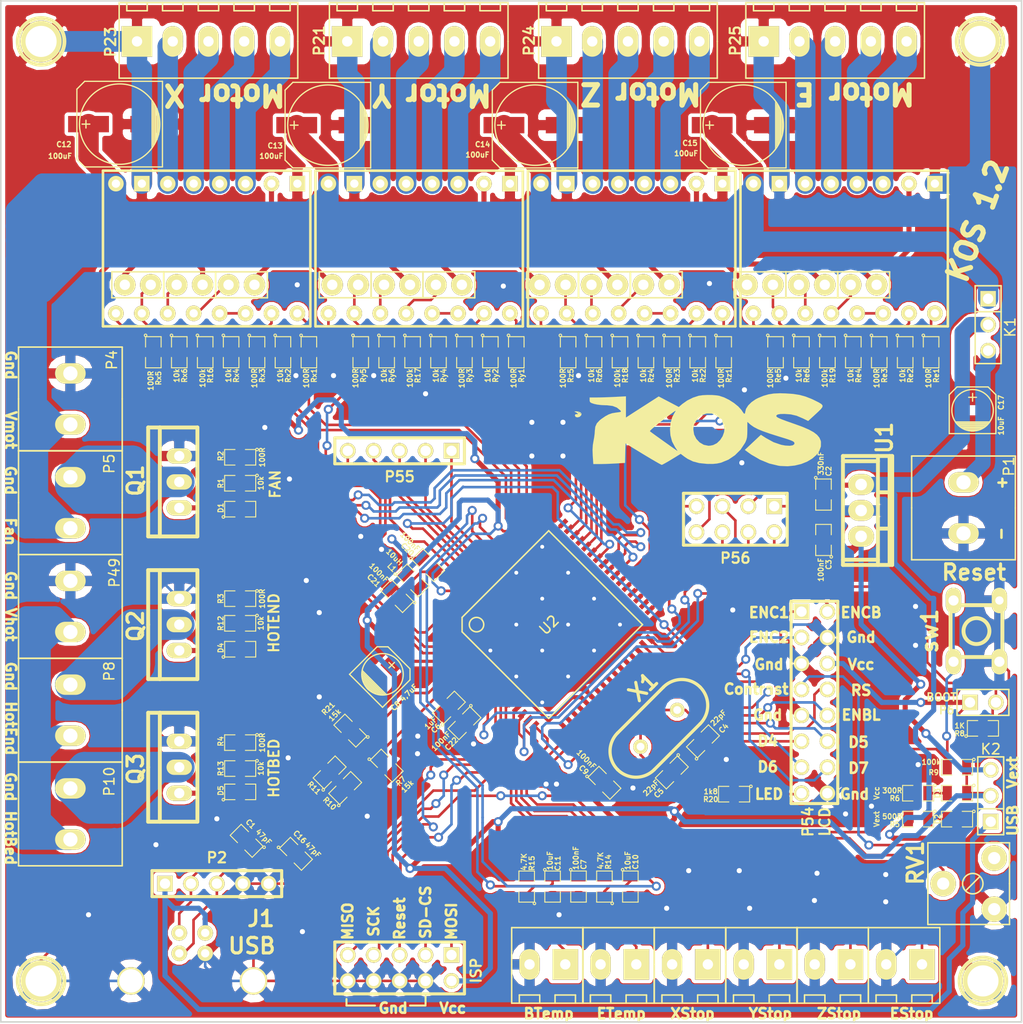
<source format=kicad_pcb>
(kicad_pcb (version 3) (host pcbnew "(2013-mar-13)-testing")
  (layers (15 F.Cu signal) (0 B.Cu signal) (18 B.Paste user) (19 F.Paste user) (20 B.SilkS user) (21 F.SilkS user) (22 B.Mask user) (23 F.Mask user) (28 Edge.Cuts user))
  (net 0 "")
  (net 1 B-THERM)
  (net 2 D+)
  (net 3 D-)
  (net 4 E-DIR)
  (net 5 E-ENABLE)
  (net 6 E-MS1)
  (net 7 E-MS2)
  (net 8 E-MS3)
  (net 9 E-STEP)
  (net 10 E-STOP)
  (net 11 E-THERM)
  (net 12 EXP-PWM)
  (net 13 Gnd)
  (net 14 HOTBED)
  (net 15 HOTEND)
  (net 16 MISO)
  (net 17 MOSI)
  (net 18 N-000001)
  (net 19 N-00000100)
  (net 20 N-00000101)
  (net 21 N-00000102)
  (net 22 N-00000103)
  (net 23 N-00000104)
  (net 24 N-00000107)
  (net 25 N-00000108)
  (net 26 N-00000109)
  (net 27 N-00000110)
  (net 28 N-00000111)
  (net 29 N-00000112)
  (net 30 N-00000117)
  (net 31 N-00000120)
  (net 32 N-00000121)
  (net 33 N-0000014)
  (net 34 N-0000018)
  (net 35 N-0000019)
  (net 36 N-0000021)
  (net 37 N-0000022)
  (net 38 N-0000023)
  (net 39 N-0000031)
  (net 40 N-0000033)
  (net 41 N-0000036)
  (net 42 N-0000037)
  (net 43 N-0000040)
  (net 44 N-0000041)
  (net 45 N-0000042)
  (net 46 N-0000046)
  (net 47 N-0000055)
  (net 48 N-0000057)
  (net 49 N-0000058)
  (net 50 N-0000070)
  (net 51 N-0000093)
  (net 52 N-0000094)
  (net 53 N-0000095)
  (net 54 N-0000096)
  (net 55 N-0000097)
  (net 56 N-0000098)
  (net 57 N-0000099)
  (net 58 PA0)
  (net 59 PA1)
  (net 60 PA2)
  (net 61 PA3)
  (net 62 PA4)
  (net 63 PA5)
  (net 64 PA6)
  (net 65 PA7)
  (net 66 PB0-SS)
  (net 67 PC0)
  (net 68 PC1)
  (net 69 PC2)
  (net 70 PC3)
  (net 71 PC7)
  (net 72 PD0-SCL)
  (net 73 PD1-SDA)
  (net 74 PD2-RX1)
  (net 75 PD3-TX1)
  (net 76 PD4)
  (net 77 PD5)
  (net 78 PD6)
  (net 79 PD7)
  (net 80 PE0)
  (net 81 PE1)
  (net 82 PE3)
  (net 83 PE5)
  (net 84 PE6)
  (net 85 PE7)
  (net 86 PF0)
  (net 87 PF1)
  (net 88 PF2)
  (net 89 PF3)
  (net 90 PF4)
  (net 91 PF5)
  (net 92 PWM-FAN)
  (net 93 RESET)
  (net 94 SCLK)
  (net 95 Sig_D+)
  (net 96 Sig_D-)
  (net 97 Vcc)
  (net 98 Vcc_Reg)
  (net 99 Vcc_Usb)
  (net 100 Vext)
  (net 101 Vin)
  (net 102 Vmos)
  (net 103 X-DIR)
  (net 104 X-ENABLE)
  (net 105 X-MS1)
  (net 106 X-MS2)
  (net 107 X-MS3)
  (net 108 X-STEP)
  (net 109 X-STOP)
  (net 110 Y-DIR)
  (net 111 Y-ENABLE)
  (net 112 Y-MS1)
  (net 113 Y-MS2)
  (net 114 Y-MS3)
  (net 115 Y-STEP)
  (net 116 Y-STOP)
  (net 117 Z-DIR)
  (net 118 Z-ENABLE)
  (net 119 Z-MS1)
  (net 120 Z-MS2)
  (net 121 Z-MS3)
  (net 122 Z-STEP)
  (net 123 Z-STOP)
  (module SM0805 (layer F.Cu) (at 135.509 119.667 180)
    (fp_text reference R4 (at 1.905 0.127 270) (layer F.SilkS) (effects (font (size 0.50038 0.50038) (thickness 0.10922))))
    (fp_text value 100R (at -2.159 0 270) (layer F.SilkS) (effects (font (size 0.50038 0.50038) (thickness 0.10922))))
    (pad 1 smd rect (at -0.9525 0 180) (size 0.889 1.397) (layers F.Cu F.Paste F.Mask) (net 14 HOTBED))
    (pad 2 smd rect (at 0.9525 0 180) (size 0.889 1.397) (layers F.Cu F.Paste F.Mask) (net 37 N-0000022))
  )
  (module SM0805 (layer F.Cu) (at 135.509 105.57 180)
    (fp_text reference R3 (at 1.905 0 270) (layer F.SilkS) (effects (font (size 0.50038 0.50038) (thickness 0.10922))))
    (fp_text value 100R (at -2.159 0 270) (layer F.SilkS) (effects (font (size 0.50038 0.50038) (thickness 0.10922))))
    (pad 1 smd rect (at -0.9525 0 180) (size 0.889 1.397) (layers F.Cu F.Paste F.Mask) (net 15 HOTEND))
    (pad 2 smd rect (at 0.9525 0 180) (size 0.889 1.397) (layers F.Cu F.Paste F.Mask) (net 24 N-00000107))
  )
  (module SM0805 (layer F.Cu) (at 135.509 91.727 180)
    (fp_text reference R2 (at 1.905 0.127 270) (layer F.SilkS) (effects (font (size 0.50038 0.50038) (thickness 0.10922))))
    (fp_text value 100R (at -2.159 0 270) (layer F.SilkS) (effects (font (size 0.50038 0.50038) (thickness 0.10922))))
    (pad 1 smd rect (at -0.9525 0 180) (size 0.889 1.397) (layers F.Cu F.Paste F.Mask) (net 92 PWM-FAN))
    (pad 2 smd rect (at 0.9525 0 180) (size 0.889 1.397) (layers F.Cu F.Paste F.Mask) (net 25 N-00000108))
  )
  (module SM0805 (layer F.Cu) (at 171.196 123.604 315)
    (fp_text reference C9 (at -2.334867 0.538815 315) (layer F.SilkS) (effects (font (size 0.50038 0.50038) (thickness 0.10922))))
    (fp_text value 100nF (at -2.873682 -0.35921 315) (layer F.SilkS) (effects (font (size 0.50038 0.50038) (thickness 0.10922))))
    (pad 1 smd rect (at -0.9525 0 315) (size 0.889 1.397) (layers F.Cu F.Paste F.Mask) (net 97 Vcc))
    (pad 2 smd rect (at 0.9525 0 315) (size 0.889 1.397) (layers F.Cu F.Paste F.Mask) (net 13 Gnd))
  )
  (module SM0805 (layer F.Cu) (at 150.876 105.316 135)
    (fp_text reference C21 (at 2.694077 -0.538815 315) (layer F.SilkS) (effects (font (size 0.50038 0.50038) (thickness 0.10922))))
    (fp_text value 100nF (at 2.873682 0.35921 135) (layer F.SilkS) (effects (font (size 0.50038 0.50038) (thickness 0.10922))))
    (pad 1 smd rect (at -0.9525 0 135) (size 0.889 1.397) (layers F.Cu F.Paste F.Mask) (net 40 N-0000033))
    (pad 2 smd rect (at 0.9525 0 135) (size 0.889 1.397) (layers F.Cu F.Paste F.Mask) (net 13 Gnd))
  )
  (module SM0805 (layer F.Cu) (at 153.924 102.268 315)
    (fp_text reference C20 (at -2.514472 0.35921 495) (layer F.SilkS) (effects (font (size 0.50038 0.50038) (thickness 0.10922))))
    (fp_text value 100nF (at -2.873682 -0.35921 315) (layer F.SilkS) (effects (font (size 0.50038 0.50038) (thickness 0.10922))))
    (pad 1 smd rect (at -0.9525 0 315) (size 0.889 1.397) (layers F.Cu F.Paste F.Mask) (net 97 Vcc))
    (pad 2 smd rect (at 0.9525 0 315) (size 0.889 1.397) (layers F.Cu F.Paste F.Mask) (net 13 Gnd))
  )
  (module SM0805 (layer F.Cu) (at 208.28 118.27)
    (fp_text reference R8 (at -2.286 0.508 180) (layer F.SilkS) (effects (font (size 0.50038 0.50038) (thickness 0.10922))))
    (fp_text value 1K (at -2.286 -0.254 180) (layer F.SilkS) (effects (font (size 0.50038 0.50038) (thickness 0.10922))))
    (pad 1 smd rect (at -0.9525 0) (size 0.889 1.397) (layers F.Cu F.Paste F.Mask) (net 13 Gnd))
    (pad 2 smd rect (at 0.9525 0) (size 0.889 1.397) (layers F.Cu F.Paste F.Mask) (net 46 N-0000046))
  )
  (module AT90USB1287-AU (layer F.Cu) (at 165.735 108.11 45)
    (fp_text reference U2 (at 0 0.051999 45) (layer F.SilkS))
    (fp_text value AT90USB1287-AU hide)
    (pad 64 smd rect (at -6 -8 45) (size 0.45 1) (layers F.Cu F.Paste F.Mask) (net 40 N-0000033))
    (pad 63 smd rect (at -5.2 -8 45) (size 0.45 1) (layers F.Cu F.Paste F.Mask) (net 13 Gnd))
    (pad 62 smd rect (at -4.4 -8 45) (size 0.45 1) (layers F.Cu F.Paste F.Mask) (net 97 Vcc))
    (pad 61 smd rect (at -3.6 -8 45) (size 0.45 1) (layers F.Cu F.Paste F.Mask) (net 86 PF0))
    (pad 60 smd rect (at -2.8 -8 45) (size 0.45 1) (layers F.Cu F.Paste F.Mask) (net 87 PF1))
    (pad 59 smd rect (at -2 -8 45) (size 0.45 1) (layers F.Cu F.Paste F.Mask) (net 88 PF2))
    (pad 58 smd rect (at -1.2 -8 45) (size 0.45 1) (layers F.Cu F.Paste F.Mask) (net 89 PF3))
    (pad 49 smd rect (at 6 -8 45) (size 0.45 1) (layers F.Cu F.Paste F.Mask) (net 60 PA2))
    (pad 50 smd rect (at 5.2 -8 45) (size 0.45 1) (layers F.Cu F.Paste F.Mask) (net 59 PA1))
    (pad 51 smd rect (at 4.4 -8 45) (size 0.45 1) (layers F.Cu F.Paste F.Mask) (net 58 PA0))
    (pad 52 smd rect (at 3.6 -8 45) (size 0.45 1) (layers F.Cu F.Paste F.Mask) (net 97 Vcc))
    (pad 53 smd rect (at 2.8 -8 45) (size 0.45 1) (layers F.Cu F.Paste F.Mask) (net 13 Gnd))
    (pad 54 smd rect (at 2 -8 45) (size 0.45 1) (layers F.Cu F.Paste F.Mask) (net 11 E-THERM))
    (pad 55 smd rect (at 1.2 -8 45) (size 0.45 1) (layers F.Cu F.Paste F.Mask) (net 1 B-THERM))
    (pad 56 smd rect (at 0.4 -8 45) (size 0.45 1) (layers F.Cu F.Paste F.Mask) (net 91 PF5))
    (pad 57 smd rect (at -0.4 -8 45) (size 0.45 1) (layers F.Cu F.Paste F.Mask) (net 90 PF4))
    (pad 48 smd rect (at 8 -6 45) (size 1 0.45) (layers F.Cu F.Paste F.Mask) (net 61 PA3))
    (pad 47 smd rect (at 8 -5.2 45) (size 1 0.45) (layers F.Cu F.Paste F.Mask) (net 62 PA4))
    (pad 46 smd rect (at 8 -4.4 45) (size 1 0.45) (layers F.Cu F.Paste F.Mask) (net 63 PA5))
    (pad 45 smd rect (at 8 -3.6 45) (size 1 0.45) (layers F.Cu F.Paste F.Mask) (net 64 PA6))
    (pad 44 smd rect (at 8 -2.8 45) (size 1 0.45) (layers F.Cu F.Paste F.Mask) (net 65 PA7))
    (pad 43 smd rect (at 8 -2 45) (size 1 0.45) (layers F.Cu F.Paste F.Mask) (net 46 N-0000046))
    (pad 42 smd rect (at 8 -1.2 45) (size 1 0.45) (layers F.Cu F.Paste F.Mask) (net 71 PC7))
    (pad 41 smd rect (at 8 -0.4 45) (size 1 0.45) (layers F.Cu F.Paste F.Mask) (net 92 PWM-FAN))
    (pad 33 smd rect (at 8 6 45) (size 1 0.45) (layers F.Cu F.Paste F.Mask) (net 80 PE0))
    (pad 34 smd rect (at 8 5.2 45) (size 1 0.45) (layers F.Cu F.Paste F.Mask) (net 81 PE1))
    (pad 35 smd rect (at 8 4.4 45) (size 1 0.45) (layers F.Cu F.Paste F.Mask) (net 67 PC0))
    (pad 36 smd rect (at 8 3.6 45) (size 1 0.45) (layers F.Cu F.Paste F.Mask) (net 68 PC1))
    (pad 37 smd rect (at 8 2.8 45) (size 1 0.45) (layers F.Cu F.Paste F.Mask) (net 69 PC2))
    (pad 38 smd rect (at 8 2 45) (size 1 0.45) (layers F.Cu F.Paste F.Mask) (net 70 PC3))
    (pad 39 smd rect (at 8 1.2 45) (size 1 0.45) (layers F.Cu F.Paste F.Mask) (net 14 HOTBED))
    (pad 40 smd rect (at 8 0.4 45) (size 1 0.45) (layers F.Cu F.Paste F.Mask) (net 15 HOTEND))
    (pad 9 smd rect (at -8 0.4 45) (size 1 0.45) (layers F.Cu F.Paste F.Mask) (net 82 PE3))
    (pad 10 smd rect (at -8 1.2 45) (size 1 0.45) (layers F.Cu F.Paste F.Mask) (net 66 PB0-SS))
    (pad 11 smd rect (at -8 2 45) (size 1 0.45) (layers F.Cu F.Paste F.Mask) (net 94 SCLK))
    (pad 12 smd rect (at -8 2.8 45) (size 1 0.45) (layers F.Cu F.Paste F.Mask) (net 17 MOSI))
    (pad 13 smd rect (at -8 3.6 45) (size 1 0.45) (layers F.Cu F.Paste F.Mask) (net 16 MISO))
    (pad 14 smd rect (at -8 4.4 45) (size 1 0.45) (layers F.Cu F.Paste F.Mask) (net 12 EXP-PWM))
    (pad 15 smd rect (at -8 5.2 45) (size 1 0.45) (layers F.Cu F.Paste F.Mask) (net 109 X-STOP))
    (pad 16 smd rect (at -8 6 45) (size 1 0.45) (layers F.Cu F.Paste F.Mask) (net 116 Y-STOP))
    (pad 8 smd rect (at -8 -0.4 45) (size 1 0.45) (layers F.Cu F.Paste F.Mask) (net 97 Vcc))
    (pad 7 smd rect (at -8 -1.2 45) (size 1 0.45) (layers F.Cu F.Paste F.Mask) (net 39 N-0000031))
    (pad 6 smd rect (at -8 -2 45) (size 1 0.45) (layers F.Cu F.Paste F.Mask) (net 13 Gnd))
    (pad 5 smd rect (at -8 -2.8 45) (size 1 0.45) (layers F.Cu F.Paste F.Mask) (net 2 D+))
    (pad 4 smd rect (at -8 -3.6 45) (size 1 0.45) (layers F.Cu F.Paste F.Mask) (net 3 D-))
    (pad 3 smd rect (at -8 -4.4 45) (size 1 0.45) (layers F.Cu F.Paste F.Mask) (net 97 Vcc))
    (pad 2 smd rect (at -8 -5.2 45) (size 1 0.45) (layers F.Cu F.Paste F.Mask) (net 85 PE7))
    (pad 1 smd rect (at -8 -6 45) (size 1 0.45) (layers F.Cu F.Paste F.Mask) (net 84 PE6))
    (pad 24 smd rect (at -0.4 8 45) (size 0.45 1) (layers F.Cu F.Paste F.Mask) (net 31 N-00000120))
    (pad 25 smd rect (at 0.4 8 45) (size 0.45 1) (layers F.Cu F.Paste F.Mask) (net 72 PD0-SCL))
    (pad 26 smd rect (at 1.2 8 45) (size 0.45 1) (layers F.Cu F.Paste F.Mask) (net 73 PD1-SDA))
    (pad 27 smd rect (at 2 8 45) (size 0.45 1) (layers F.Cu F.Paste F.Mask) (net 74 PD2-RX1))
    (pad 28 smd rect (at 2.8 8 45) (size 0.45 1) (layers F.Cu F.Paste F.Mask) (net 75 PD3-TX1))
    (pad 29 smd rect (at 3.6 8 45) (size 0.45 1) (layers F.Cu F.Paste F.Mask) (net 76 PD4))
    (pad 30 smd rect (at 4.4 8 45) (size 0.45 1) (layers F.Cu F.Paste F.Mask) (net 77 PD5))
    (pad 31 smd rect (at 5.2 8 45) (size 0.45 1) (layers F.Cu F.Paste F.Mask) (net 78 PD6))
    (pad 32 smd rect (at 6 8 45) (size 0.45 1) (layers F.Cu F.Paste F.Mask) (net 79 PD7))
    (pad 23 smd rect (at -1.2 8 45) (size 0.45 1) (layers F.Cu F.Paste F.Mask) (net 32 N-00000121))
    (pad 22 smd rect (at -2 8 45) (size 0.45 1) (layers F.Cu F.Paste F.Mask) (net 13 Gnd))
    (pad 21 smd rect (at -2.8 8 45) (size 0.45 1) (layers F.Cu F.Paste F.Mask) (net 97 Vcc))
    (pad 20 smd rect (at -3.6 8 45) (size 0.45 1) (layers F.Cu F.Paste F.Mask) (net 93 RESET))
    (pad 19 smd rect (at -4.4 8 45) (size 0.45 1) (layers F.Cu F.Paste F.Mask) (net 83 PE5))
    (pad 18 smd rect (at -5.2 8 45) (size 0.45 1) (layers F.Cu F.Paste F.Mask) (net 10 E-STOP))
    (pad 17 smd rect (at -6 8 45) (size 0.45 1) (layers F.Cu F.Paste F.Mask) (net 123 Z-STOP))
  )
  (module SM0805 (layer F.Cu) (at 152.4 103.792 315)
    (fp_text reference L1 (at -2.334867 0.538815 315) (layer F.SilkS) (effects (font (size 0.50038 0.50038) (thickness 0.10922))))
    (fp_text value 10uH (at -2.873682 -0.35921 315) (layer F.SilkS) (effects (font (size 0.50038 0.50038) (thickness 0.10922))))
    (pad 1 smd rect (at -0.9525 0 315) (size 0.889 1.397) (layers F.Cu F.Paste F.Mask) (net 97 Vcc))
    (pad 2 smd rect (at 0.9525 0 315) (size 0.889 1.397) (layers F.Cu F.Paste F.Mask) (net 40 N-0000033))
  )
  (module TO-220_FET-GDS_Vertical (layer F.Cu) (at 129.54 122.08 90)
    (fp_text reference Q3 (at -0.17 -4.29 270) (layer F.SilkS) (effects (font (thickness 0.3048))))
    (fp_text value IRL2203 hide)
    (pad D thru_hole oval (at 0 0 180) (size 2.49936 1.50114) (drill 1.00076) (layers *.Cu *.Mask F.SilkS) (net 43 N-0000040))
    (pad G thru_hole oval (at -2.54 0 180) (size 2.49936 1.50114) (drill 1.00076) (layers *.Cu *.Mask F.SilkS) (net 37 N-0000022))
    (pad S thru_hole oval (at 2.54 0 180) (size 2.49936 1.50114) (drill 1.00076) (layers *.Cu *.Mask F.SilkS) (net 13 Gnd))
  )
  (module TO-220_FET-GDS_Vertical (layer F.Cu) (at 129.54 108.11 90)
    (fp_text reference Q2 (at -0.14 -4.29 90) (layer F.SilkS) (effects (font (thickness 0.3048))))
    (fp_text value RFPB0N06LE hide)
    (pad D thru_hole oval (at 0 0 180) (size 2.49936 1.50114) (drill 1.00076) (layers *.Cu *.Mask F.SilkS) (net 45 N-0000042))
    (pad G thru_hole oval (at -2.54 0 180) (size 2.49936 1.50114) (drill 1.00076) (layers *.Cu *.Mask F.SilkS) (net 24 N-00000107))
    (pad S thru_hole oval (at 2.54 0 180) (size 2.49936 1.50114) (drill 1.00076) (layers *.Cu *.Mask F.SilkS) (net 13 Gnd))
  )
  (module TO-220_FET-GDS_Vertical (layer F.Cu) (at 129.54 94.14 90)
    (fp_text reference Q1 (at 0.14 -4.29 270) (layer F.SilkS) (effects (font (thickness 0.3048))))
    (fp_text value RFPB0N06LE hide)
    (pad D thru_hole oval (at 0 0 180) (size 2.49936 1.50114) (drill 1.00076) (layers *.Cu *.Mask F.SilkS) (net 44 N-0000041))
    (pad G thru_hole oval (at -2.54 0 180) (size 2.49936 1.50114) (drill 1.00076) (layers *.Cu *.Mask F.SilkS) (net 25 N-00000108))
    (pad S thru_hole oval (at 2.54 0 180) (size 2.49936 1.50114) (drill 1.00076) (layers *.Cu *.Mask F.SilkS) (net 13 Gnd))
  )
  (module USB_B (layer F.Cu) (at 130.81 143.002)
    (fp_text reference J1 (at 6.731 -6.096) (layer F.SilkS) (effects (font (thickness 0.3048))))
    (fp_text value USB (at 5.842 -3.429) (layer F.SilkS) (effects (font (thickness 0.3048))))
    (pad 1 thru_hole circle (at 1.27 -4.699) (size 1.524 1.524) (drill 0.8128) (layers *.Cu *.Mask F.SilkS) (net 99 Vcc_Usb))
    (pad 2 thru_hole circle (at -1.27 -4.699) (size 1.524 1.524) (drill 0.8128) (layers *.Cu *.Mask F.SilkS) (net 96 Sig_D-))
    (pad 3 thru_hole circle (at -1.27 -2.70002) (size 1.524 1.524) (drill 0.8128) (layers *.Cu *.Mask F.SilkS) (net 95 Sig_D+))
    (pad 4 thru_hole circle (at 1.27 -2.70002) (size 1.524 1.524) (drill 0.8128) (layers *.Cu *.Mask F.SilkS) (net 13 Gnd))
    (pad 5 thru_hole circle (at 5.99948 0) (size 2.70002 2.70002) (drill 2.30124) (layers *.Cu *.Mask F.SilkS) (net 13 Gnd))
    (pad 6 thru_hole circle (at -5.99948 0) (size 2.70002 2.70002) (drill 2.30124) (layers *.Cu *.Mask F.SilkS) (net 13 Gnd))
  )
  (module SWDIP8_.6W (layer F.Cu) (at 132.223 71.28 180)
    (fp_text reference MotorX1 hide)
    (fp_text value POLOLU_A4988 hide)
    (pad 1 thru_hole rect (at -8.89 6.35 180) (size 1.524 1.524) (drill 0.8128) (layers *.Cu *.Mask F.SilkS) (net 13 Gnd))
    (pad 2 thru_hole circle (at -6.35 6.35 180) (size 1.524 1.524) (drill 0.8128) (layers *.Cu *.Mask F.SilkS) (net 97 Vcc))
    (pad 3 thru_hole circle (at -3.81 6.35 180) (size 1.524 1.524) (drill 0.8128) (layers *.Cu *.Mask F.SilkS) (net 26 N-00000109))
    (pad 4 thru_hole circle (at -1.27 6.35 180) (size 1.524 1.524) (drill 0.8128) (layers *.Cu *.Mask F.SilkS) (net 27 N-00000110))
    (pad 5 thru_hole circle (at 1.27 6.35 180) (size 1.524 1.524) (drill 0.8128) (layers *.Cu *.Mask F.SilkS) (net 28 N-00000111))
    (pad 6 thru_hole circle (at 3.81 6.35 180) (size 1.524 1.524) (drill 0.8128) (layers *.Cu *.Mask F.SilkS) (net 29 N-00000112))
    (pad 7 thru_hole rect (at 6.35 6.35 180) (size 1.524 1.524) (drill 0.8128) (layers *.Cu *.Mask F.SilkS) (net 13 Gnd))
    (pad 8 thru_hole circle (at 8.89 6.35 180) (size 1.524 1.524) (drill 0.8128) (layers *.Cu *.Mask F.SilkS) (net 101 Vin))
    (pad 9 thru_hole circle (at 8.89 -6.35 180) (size 1.524 1.524) (drill 0.8128) (layers *.Cu *.Mask F.SilkS) (net 104 X-ENABLE))
    (pad 10 thru_hole circle (at 6.35 -6.35 180) (size 1.524 1.524) (drill 0.8128) (layers *.Cu *.Mask F.SilkS) (net 105 X-MS1))
    (pad 11 thru_hole circle (at 3.81 -6.35 180) (size 1.524 1.524) (drill 0.8128) (layers *.Cu *.Mask F.SilkS) (net 106 X-MS2))
    (pad 12 thru_hole circle (at 1.27 -6.35 180) (size 1.524 1.524) (drill 0.8128) (layers *.Cu *.Mask F.SilkS) (net 107 X-MS3))
    (pad 13 thru_hole circle (at -1.27 -6.35 180) (size 1.524 1.524) (drill 0.8128) (layers *.Cu *.Mask F.SilkS) (net 41 N-0000036))
    (pad 14 thru_hole circle (at -3.81 -6.35 180) (size 1.524 1.524) (drill 0.8128) (layers *.Cu *.Mask F.SilkS) (net 41 N-0000036))
    (pad 15 thru_hole circle (at -6.35 -6.35 180) (size 1.524 1.524) (drill 0.8128) (layers *.Cu *.Mask F.SilkS) (net 108 X-STEP))
    (pad 16 thru_hole circle (at -8.89 -6.35 180) (size 1.524 1.524) (drill 0.8128) (layers *.Cu *.Mask F.SilkS) (net 103 X-DIR))
  )
  (module 2PIN-5mm (layer F.Cu) (at 118.872 86.012 90)
    (fp_text reference P4 (at 3.81 4.064 90) (layer F.SilkS))
    (fp_text value "Vext Gnd" hide)
    (pad 1 thru_hole oval (at -2.5 0 90) (size 2 3) (drill 1.4) (layers *.Cu *.Mask F.SilkS) (net 101 Vin))
    (pad 2 thru_hole oval (at 2.5 0 90) (size 2 3) (drill 1.4) (layers *.Cu *.Mask F.SilkS) (net 13 Gnd))
  )
  (module 2PIN-5mm (layer F.Cu) (at 118.872 96.172 270)
    (fp_text reference P5 (at -3.81 -3.81 270) (layer F.SilkS))
    (fp_text value FAN hide)
    (pad 1 thru_hole oval (at -2.5 0 270) (size 2 3) (drill 1.4) (layers *.Cu *.Mask F.SilkS) (net 44 N-0000041))
    (pad 2 thru_hole oval (at 2.5 0 270) (size 2 3) (drill 1.4) (layers *.Cu *.Mask F.SilkS) (net 101 Vin))
  )
  (module 2PIN-5mm (layer F.Cu) (at 118.872 116.492 270)
    (fp_text reference P8 (at -3.81 -3.81 270) (layer F.SilkS))
    (fp_text value HOTEND hide)
    (pad 1 thru_hole oval (at -2.5 0 270) (size 2 3) (drill 1.4) (layers *.Cu *.Mask F.SilkS) (net 45 N-0000042))
    (pad 2 thru_hole oval (at 2.5 0 270) (size 2 3) (drill 1.4) (layers *.Cu *.Mask F.SilkS) (net 102 Vmos))
  )
  (module 2PIN-5mm (layer F.Cu) (at 118.872 126.652 270)
    (fp_text reference P10 (at -3.175 -3.81 270) (layer F.SilkS))
    (fp_text value HOTBED hide)
    (pad 1 thru_hole oval (at -2.5 0 270) (size 2 3) (drill 1.4) (layers *.Cu *.Mask F.SilkS) (net 43 N-0000040))
    (pad 2 thru_hole oval (at 2.5 0 270) (size 2 3) (drill 1.4) (layers *.Cu *.Mask F.SilkS) (net 102 Vmos))
  )
  (module SM0805 (layer F.Cu) (at 135.509 96.807)
    (fp_text reference D1 (at -1.905 -0.127 90) (layer F.SilkS) (effects (font (size 0.50038 0.50038) (thickness 0.10922))))
    (fp_text value FAN (at 3.429 -2.446 90) (layer F.SilkS) (effects (font (thickness 0.2))))
    (pad 1 smd rect (at -0.9525 0) (size 0.889 1.397) (layers F.Cu F.Paste F.Mask) (net 25 N-00000108))
    (pad 2 smd rect (at 0.9525 0) (size 0.889 1.397) (layers F.Cu F.Paste F.Mask) (net 38 N-0000023))
  )
  (module SM0805 (layer F.Cu) (at 135.509 107.983 180)
    (fp_text reference R12 (at 1.905 0 270) (layer F.SilkS) (effects (font (size 0.50038 0.50038) (thickness 0.10922))))
    (fp_text value 10k (at -2.032 0 270) (layer F.SilkS) (effects (font (size 0.50038 0.50038) (thickness 0.10922))))
    (pad 1 smd rect (at -0.9525 0 180) (size 0.889 1.397) (layers F.Cu F.Paste F.Mask) (net 35 N-0000019))
    (pad 2 smd rect (at 0.9525 0 180) (size 0.889 1.397) (layers F.Cu F.Paste F.Mask) (net 13 Gnd))
  )
  (module SM0805 (layer F.Cu) (at 135.509 110.523)
    (fp_text reference D4 (at -1.905 -0.127 90) (layer F.SilkS) (effects (font (size 0.50038 0.50038) (thickness 0.10922))))
    (fp_text value HOTEND (at 3.302 -2.573 90) (layer F.SilkS) (effects (font (thickness 0.2))))
    (pad 1 smd rect (at -0.9525 0) (size 0.889 1.397) (layers F.Cu F.Paste F.Mask) (net 24 N-00000107))
    (pad 2 smd rect (at 0.9525 0) (size 0.889 1.397) (layers F.Cu F.Paste F.Mask) (net 35 N-0000019))
  )
  (module SM0805 (layer F.Cu) (at 135.509 124.493)
    (fp_text reference D5 (at -1.905 -0.127 90) (layer F.SilkS) (effects (font (size 0.50038 0.50038) (thickness 0.10922))))
    (fp_text value HOTBED (at 3.302 -2.319 90) (layer F.SilkS) (effects (font (thickness 0.2))))
    (pad 1 smd rect (at -0.9525 0) (size 0.889 1.397) (layers F.Cu F.Paste F.Mask) (net 37 N-0000022))
    (pad 2 smd rect (at 0.9525 0) (size 0.889 1.397) (layers F.Cu F.Paste F.Mask) (net 36 N-0000021))
  )
  (module 2PIN-5mm (layer F.Cu) (at 206.375 96.68 270)
    (fp_text reference P1 (at -4.064 -4.445 270) (layer F.SilkS))
    (fp_text value "Gnd Vin" hide)
    (pad 1 thru_hole oval (at -2.5 0 270) (size 2 3) (drill 1.4) (layers *.Cu *.Mask F.SilkS) (net 50 N-0000070))
    (pad 2 thru_hole oval (at 2.5 0 270) (size 2 3) (drill 1.4) (layers *.Cu *.Mask F.SilkS) (net 13 Gnd))
  )
  (module SM0805 (layer F.Cu) (at 180.848 119.54 45)
    (fp_text reference C4 (at 2.334867 0.538815 225) (layer F.SilkS) (effects (font (size 0.50038 0.50038) (thickness 0.10922))))
    (fp_text value 22pF (at 2.694077 -0.538815 45) (layer F.SilkS) (effects (font (size 0.50038 0.50038) (thickness 0.10922))))
    (pad 1 smd rect (at -0.9525 0 45) (size 0.889 1.397) (layers F.Cu F.Paste F.Mask) (net 13 Gnd))
    (pad 2 smd rect (at 0.9525 0 45) (size 0.889 1.397) (layers F.Cu F.Paste F.Mask) (net 31 N-00000120))
  )
  (module SM0805 (layer F.Cu) (at 177.8 122.588 225)
    (fp_text reference C5 (at 2.334867 -0.538815 405) (layer F.SilkS) (effects (font (size 0.50038 0.50038) (thickness 0.10922))))
    (fp_text value 22pF (at 2.514472 0.35921 225) (layer F.SilkS) (effects (font (size 0.50038 0.50038) (thickness 0.10922))))
    (pad 1 smd rect (at -0.9525 0 225) (size 0.889 1.397) (layers F.Cu F.Paste F.Mask) (net 13 Gnd))
    (pad 2 smd rect (at 0.9525 0 225) (size 0.889 1.397) (layers F.Cu F.Paste F.Mask) (net 32 N-00000121))
  )
  (module SM0805 (layer F.Cu) (at 155.956 116.238 45)
    (fp_text reference C6 (at -2.334867 0.538815 225) (layer F.SilkS) (effects (font (size 0.50038 0.50038) (thickness 0.10922))))
    (fp_text value 1uF (at -2.334867 -0.179605 45) (layer F.SilkS) (effects (font (size 0.50038 0.50038) (thickness 0.10922))))
    (pad 1 smd rect (at -0.9525 0 45) (size 0.889 1.397) (layers F.Cu F.Paste F.Mask) (net 13 Gnd))
    (pad 2 smd rect (at 0.9525 0 45) (size 0.889 1.397) (layers F.Cu F.Paste F.Mask) (net 39 N-0000031))
  )
  (module SM0805 (layer F.Cu) (at 168.656 133.764 270)
    (fp_text reference C7 (at -2.159 -0.508 450) (layer F.SilkS) (effects (font (size 0.50038 0.50038) (thickness 0.10922))))
    (fp_text value 100nF (at -2.794 0.254 270) (layer F.SilkS) (effects (font (size 0.50038 0.50038) (thickness 0.10922))))
    (pad 1 smd rect (at -0.9525 0 270) (size 0.889 1.397) (layers F.Cu F.Paste F.Mask) (net 97 Vcc))
    (pad 2 smd rect (at 0.9525 0 270) (size 0.889 1.397) (layers F.Cu F.Paste F.Mask) (net 13 Gnd))
  )
  (module SM0805 (layer F.Cu) (at 173.736 133.764 270)
    (fp_text reference C10 (at -2.413 -0.508 450) (layer F.SilkS) (effects (font (size 0.50038 0.50038) (thickness 0.10922))))
    (fp_text value 10uF (at -2.54 0.254 270) (layer F.SilkS) (effects (font (size 0.50038 0.50038) (thickness 0.10922))))
    (pad 1 smd rect (at -0.9525 0 270) (size 0.889 1.397) (layers F.Cu F.Paste F.Mask) (net 11 E-THERM))
    (pad 2 smd rect (at 0.9525 0 270) (size 0.889 1.397) (layers F.Cu F.Paste F.Mask) (net 13 Gnd))
  )
  (module SM0805 (layer F.Cu) (at 166.116 133.764 270)
    (fp_text reference C11 (at -2.286 -0.508 450) (layer F.SilkS) (effects (font (size 0.50038 0.50038) (thickness 0.10922))))
    (fp_text value 10uF (at -2.54 0.254 270) (layer F.SilkS) (effects (font (size 0.50038 0.50038) (thickness 0.10922))))
    (pad 1 smd rect (at -0.9525 0 270) (size 0.889 1.397) (layers F.Cu F.Paste F.Mask) (net 1 B-THERM))
    (pad 2 smd rect (at 0.9525 0 270) (size 0.889 1.397) (layers F.Cu F.Paste F.Mask) (net 13 Gnd))
  )
  (module SM0805 (layer F.Cu) (at 205.74 127.16 180)
    (fp_text reference D2 (at 1.905 0 270) (layer F.SilkS) (effects (font (size 0.50038 0.50038) (thickness 0.10922))))
    (fp_text value Vext (at 7.874 0 270) (layer F.SilkS) (effects (font (size 0.50038 0.50038) (thickness 0.10922))))
    (pad 1 smd rect (at -0.9525 0 180) (size 0.889 1.397) (layers F.Cu F.Paste F.Mask) (net 100 Vext))
    (pad 2 smd rect (at 0.9525 0 180) (size 0.889 1.397) (layers F.Cu F.Paste F.Mask) (net 30 N-00000117))
  )
  (module SM0805 (layer F.Cu) (at 205.74 124.62 180)
    (fp_text reference D3 (at 1.905 0 270) (layer F.SilkS) (effects (font (size 0.50038 0.50038) (thickness 0.10922))))
    (fp_text value Vcc (at 7.874 0 270) (layer F.SilkS) (effects (font (size 0.50038 0.50038) (thickness 0.10922))))
    (pad 1 smd rect (at -0.9525 0 180) (size 0.889 1.397) (layers F.Cu F.Paste F.Mask) (net 97 Vcc))
    (pad 2 smd rect (at 0.9525 0 180) (size 0.889 1.397) (layers F.Cu F.Paste F.Mask) (net 42 N-0000037))
  )
  (module PIN_ARRAY_3X1 (layer F.Cu) (at 209.042 124.874 90)
    (fp_text reference K2 (at 4.572 0 180) (layer F.SilkS) (effects (font (size 1.016 1.016) (thickness 0.1524))))
    (fp_text value Vproc hide)
    (pad 1 thru_hole rect (at -2.54 0 90) (size 1.524 1.524) (drill 1.016) (layers *.Cu *.Mask F.SilkS) (net 99 Vcc_Usb))
    (pad 2 thru_hole circle (at 0 0 90) (size 1.524 1.524) (drill 1.016) (layers *.Cu *.Mask F.SilkS) (net 97 Vcc))
    (pad 3 thru_hole circle (at 2.54 0 90) (size 1.524 1.524) (drill 1.016) (layers *.Cu *.Mask F.SilkS) (net 98 Vcc_Reg))
  )
  (module PIN_ARRAY_5x1 (layer F.Cu) (at 133.223 133.477)
    (fp_text reference P2 (at 0 -2.54) (layer F.SilkS) (effects (font (size 1.016 1.016) (thickness 0.2032))))
    (fp_text value CONN_5 hide)
    (pad 1 thru_hole rect (at -5.08 0) (size 1.524 1.524) (drill 1.016) (layers *.Cu *.Mask F.SilkS) (net 99 Vcc_Usb))
    (pad 2 thru_hole circle (at -2.54 0) (size 1.524 1.524) (drill 1.016) (layers *.Cu *.Mask F.SilkS) (net 96 Sig_D-))
    (pad 3 thru_hole circle (at 0 0) (size 1.524 1.524) (drill 1.016) (layers *.Cu *.Mask F.SilkS) (net 95 Sig_D+))
    (pad 4 thru_hole circle (at 2.54 0) (size 1.524 1.524) (drill 1.016) (layers *.Cu *.Mask F.SilkS) (net 13 Gnd))
    (pad 5 thru_hole circle (at 5.08 0) (size 1.524 1.524) (drill 1.016) (layers *.Cu *.Mask F.SilkS) (net 13 Gnd))
  )
  (module PIN_ARRAY_5x2 (layer F.Cu) (at 151.13 141.732 180)
    (fp_text reference P13 hide)
    (fp_text value ISP (at -7.493 -0.254 270) (layer F.SilkS) (effects (font (size 1.016 1.016) (thickness 0.2032))))
    (pad 1 thru_hole rect (at -5.08 1.27 180) (size 1.524 1.524) (drill 1.016) (layers *.Cu *.Mask F.SilkS) (net 17 MOSI))
    (pad 2 thru_hole circle (at -5.08 -1.27 180) (size 1.524 1.524) (drill 1.016) (layers *.Cu *.Mask F.SilkS) (net 97 Vcc))
    (pad 3 thru_hole circle (at -2.54 1.27 180) (size 1.524 1.524) (drill 1.016) (layers *.Cu *.Mask F.SilkS) (net 66 PB0-SS))
    (pad 4 thru_hole circle (at -2.54 -1.27 180) (size 1.524 1.524) (drill 1.016) (layers *.Cu *.Mask F.SilkS) (net 13 Gnd))
    (pad 5 thru_hole circle (at 0 1.27 180) (size 1.524 1.524) (drill 1.016) (layers *.Cu *.Mask F.SilkS) (net 93 RESET))
    (pad 6 thru_hole circle (at 0 -1.27 180) (size 1.524 1.524) (drill 1.016) (layers *.Cu *.Mask F.SilkS) (net 13 Gnd))
    (pad 7 thru_hole circle (at 2.54 1.27 180) (size 1.524 1.524) (drill 1.016) (layers *.Cu *.Mask F.SilkS) (net 94 SCLK))
    (pad 8 thru_hole circle (at 2.54 -1.27 180) (size 1.524 1.524) (drill 1.016) (layers *.Cu *.Mask F.SilkS) (net 13 Gnd))
    (pad 9 thru_hole circle (at 5.08 1.27 180) (size 1.524 1.524) (drill 1.016) (layers *.Cu *.Mask F.SilkS) (net 16 MISO))
    (pad 10 thru_hole circle (at 5.08 -1.27 180) (size 1.524 1.524) (drill 1.016) (layers *.Cu *.Mask F.SilkS) (net 13 Gnd))
  )
  (module SM0805 (layer F.Cu) (at 135.509 94.267 180)
    (fp_text reference R1 (at 1.905 0 270) (layer F.SilkS) (effects (font (size 0.50038 0.50038) (thickness 0.10922))))
    (fp_text value 10k (at -2.032 0 270) (layer F.SilkS) (effects (font (size 0.50038 0.50038) (thickness 0.10922))))
    (pad 1 smd rect (at -0.9525 0 180) (size 0.889 1.397) (layers F.Cu F.Paste F.Mask) (net 38 N-0000023))
    (pad 2 smd rect (at 0.9525 0 180) (size 0.889 1.397) (layers F.Cu F.Paste F.Mask) (net 13 Gnd))
  )
  (module SM0805 (layer F.Cu) (at 201.93 127.16 180)
    (fp_text reference R5 (at 2.286 -0.508 360) (layer F.SilkS) (effects (font (size 0.50038 0.50038) (thickness 0.10922))))
    (fp_text value 500R (at 2.54 0.254 180) (layer F.SilkS) (effects (font (size 0.50038 0.50038) (thickness 0.10922))))
    (pad 1 smd rect (at -0.9525 0 180) (size 0.889 1.397) (layers F.Cu F.Paste F.Mask) (net 30 N-00000117))
    (pad 2 smd rect (at 0.9525 0 180) (size 0.889 1.397) (layers F.Cu F.Paste F.Mask) (net 13 Gnd))
  )
  (module SM0805 (layer F.Cu) (at 201.93 124.62 180)
    (fp_text reference R6 (at 2.286 -0.508 360) (layer F.SilkS) (effects (font (size 0.50038 0.50038) (thickness 0.10922))))
    (fp_text value 300R (at 2.54 0.254 180) (layer F.SilkS) (effects (font (size 0.50038 0.50038) (thickness 0.10922))))
    (pad 1 smd rect (at -0.9525 0 180) (size 0.889 1.397) (layers F.Cu F.Paste F.Mask) (net 42 N-0000037))
    (pad 2 smd rect (at 0.9525 0 180) (size 0.889 1.397) (layers F.Cu F.Paste F.Mask) (net 13 Gnd))
  )
  (module SM0805 (layer F.Cu) (at 205.74 122.08 180)
    (fp_text reference R9 (at 2.286 -0.508 360) (layer F.SilkS) (effects (font (size 0.50038 0.50038) (thickness 0.10922))))
    (fp_text value 100k (at 2.54 0.508 180) (layer F.SilkS) (effects (font (size 0.50038 0.50038) (thickness 0.10922))))
    (pad 1 smd rect (at -0.9525 0 180) (size 0.889 1.397) (layers F.Cu F.Paste F.Mask) (net 97 Vcc))
    (pad 2 smd rect (at 0.9525 0 180) (size 0.889 1.397) (layers F.Cu F.Paste F.Mask) (net 93 RESET))
  )
  (module SM0805 (layer F.Cu) (at 145.796 124.112 45)
    (fp_text reference R10 (at -2.155261 0 135) (layer F.SilkS) (effects (font (size 0.50038 0.50038) (thickness 0.10922))))
    (fp_text value 22R hide)
    (pad 1 smd rect (at -0.9525 0 45) (size 0.889 1.397) (layers F.Cu F.Paste F.Mask) (net 95 Sig_D+))
    (pad 2 smd rect (at 0.9525 0 45) (size 0.889 1.397) (layers F.Cu F.Paste F.Mask) (net 2 D+))
  )
  (module SM0805 (layer F.Cu) (at 144.272 122.588 45)
    (fp_text reference R11 (at -2.155261 0 135) (layer F.SilkS) (effects (font (size 0.50038 0.50038) (thickness 0.10922))))
    (fp_text value 22R hide)
    (pad 1 smd rect (at -0.9525 0 45) (size 0.889 1.397) (layers F.Cu F.Paste F.Mask) (net 96 Sig_D-))
    (pad 2 smd rect (at 0.9525 0 45) (size 0.889 1.397) (layers F.Cu F.Paste F.Mask) (net 3 D-))
  )
  (module SM0805 (layer F.Cu) (at 135.509 122.207 180)
    (fp_text reference R13 (at 1.905 0 270) (layer F.SilkS) (effects (font (size 0.50038 0.50038) (thickness 0.10922))))
    (fp_text value 10k (at -2.032 0 270) (layer F.SilkS) (effects (font (size 0.50038 0.50038) (thickness 0.10922))))
    (pad 1 smd rect (at -0.9525 0 180) (size 0.889 1.397) (layers F.Cu F.Paste F.Mask) (net 36 N-0000021))
    (pad 2 smd rect (at 0.9525 0 180) (size 0.889 1.397) (layers F.Cu F.Paste F.Mask) (net 13 Gnd))
  )
  (module SM0805 (layer F.Cu) (at 171.196 133.764 90)
    (fp_text reference R14 (at 2.413 0.381 270) (layer F.SilkS) (effects (font (size 0.50038 0.50038) (thickness 0.10922))))
    (fp_text value 4.7K (at 2.54 -0.381 90) (layer F.SilkS) (effects (font (size 0.50038 0.50038) (thickness 0.10922))))
    (pad 1 smd rect (at -0.9525 0 90) (size 0.889 1.397) (layers F.Cu F.Paste F.Mask) (net 11 E-THERM))
    (pad 2 smd rect (at 0.9525 0 90) (size 0.889 1.397) (layers F.Cu F.Paste F.Mask) (net 97 Vcc))
  )
  (module SM0805 (layer F.Cu) (at 163.576 133.764 90)
    (fp_text reference R15 (at 2.286 0.508 270) (layer F.SilkS) (effects (font (size 0.50038 0.50038) (thickness 0.10922))))
    (fp_text value 4.7K (at 2.413 -0.254 90) (layer F.SilkS) (effects (font (size 0.50038 0.50038) (thickness 0.10922))))
    (pad 1 smd rect (at -0.9525 0 90) (size 0.889 1.397) (layers F.Cu F.Paste F.Mask) (net 1 B-THERM))
    (pad 2 smd rect (at 0.9525 0 90) (size 0.889 1.397) (layers F.Cu F.Paste F.Mask) (net 97 Vcc))
  )
  (module 1pin (layer F.Cu) (at 116 51)
    (fp_text reference S1 hide)
    (fp_text value S hide)
    (pad 1 thru_hole circle (at 0 0) (size 4.064 4.064) (drill 3.048) (layers *.Cu *.Mask F.SilkS) (net 13 Gnd))
  )
  (module 1pin (layer F.Cu) (at 208 51)
    (fp_text reference S2 hide)
    (fp_text value S hide)
    (pad 1 thru_hole circle (at 0 0) (size 4.064 4.064) (drill 3.048) (layers *.Cu *.Mask F.SilkS) (net 13 Gnd))
  )
  (module 1pin (layer F.Cu) (at 116 143)
    (fp_text reference S3 hide)
    (fp_text value S hide)
    (pad 1 thru_hole circle (at 0 0) (size 4.064 4.064) (drill 3.048) (layers *.Cu *.Mask F.SilkS) (net 13 Gnd))
  )
  (module 1pin (layer F.Cu) (at 208.28 143.002)
    (fp_text reference S4 hide)
    (fp_text value S hide)
    (pad 1 thru_hole circle (at 0 0) (size 4.064 4.064) (drill 3.048) (layers *.Cu *.Mask F.SilkS) (net 13 Gnd))
  )
  (module HC-49V (layer F.Cu) (at 176.53 118.27 45)
    (fp_text reference X1 (at 1.796051 -3.951313 45) (layer F.SilkS) (effects (font (thickness 0.3048))))
    (fp_text value 16MHZ hide)
    (pad 1 thru_hole circle (at -2.54 0 45) (size 1.4224 1.4224) (drill 0.762) (layers *.Cu *.Mask F.SilkS) (net 32 N-00000121))
    (pad 2 thru_hole circle (at 2.54 0 45) (size 1.4224 1.4224) (drill 0.762) (layers *.Cu *.Mask F.SilkS) (net 31 N-00000120))
  )
  (module "ticle switch" (layer F.Cu) (at 207.645 108.745 90)
    (fp_text reference sw1 (at 0 -4.572 90) (layer F.SilkS) (effects (font (thickness 0.3048))))
    (fp_text value Reset (at 5.748 -0.254 180) (layer F.SilkS) (effects (font (thickness 0.3048))))
    (pad 4 thru_hole oval (at -2.9972 -2.2479 90) (size 2.49936 1.4986) (drill 0.99822) (layers *.Cu *.Mask F.SilkS) (net 93 RESET))
    (pad 2 thru_hole oval (at -2.9972 2.2479 90) (size 2.49936 1.524) (drill 0.99822) (layers *.Cu *.Mask F.SilkS) (net 13 Gnd))
    (pad 3 thru_hole oval (at 2.9972 -2.2479 90) (size 2.49936 1.4986) (drill 0.99822) (layers *.Cu *.Mask F.SilkS) (net 93 RESET))
    (pad 1 thru_hole oval (at 2.9972 2.2479 90) (size 2.49936 1.4986) (drill 0.8128) (layers *.Cu *.Mask F.SilkS) (net 13 Gnd))
  )
  (module SWDIP8_.6W (layer F.Cu) (at 194.683 71.28 180)
    (fp_text reference Extruder1 hide)
    (fp_text value POLOLU_A4988 hide)
    (pad 1 thru_hole rect (at -8.89 6.35 180) (size 1.524 1.524) (drill 0.8128) (layers *.Cu *.Mask F.SilkS) (net 13 Gnd))
    (pad 2 thru_hole circle (at -6.35 6.35 180) (size 1.524 1.524) (drill 0.8128) (layers *.Cu *.Mask F.SilkS) (net 97 Vcc))
    (pad 3 thru_hole circle (at -3.81 6.35 180) (size 1.524 1.524) (drill 0.8128) (layers *.Cu *.Mask F.SilkS) (net 22 N-00000103))
    (pad 4 thru_hole circle (at -1.27 6.35 180) (size 1.524 1.524) (drill 0.8128) (layers *.Cu *.Mask F.SilkS) (net 23 N-00000104))
    (pad 5 thru_hole circle (at 1.27 6.35 180) (size 1.524 1.524) (drill 0.8128) (layers *.Cu *.Mask F.SilkS) (net 19 N-00000100))
    (pad 6 thru_hole circle (at 3.81 6.35 180) (size 1.524 1.524) (drill 0.8128) (layers *.Cu *.Mask F.SilkS) (net 52 N-0000094))
    (pad 7 thru_hole rect (at 6.35 6.35 180) (size 1.524 1.524) (drill 0.8128) (layers *.Cu *.Mask F.SilkS) (net 13 Gnd))
    (pad 8 thru_hole circle (at 8.89 6.35 180) (size 1.524 1.524) (drill 0.8128) (layers *.Cu *.Mask F.SilkS) (net 101 Vin))
    (pad 9 thru_hole circle (at 8.89 -6.35 180) (size 1.524 1.524) (drill 0.8128) (layers *.Cu *.Mask F.SilkS) (net 5 E-ENABLE))
    (pad 10 thru_hole circle (at 6.35 -6.35 180) (size 1.524 1.524) (drill 0.8128) (layers *.Cu *.Mask F.SilkS) (net 6 E-MS1))
    (pad 11 thru_hole circle (at 3.81 -6.35 180) (size 1.524 1.524) (drill 0.8128) (layers *.Cu *.Mask F.SilkS) (net 7 E-MS2))
    (pad 12 thru_hole circle (at 1.27 -6.35 180) (size 1.524 1.524) (drill 0.8128) (layers *.Cu *.Mask F.SilkS) (net 8 E-MS3))
    (pad 13 thru_hole circle (at -1.27 -6.35 180) (size 1.524 1.524) (drill 0.8128) (layers *.Cu *.Mask F.SilkS) (net 18 N-000001))
    (pad 14 thru_hole circle (at -3.81 -6.35 180) (size 1.524 1.524) (drill 0.8128) (layers *.Cu *.Mask F.SilkS) (net 18 N-000001))
    (pad 15 thru_hole circle (at -6.35 -6.35 180) (size 1.524 1.524) (drill 0.8128) (layers *.Cu *.Mask F.SilkS) (net 9 E-STEP))
    (pad 16 thru_hole circle (at -8.89 -6.35 180) (size 1.524 1.524) (drill 0.8128) (layers *.Cu *.Mask F.SilkS) (net 4 E-DIR))
  )
  (module SWDIP8_.6W (layer F.Cu) (at 153.043 71.28 180)
    (fp_text reference MotorY1 hide)
    (fp_text value POLOLU_A4988 hide)
    (pad 1 thru_hole rect (at -8.89 6.35 180) (size 1.524 1.524) (drill 0.8128) (layers *.Cu *.Mask F.SilkS) (net 13 Gnd))
    (pad 2 thru_hole circle (at -6.35 6.35 180) (size 1.524 1.524) (drill 0.8128) (layers *.Cu *.Mask F.SilkS) (net 97 Vcc))
    (pad 3 thru_hole circle (at -3.81 6.35 180) (size 1.524 1.524) (drill 0.8128) (layers *.Cu *.Mask F.SilkS) (net 57 N-0000099))
    (pad 4 thru_hole circle (at -1.27 6.35 180) (size 1.524 1.524) (drill 0.8128) (layers *.Cu *.Mask F.SilkS) (net 51 N-0000093))
    (pad 5 thru_hole circle (at 1.27 6.35 180) (size 1.524 1.524) (drill 0.8128) (layers *.Cu *.Mask F.SilkS) (net 20 N-00000101))
    (pad 6 thru_hole circle (at 3.81 6.35 180) (size 1.524 1.524) (drill 0.8128) (layers *.Cu *.Mask F.SilkS) (net 21 N-00000102))
    (pad 7 thru_hole rect (at 6.35 6.35 180) (size 1.524 1.524) (drill 0.8128) (layers *.Cu *.Mask F.SilkS) (net 13 Gnd))
    (pad 8 thru_hole circle (at 8.89 6.35 180) (size 1.524 1.524) (drill 0.8128) (layers *.Cu *.Mask F.SilkS) (net 101 Vin))
    (pad 9 thru_hole circle (at 8.89 -6.35 180) (size 1.524 1.524) (drill 0.8128) (layers *.Cu *.Mask F.SilkS) (net 111 Y-ENABLE))
    (pad 10 thru_hole circle (at 6.35 -6.35 180) (size 1.524 1.524) (drill 0.8128) (layers *.Cu *.Mask F.SilkS) (net 112 Y-MS1))
    (pad 11 thru_hole circle (at 3.81 -6.35 180) (size 1.524 1.524) (drill 0.8128) (layers *.Cu *.Mask F.SilkS) (net 113 Y-MS2))
    (pad 12 thru_hole circle (at 1.27 -6.35 180) (size 1.524 1.524) (drill 0.8128) (layers *.Cu *.Mask F.SilkS) (net 114 Y-MS3))
    (pad 13 thru_hole circle (at -1.27 -6.35 180) (size 1.524 1.524) (drill 0.8128) (layers *.Cu *.Mask F.SilkS) (net 33 N-0000014))
    (pad 14 thru_hole circle (at -3.81 -6.35 180) (size 1.524 1.524) (drill 0.8128) (layers *.Cu *.Mask F.SilkS) (net 33 N-0000014))
    (pad 15 thru_hole circle (at -6.35 -6.35 180) (size 1.524 1.524) (drill 0.8128) (layers *.Cu *.Mask F.SilkS) (net 115 Y-STEP))
    (pad 16 thru_hole circle (at -8.89 -6.35 180) (size 1.524 1.524) (drill 0.8128) (layers *.Cu *.Mask F.SilkS) (net 110 Y-DIR))
  )
  (module SWDIP8_.6W (layer F.Cu) (at 173.863 71.28 180)
    (fp_text reference MotorZ1 hide)
    (fp_text value POLOLU_A4988 hide)
    (pad 1 thru_hole rect (at -8.89 6.35 180) (size 1.524 1.524) (drill 0.8128) (layers *.Cu *.Mask F.SilkS) (net 13 Gnd))
    (pad 2 thru_hole circle (at -6.35 6.35 180) (size 1.524 1.524) (drill 0.8128) (layers *.Cu *.Mask F.SilkS) (net 97 Vcc))
    (pad 3 thru_hole circle (at -3.81 6.35 180) (size 1.524 1.524) (drill 0.8128) (layers *.Cu *.Mask F.SilkS) (net 53 N-0000095))
    (pad 4 thru_hole circle (at -1.27 6.35 180) (size 1.524 1.524) (drill 0.8128) (layers *.Cu *.Mask F.SilkS) (net 54 N-0000096))
    (pad 5 thru_hole circle (at 1.27 6.35 180) (size 1.524 1.524) (drill 0.8128) (layers *.Cu *.Mask F.SilkS) (net 55 N-0000097))
    (pad 6 thru_hole circle (at 3.81 6.35 180) (size 1.524 1.524) (drill 0.8128) (layers *.Cu *.Mask F.SilkS) (net 56 N-0000098))
    (pad 7 thru_hole rect (at 6.35 6.35 180) (size 1.524 1.524) (drill 0.8128) (layers *.Cu *.Mask F.SilkS) (net 13 Gnd))
    (pad 8 thru_hole circle (at 8.89 6.35 180) (size 1.524 1.524) (drill 0.8128) (layers *.Cu *.Mask F.SilkS) (net 101 Vin))
    (pad 9 thru_hole circle (at 8.89 -6.35 180) (size 1.524 1.524) (drill 0.8128) (layers *.Cu *.Mask F.SilkS) (net 118 Z-ENABLE))
    (pad 10 thru_hole circle (at 6.35 -6.35 180) (size 1.524 1.524) (drill 0.8128) (layers *.Cu *.Mask F.SilkS) (net 119 Z-MS1))
    (pad 11 thru_hole circle (at 3.81 -6.35 180) (size 1.524 1.524) (drill 0.8128) (layers *.Cu *.Mask F.SilkS) (net 120 Z-MS2))
    (pad 12 thru_hole circle (at 1.27 -6.35 180) (size 1.524 1.524) (drill 0.8128) (layers *.Cu *.Mask F.SilkS) (net 121 Z-MS3))
    (pad 13 thru_hole circle (at -1.27 -6.35 180) (size 1.524 1.524) (drill 0.8128) (layers *.Cu *.Mask F.SilkS) (net 34 N-0000018))
    (pad 14 thru_hole circle (at -3.81 -6.35 180) (size 1.524 1.524) (drill 0.8128) (layers *.Cu *.Mask F.SilkS) (net 34 N-0000018))
    (pad 15 thru_hole circle (at -6.35 -6.35 180) (size 1.524 1.524) (drill 0.8128) (layers *.Cu *.Mask F.SilkS) (net 122 Z-STEP))
    (pad 16 thru_hole circle (at -8.89 -6.35 180) (size 1.524 1.524) (drill 0.8128) (layers *.Cu *.Mask F.SilkS) (net 117 Z-DIR))
  )
  (module SM0805 (layer F.Cu) (at 192.659 95.377 270)
    (fp_text reference C2 (at -2.286 -0.508 450) (layer F.SilkS) (effects (font (size 0.50038 0.50038) (thickness 0.10922))))
    (fp_text value 330nF (at -3.048 0.254 270) (layer F.SilkS) (effects (font (size 0.50038 0.50038) (thickness 0.10922))))
    (pad 1 smd rect (at -0.9525 0 270) (size 0.889 1.397) (layers F.Cu F.Paste F.Mask) (net 100 Vext))
    (pad 2 smd rect (at 0.9525 0 270) (size 0.889 1.397) (layers F.Cu F.Paste F.Mask) (net 13 Gnd))
  )
  (module SM0805 (layer F.Cu) (at 192.659 99.822 90)
    (fp_text reference C3 (at -2.413 0.508 270) (layer F.SilkS) (effects (font (size 0.50038 0.50038) (thickness 0.10922))))
    (fp_text value 100nF (at -2.921 -0.254 90) (layer F.SilkS) (effects (font (size 0.50038 0.50038) (thickness 0.10922))))
    (pad 1 smd rect (at -0.9525 0 90) (size 0.889 1.397) (layers F.Cu F.Paste F.Mask) (net 98 Vcc_Reg))
    (pad 2 smd rect (at 0.9525 0 90) (size 0.889 1.397) (layers F.Cu F.Paste F.Mask) (net 13 Gnd))
  )
  (module TO-220 (layer F.Cu) (at 196.342 96.934 270)
    (fp_text reference U1 (at -7.112 -2.286 270) (layer F.SilkS) (effects (font (thickness 0.3048))))
    (fp_text value LM7805CT hide)
    (pad 2 thru_hole oval (at 0 0 270) (size 2.032 2.54) (drill 1.143) (layers *.Cu *.Mask F.SilkS) (net 13 Gnd))
    (pad 3 thru_hole oval (at 2.54 0 270) (size 2.032 2.54) (drill 1.143) (layers *.Cu *.Mask F.SilkS) (net 98 Vcc_Reg))
    (pad 1 thru_hole oval (at -2.54 0 270) (size 2.032 2.54) (drill 1.143) (layers *.Cu *.Mask F.SilkS) (net 100 Vext))
  )
  (module 2PIN-5mm (layer F.Cu) (at 118.872 106.332 90)
    (fp_text reference P49 (at 3.302 4.318 270) (layer F.SilkS))
    (fp_text value "Vmos Gnd" hide)
    (pad 1 thru_hole oval (at -2.5 0 90) (size 2 3) (drill 1.4) (layers *.Cu *.Mask F.SilkS) (net 102 Vmos))
    (pad 2 thru_hole oval (at 2.5 0 90) (size 2 3) (drill 1.4) (layers *.Cu *.Mask F.SilkS) (net 13 Gnd))
  )
  (module PIN_ARRAY_2X1 (layer F.Cu) (at 208.28 115.73)
    (fp_text reference P6 (at -3.556 0.762 180) (layer F.SilkS) (effects (font (size 0.762 0.762) (thickness 0.1524))))
    (fp_text value BOOT (at -4.064 -0.508) (layer F.SilkS) (effects (font (size 0.762 0.762) (thickness 0.1524))))
    (pad 1 thru_hole rect (at -1.27 0) (size 1.524 1.524) (drill 1.016) (layers *.Cu *.Mask F.SilkS) (net 97 Vcc))
    (pad 2 thru_hole circle (at 1.27 0) (size 1.524 1.524) (drill 1.016) (layers *.Cu *.Mask F.SilkS) (net 46 N-0000046))
  )
  (module PIN_ARRAY_2X1solderjumper (layer F.Cu) (at 186.436 74.836 180)
    (fp_text reference P14 hide)
    (fp_text value E_MS1 hide)
    (pad 1 thru_hole oval (at -1.27 0 180) (size 2.1 2.1) (drill 1.016) (layers *.Cu *.Mask F.SilkS) (net 6 E-MS1))
    (pad 2 thru_hole circle (at 1.27 0 180) (size 2.1 2.1) (drill 1.016) (layers *.Cu *.Mask F.SilkS) (net 97 Vcc))
  )
  (module PIN_ARRAY_2X1solderjumper (layer F.Cu) (at 145.796 74.836 180)
    (fp_text reference P15 hide)
    (fp_text value Y_MS1 hide)
    (pad 1 thru_hole oval (at -1.27 0 180) (size 2.1 2.1) (drill 1.016) (layers *.Cu *.Mask F.SilkS) (net 112 Y-MS1))
    (pad 2 thru_hole circle (at 1.27 0 180) (size 2.1 2.1) (drill 1.016) (layers *.Cu *.Mask F.SilkS) (net 97 Vcc))
  )
  (module PIN_ARRAY_2X1solderjumper (layer F.Cu) (at 166.116 74.836 180)
    (fp_text reference P16 hide)
    (fp_text value Z_MS1 hide)
    (pad 1 thru_hole oval (at -1.27 0 180) (size 2.1 2.1) (drill 1.016) (layers *.Cu *.Mask F.SilkS) (net 119 Z-MS1))
    (pad 2 thru_hole circle (at 1.27 0 180) (size 2.1 2.1) (drill 1.016) (layers *.Cu *.Mask F.SilkS) (net 97 Vcc))
  )
  (module PIN_ARRAY_2X1solderjumper (layer F.Cu) (at 191.516 74.836)
    (fp_text reference P17 hide)
    (fp_text value E-MS2 hide)
    (pad 1 thru_hole oval (at -1.27 0) (size 2.1 2.1) (drill 1.016) (layers *.Cu *.Mask F.SilkS) (net 7 E-MS2))
    (pad 2 thru_hole circle (at 1.27 0) (size 2.1 2.1) (drill 1.016) (layers *.Cu *.Mask F.SilkS) (net 97 Vcc))
  )
  (module PIN_ARRAY_2X1solderjumper (layer F.Cu) (at 150.876 74.836)
    (fp_text reference P19 hide)
    (fp_text value Y-MS2 hide)
    (pad 1 thru_hole oval (at -1.27 0) (size 2.1 2.1) (drill 1.016) (layers *.Cu *.Mask F.SilkS) (net 113 Y-MS2))
    (pad 2 thru_hole circle (at 1.27 0) (size 2.1 2.1) (drill 1.016) (layers *.Cu *.Mask F.SilkS) (net 97 Vcc))
  )
  (module PIN_ARRAY_2X1solderjumper (layer F.Cu) (at 171.196 74.836)
    (fp_text reference P20 hide)
    (fp_text value Z-MS2 hide)
    (pad 1 thru_hole oval (at -1.27 0) (size 2.1 2.1) (drill 1.016) (layers *.Cu *.Mask F.SilkS) (net 120 Z-MS2))
    (pad 2 thru_hole circle (at 1.27 0) (size 2.1 2.1) (drill 1.016) (layers *.Cu *.Mask F.SilkS) (net 97 Vcc))
  )
  (module PIN_ARRAY_2X1solderjumper (layer F.Cu) (at 130.556 74.836)
    (fp_text reference P22 hide)
    (fp_text value X-MS2 hide)
    (pad 1 thru_hole oval (at -1.27 0) (size 2.1 2.1) (drill 1.016) (layers *.Cu *.Mask F.SilkS) (net 106 X-MS2))
    (pad 2 thru_hole circle (at 1.27 0) (size 2.1 2.1) (drill 1.016) (layers *.Cu *.Mask F.SilkS) (net 97 Vcc))
  )
  (module PIN_ARRAY_2X1solderjumper (layer F.Cu) (at 135.636 74.836)
    (fp_text reference P26 hide)
    (fp_text value X-MS3 hide)
    (pad 1 thru_hole oval (at -1.27 0) (size 2.1 2.1) (drill 1.016) (layers *.Cu *.Mask F.SilkS) (net 107 X-MS3))
    (pad 2 thru_hole circle (at 1.27 0) (size 2.1 2.1) (drill 1.016) (layers *.Cu *.Mask F.SilkS) (net 97 Vcc))
  )
  (module PIN_ARRAY_2X1solderjumper (layer F.Cu) (at 196.596 74.836)
    (fp_text reference P27 hide)
    (fp_text value E-MS3 hide)
    (pad 1 thru_hole oval (at -1.27 0) (size 2.1 2.1) (drill 1.016) (layers *.Cu *.Mask F.SilkS) (net 8 E-MS3))
    (pad 2 thru_hole circle (at 1.27 0) (size 2.1 2.1) (drill 1.016) (layers *.Cu *.Mask F.SilkS) (net 97 Vcc))
  )
  (module PIN_ARRAY_2X1solderjumper (layer F.Cu) (at 155.956 74.836)
    (fp_text reference P28 hide)
    (fp_text value Y-MS3 hide)
    (pad 1 thru_hole oval (at -1.27 0) (size 2.1 2.1) (drill 1.016) (layers *.Cu *.Mask F.SilkS) (net 114 Y-MS3))
    (pad 2 thru_hole circle (at 1.27 0) (size 2.1 2.1) (drill 1.016) (layers *.Cu *.Mask F.SilkS) (net 97 Vcc))
  )
  (module PIN_ARRAY_2X1solderjumper (layer F.Cu) (at 176.276 74.836)
    (fp_text reference P29 hide)
    (fp_text value Z-MS3 hide)
    (pad 1 thru_hole oval (at -1.27 0) (size 2.1 2.1) (drill 1.016) (layers *.Cu *.Mask F.SilkS) (net 121 Z-MS3))
    (pad 2 thru_hole circle (at 1.27 0) (size 2.1 2.1) (drill 1.016) (layers *.Cu *.Mask F.SilkS) (net 97 Vcc))
  )
  (module PIN_ARRAY_2X1solderjumper (layer F.Cu) (at 125.476 74.836 180)
    (fp_text reference P18 hide)
    (fp_text value X_MS1 hide)
    (pad 1 thru_hole oval (at -1.27 0 180) (size 2.1 2.1) (drill 1.016) (layers *.Cu *.Mask F.SilkS) (net 105 X-MS1))
    (pad 2 thru_hole circle (at 1.27 0 180) (size 2.1 2.1) (drill 1.016) (layers *.Cu *.Mask F.SilkS) (net 97 Vcc))
  )
  (module SM0805 (layer F.Cu) (at 132.08 81.44 270)
    (fp_text reference R16 (at 2.286 -0.508 270) (layer F.SilkS) (effects (font (size 0.50038 0.50038) (thickness 0.10922))))
    (fp_text value 100k (at 2.54 0.254 270) (layer F.SilkS) (effects (font (size 0.50038 0.50038) (thickness 0.10922))))
    (pad 1 smd rect (at -0.9525 0 270) (size 0.889 1.397) (layers F.Cu F.Paste F.Mask) (net 105 X-MS1))
    (pad 2 smd rect (at 0.9525 0 270) (size 0.889 1.397) (layers F.Cu F.Paste F.Mask) (net 13 Gnd))
  )
  (module SM0805 (layer F.Cu) (at 152.4 81.44 270)
    (fp_text reference R17 (at 2.286 -0.508 270) (layer F.SilkS) (effects (font (size 0.50038 0.50038) (thickness 0.10922))))
    (fp_text value 100k (at 2.54 0.254 270) (layer F.SilkS) (effects (font (size 0.50038 0.50038) (thickness 0.10922))))
    (pad 1 smd rect (at -0.9525 0 270) (size 0.889 1.397) (layers F.Cu F.Paste F.Mask) (net 112 Y-MS1))
    (pad 2 smd rect (at 0.9525 0 270) (size 0.889 1.397) (layers F.Cu F.Paste F.Mask) (net 13 Gnd))
  )
  (module SM0805 (layer F.Cu) (at 172.72 81.44 270)
    (fp_text reference R18 (at 2.286 -0.508 270) (layer F.SilkS) (effects (font (size 0.50038 0.50038) (thickness 0.10922))))
    (fp_text value 100k (at 2.54 0.254 270) (layer F.SilkS) (effects (font (size 0.50038 0.50038) (thickness 0.10922))))
    (pad 1 smd rect (at -0.9525 0 270) (size 0.889 1.397) (layers F.Cu F.Paste F.Mask) (net 119 Z-MS1))
    (pad 2 smd rect (at 0.9525 0 270) (size 0.889 1.397) (layers F.Cu F.Paste F.Mask) (net 13 Gnd))
  )
  (module SM0805 (layer F.Cu) (at 193.04 81.44 270)
    (fp_text reference R19 (at 2.286 -0.508 270) (layer F.SilkS) (effects (font (size 0.50038 0.50038) (thickness 0.10922))))
    (fp_text value 100k (at 2.54 0.254 270) (layer F.SilkS) (effects (font (size 0.50038 0.50038) (thickness 0.10922))))
    (pad 1 smd rect (at -0.9525 0 270) (size 0.889 1.397) (layers F.Cu F.Paste F.Mask) (net 6 E-MS1))
    (pad 2 smd rect (at 0.9525 0 270) (size 0.889 1.397) (layers F.Cu F.Paste F.Mask) (net 13 Gnd))
  )
  (module SM0805 (layer F.Cu) (at 203.2 81.44 270)
    (fp_text reference Re1 (at 2.286 -0.508 270) (layer F.SilkS) (effects (font (size 0.50038 0.50038) (thickness 0.10922))))
    (fp_text value 100R (at 2.54 0.254 270) (layer F.SilkS) (effects (font (size 0.50038 0.50038) (thickness 0.10922))))
    (pad 1 smd rect (at -0.9525 0 270) (size 0.889 1.397) (layers F.Cu F.Paste F.Mask) (net 4 E-DIR))
    (pad 2 smd rect (at 0.9525 0 270) (size 0.889 1.397) (layers F.Cu F.Paste F.Mask) (net 65 PA7))
  )
  (module SM0805 (layer F.Cu) (at 200.66 81.44 270)
    (fp_text reference Re2 (at 2.286 -0.508 270) (layer F.SilkS) (effects (font (size 0.50038 0.50038) (thickness 0.10922))))
    (fp_text value 10k (at 2.286 0.254 270) (layer F.SilkS) (effects (font (size 0.50038 0.50038) (thickness 0.10922))))
    (pad 1 smd rect (at -0.9525 0 270) (size 0.889 1.397) (layers F.Cu F.Paste F.Mask) (net 4 E-DIR))
    (pad 2 smd rect (at 0.9525 0 270) (size 0.889 1.397) (layers F.Cu F.Paste F.Mask) (net 13 Gnd))
  )
  (module SM0805 (layer F.Cu) (at 198.12 81.44 270)
    (fp_text reference Re3 (at 2.286 -0.508 270) (layer F.SilkS) (effects (font (size 0.50038 0.50038) (thickness 0.10922))))
    (fp_text value 100R (at 2.54 0.254 270) (layer F.SilkS) (effects (font (size 0.50038 0.50038) (thickness 0.10922))))
    (pad 1 smd rect (at -0.9525 0 270) (size 0.889 1.397) (layers F.Cu F.Paste F.Mask) (net 9 E-STEP))
    (pad 2 smd rect (at 0.9525 0 270) (size 0.889 1.397) (layers F.Cu F.Paste F.Mask) (net 64 PA6))
  )
  (module SM0805 (layer F.Cu) (at 195.58 81.44 270)
    (fp_text reference Re4 (at 2.286 -0.508 270) (layer F.SilkS) (effects (font (size 0.50038 0.50038) (thickness 0.10922))))
    (fp_text value 10k (at 2.286 0.254 270) (layer F.SilkS) (effects (font (size 0.50038 0.50038) (thickness 0.10922))))
    (pad 1 smd rect (at -0.9525 0 270) (size 0.889 1.397) (layers F.Cu F.Paste F.Mask) (net 9 E-STEP))
    (pad 2 smd rect (at 0.9525 0 270) (size 0.889 1.397) (layers F.Cu F.Paste F.Mask) (net 13 Gnd))
  )
  (module SM0805 (layer F.Cu) (at 187.96 81.44 270)
    (fp_text reference Re5 (at 2.286 -0.254 270) (layer F.SilkS) (effects (font (size 0.50038 0.50038) (thickness 0.10922))))
    (fp_text value 100R (at 2.54 0.508 270) (layer F.SilkS) (effects (font (size 0.50038 0.50038) (thickness 0.10922))))
    (pad 1 smd rect (at -0.9525 0 270) (size 0.889 1.397) (layers F.Cu F.Paste F.Mask) (net 5 E-ENABLE))
    (pad 2 smd rect (at 0.9525 0 270) (size 0.889 1.397) (layers F.Cu F.Paste F.Mask) (net 70 PC3))
  )
  (module SM0805 (layer F.Cu) (at 190.5 81.44 270)
    (fp_text reference Re6 (at 2.286 -0.508 270) (layer F.SilkS) (effects (font (size 0.50038 0.50038) (thickness 0.10922))))
    (fp_text value 10k (at 2.286 0.254 270) (layer F.SilkS) (effects (font (size 0.50038 0.50038) (thickness 0.10922))))
    (pad 1 smd rect (at -0.9525 0 270) (size 0.889 1.397) (layers F.Cu F.Paste F.Mask) (net 5 E-ENABLE))
    (pad 2 smd rect (at 0.9525 0 270) (size 0.889 1.397) (layers F.Cu F.Paste F.Mask) (net 13 Gnd))
  )
  (module SM0805 (layer F.Cu) (at 142.24 81.44 270)
    (fp_text reference Rx1 (at 2.286 -0.508 270) (layer F.SilkS) (effects (font (size 0.50038 0.50038) (thickness 0.10922))))
    (fp_text value 100R (at 2.54 0.254 270) (layer F.SilkS) (effects (font (size 0.50038 0.50038) (thickness 0.10922))))
    (pad 1 smd rect (at -0.9525 0 270) (size 0.889 1.397) (layers F.Cu F.Paste F.Mask) (net 103 X-DIR))
    (pad 2 smd rect (at 0.9525 0 270) (size 0.889 1.397) (layers F.Cu F.Paste F.Mask) (net 59 PA1))
  )
  (module SM0805 (layer F.Cu) (at 139.7 81.44 270)
    (fp_text reference Rx2 (at 2.286 -0.508 270) (layer F.SilkS) (effects (font (size 0.50038 0.50038) (thickness 0.10922))))
    (fp_text value 10k (at 2.286 0.254 270) (layer F.SilkS) (effects (font (size 0.50038 0.50038) (thickness 0.10922))))
    (pad 1 smd rect (at -0.9525 0 270) (size 0.889 1.397) (layers F.Cu F.Paste F.Mask) (net 103 X-DIR))
    (pad 2 smd rect (at 0.9525 0 270) (size 0.889 1.397) (layers F.Cu F.Paste F.Mask) (net 13 Gnd))
  )
  (module SM0805 (layer F.Cu) (at 137.16 81.44 270)
    (fp_text reference Rx3 (at 2.286 -0.508 270) (layer F.SilkS) (effects (font (size 0.50038 0.50038) (thickness 0.10922))))
    (fp_text value 100R (at 2.54 0.254 270) (layer F.SilkS) (effects (font (size 0.50038 0.50038) (thickness 0.10922))))
    (pad 1 smd rect (at -0.9525 0 270) (size 0.889 1.397) (layers F.Cu F.Paste F.Mask) (net 108 X-STEP))
    (pad 2 smd rect (at 0.9525 0 270) (size 0.889 1.397) (layers F.Cu F.Paste F.Mask) (net 58 PA0))
  )
  (module SM0805 (layer F.Cu) (at 134.62 81.44 270)
    (fp_text reference Rx4 (at 2.286 -0.508 270) (layer F.SilkS) (effects (font (size 0.50038 0.50038) (thickness 0.10922))))
    (fp_text value 10k (at 2.286 0.254 270) (layer F.SilkS) (effects (font (size 0.50038 0.50038) (thickness 0.10922))))
    (pad 1 smd rect (at -0.9525 0 270) (size 0.889 1.397) (layers F.Cu F.Paste F.Mask) (net 108 X-STEP))
    (pad 2 smd rect (at 0.9525 0 270) (size 0.889 1.397) (layers F.Cu F.Paste F.Mask) (net 13 Gnd))
  )
  (module SM0805 (layer F.Cu) (at 127 81.44 270)
    (fp_text reference Rx5 (at 2.54 -0.508 270) (layer F.SilkS) (effects (font (size 0.50038 0.50038) (thickness 0.10922))))
    (fp_text value 100R (at 2.794 0.254 270) (layer F.SilkS) (effects (font (size 0.50038 0.50038) (thickness 0.10922))))
    (pad 1 smd rect (at -0.9525 0 270) (size 0.889 1.397) (layers F.Cu F.Paste F.Mask) (net 104 X-ENABLE))
    (pad 2 smd rect (at 0.9525 0 270) (size 0.889 1.397) (layers F.Cu F.Paste F.Mask) (net 85 PE7))
  )
  (module SM0805 (layer F.Cu) (at 129.54 81.44 270)
    (fp_text reference Rx6 (at 2.286 -0.508 270) (layer F.SilkS) (effects (font (size 0.50038 0.50038) (thickness 0.10922))))
    (fp_text value 10k (at 2.286 0.254 270) (layer F.SilkS) (effects (font (size 0.50038 0.50038) (thickness 0.10922))))
    (pad 1 smd rect (at -0.9525 0 270) (size 0.889 1.397) (layers F.Cu F.Paste F.Mask) (net 104 X-ENABLE))
    (pad 2 smd rect (at 0.9525 0 270) (size 0.889 1.397) (layers F.Cu F.Paste F.Mask) (net 13 Gnd))
  )
  (module SM0805 (layer F.Cu) (at 162.56 81.44 270)
    (fp_text reference Ry1 (at 2.286 -0.508 270) (layer F.SilkS) (effects (font (size 0.50038 0.50038) (thickness 0.10922))))
    (fp_text value 100R (at 2.54 0.254 270) (layer F.SilkS) (effects (font (size 0.50038 0.50038) (thickness 0.10922))))
    (pad 1 smd rect (at -0.9525 0 270) (size 0.889 1.397) (layers F.Cu F.Paste F.Mask) (net 110 Y-DIR))
    (pad 2 smd rect (at 0.9525 0 270) (size 0.889 1.397) (layers F.Cu F.Paste F.Mask) (net 61 PA3))
  )
  (module SM0805 (layer F.Cu) (at 160.02 81.44 270)
    (fp_text reference Ry2 (at 2.286 -0.508 270) (layer F.SilkS) (effects (font (size 0.50038 0.50038) (thickness 0.10922))))
    (fp_text value 10k (at 2.286 0.254 270) (layer F.SilkS) (effects (font (size 0.50038 0.50038) (thickness 0.10922))))
    (pad 1 smd rect (at -0.9525 0 270) (size 0.889 1.397) (layers F.Cu F.Paste F.Mask) (net 110 Y-DIR))
    (pad 2 smd rect (at 0.9525 0 270) (size 0.889 1.397) (layers F.Cu F.Paste F.Mask) (net 13 Gnd))
  )
  (module SM0805 (layer F.Cu) (at 157.48 81.44 270)
    (fp_text reference Ry3 (at 2.286 -0.508 270) (layer F.SilkS) (effects (font (size 0.50038 0.50038) (thickness 0.10922))))
    (fp_text value 100R (at 2.54 0.254 270) (layer F.SilkS) (effects (font (size 0.50038 0.50038) (thickness 0.10922))))
    (pad 1 smd rect (at -0.9525 0 270) (size 0.889 1.397) (layers F.Cu F.Paste F.Mask) (net 115 Y-STEP))
    (pad 2 smd rect (at 0.9525 0 270) (size 0.889 1.397) (layers F.Cu F.Paste F.Mask) (net 60 PA2))
  )
  (module SM0805 (layer F.Cu) (at 154.94 81.44 270)
    (fp_text reference Ry4 (at 2.286 -0.508 270) (layer F.SilkS) (effects (font (size 0.50038 0.50038) (thickness 0.10922))))
    (fp_text value 10k (at 2.286 0.254 270) (layer F.SilkS) (effects (font (size 0.50038 0.50038) (thickness 0.10922))))
    (pad 1 smd rect (at -0.9525 0 270) (size 0.889 1.397) (layers F.Cu F.Paste F.Mask) (net 115 Y-STEP))
    (pad 2 smd rect (at 0.9525 0 270) (size 0.889 1.397) (layers F.Cu F.Paste F.Mask) (net 13 Gnd))
  )
  (module SM0805 (layer F.Cu) (at 147.32 81.44 270)
    (fp_text reference Ry5 (at 2.286 -0.254 270) (layer F.SilkS) (effects (font (size 0.50038 0.50038) (thickness 0.10922))))
    (fp_text value 100R (at 2.54 0.508 270) (layer F.SilkS) (effects (font (size 0.50038 0.50038) (thickness 0.10922))))
    (pad 1 smd rect (at -0.9525 0 270) (size 0.889 1.397) (layers F.Cu F.Paste F.Mask) (net 111 Y-ENABLE))
    (pad 2 smd rect (at 0.9525 0 270) (size 0.889 1.397) (layers F.Cu F.Paste F.Mask) (net 84 PE6))
  )
  (module SM0805 (layer F.Cu) (at 149.86 81.44 270)
    (fp_text reference Ry6 (at 2.286 -0.508 270) (layer F.SilkS) (effects (font (size 0.50038 0.50038) (thickness 0.10922))))
    (fp_text value 10k (at 2.286 0.254 270) (layer F.SilkS) (effects (font (size 0.50038 0.50038) (thickness 0.10922))))
    (pad 1 smd rect (at -0.9525 0 270) (size 0.889 1.397) (layers F.Cu F.Paste F.Mask) (net 111 Y-ENABLE))
    (pad 2 smd rect (at 0.9525 0 270) (size 0.889 1.397) (layers F.Cu F.Paste F.Mask) (net 13 Gnd))
  )
  (module SM0805 (layer F.Cu) (at 182.88 81.44 270)
    (fp_text reference Rz1 (at 2.286 -0.508 270) (layer F.SilkS) (effects (font (size 0.50038 0.50038) (thickness 0.10922))))
    (fp_text value 100R (at 2.54 0.254 270) (layer F.SilkS) (effects (font (size 0.50038 0.50038) (thickness 0.10922))))
    (pad 1 smd rect (at -0.9525 0 270) (size 0.889 1.397) (layers F.Cu F.Paste F.Mask) (net 117 Z-DIR))
    (pad 2 smd rect (at 0.9525 0 270) (size 0.889 1.397) (layers F.Cu F.Paste F.Mask) (net 63 PA5))
  )
  (module SM0805 (layer F.Cu) (at 180.34 81.44 270)
    (fp_text reference Rz2 (at 2.286 -0.508 270) (layer F.SilkS) (effects (font (size 0.50038 0.50038) (thickness 0.10922))))
    (fp_text value 10k (at 2.286 0.254 270) (layer F.SilkS) (effects (font (size 0.50038 0.50038) (thickness 0.10922))))
    (pad 1 smd rect (at -0.9525 0 270) (size 0.889 1.397) (layers F.Cu F.Paste F.Mask) (net 117 Z-DIR))
    (pad 2 smd rect (at 0.9525 0 270) (size 0.889 1.397) (layers F.Cu F.Paste F.Mask) (net 13 Gnd))
  )
  (module SM0805 (layer F.Cu) (at 177.8 81.44 270)
    (fp_text reference Rz3 (at 2.286 -0.508 270) (layer F.SilkS) (effects (font (size 0.50038 0.50038) (thickness 0.10922))))
    (fp_text value 100R (at 2.54 0.254 270) (layer F.SilkS) (effects (font (size 0.50038 0.50038) (thickness 0.10922))))
    (pad 1 smd rect (at -0.9525 0 270) (size 0.889 1.397) (layers F.Cu F.Paste F.Mask) (net 122 Z-STEP))
    (pad 2 smd rect (at 0.9525 0 270) (size 0.889 1.397) (layers F.Cu F.Paste F.Mask) (net 62 PA4))
  )
  (module SM0805 (layer F.Cu) (at 175.26 81.44 270)
    (fp_text reference Rz4 (at 2.286 -0.508 270) (layer F.SilkS) (effects (font (size 0.50038 0.50038) (thickness 0.10922))))
    (fp_text value 10k (at 2.286 0.254 270) (layer F.SilkS) (effects (font (size 0.50038 0.50038) (thickness 0.10922))))
    (pad 1 smd rect (at -0.9525 0 270) (size 0.889 1.397) (layers F.Cu F.Paste F.Mask) (net 122 Z-STEP))
    (pad 2 smd rect (at 0.9525 0 270) (size 0.889 1.397) (layers F.Cu F.Paste F.Mask) (net 13 Gnd))
  )
  (module SM0805 (layer F.Cu) (at 167.64 81.44 270)
    (fp_text reference Rz5 (at 2.286 -0.254 270) (layer F.SilkS) (effects (font (size 0.50038 0.50038) (thickness 0.10922))))
    (fp_text value 100R (at 2.54 0.508 270) (layer F.SilkS) (effects (font (size 0.50038 0.50038) (thickness 0.10922))))
    (pad 1 smd rect (at -0.9525 0 270) (size 0.889 1.397) (layers F.Cu F.Paste F.Mask) (net 118 Z-ENABLE))
    (pad 2 smd rect (at 0.9525 0 270) (size 0.889 1.397) (layers F.Cu F.Paste F.Mask) (net 71 PC7))
  )
  (module SM0805 (layer F.Cu) (at 170.18 81.44 270)
    (fp_text reference Rz6 (at 2.286 -0.508 270) (layer F.SilkS) (effects (font (size 0.50038 0.50038) (thickness 0.10922))))
    (fp_text value 10k (at 2.286 0.254 270) (layer F.SilkS) (effects (font (size 0.50038 0.50038) (thickness 0.10922))))
    (pad 1 smd rect (at -0.9525 0 270) (size 0.889 1.397) (layers F.Cu F.Paste F.Mask) (net 118 Z-ENABLE))
    (pad 2 smd rect (at 0.9525 0 270) (size 0.889 1.397) (layers F.Cu F.Paste F.Mask) (net 13 Gnd))
  )
  (module SM0805 (layer F.Cu) (at 157.48 117.762 225)
    (fp_text reference C22 (at 2.334867 -0.538815 225) (layer F.SilkS) (effects (font (size 0.50038 0.50038) (thickness 0.10922))))
    (fp_text value 100nF (at 2.873682 0.35921 225) (layer F.SilkS) (effects (font (size 0.50038 0.50038) (thickness 0.10922))))
    (pad 1 smd rect (at -0.9525 0 225) (size 0.889 1.397) (layers F.Cu F.Paste F.Mask) (net 97 Vcc))
    (pad 2 smd rect (at 0.9525 0 225) (size 0.889 1.397) (layers F.Cu F.Paste F.Mask) (net 13 Gnd))
  )
  (module SM0805 (layer F.Cu) (at 183.896 124.714 180)
    (fp_text reference R20 (at 2.286 -0.508 180) (layer F.SilkS) (effects (font (size 0.50038 0.50038) (thickness 0.10922))))
    (fp_text value 1k8 (at 2.286 0.254 180) (layer F.SilkS) (effects (font (size 0.50038 0.50038) (thickness 0.10922))))
    (pad 1 smd rect (at -0.9525 0 180) (size 0.889 1.397) (layers F.Cu F.Paste F.Mask) (net 47 N-0000055))
    (pad 2 smd rect (at 0.9525 0 180) (size 0.889 1.397) (layers F.Cu F.Paste F.Mask) (net 97 Vcc))
  )
  (module PIN_ARRAY_5x1 (layer F.Cu) (at 151.13 91.092 180)
    (fp_text reference P55 (at 0 -2.54 180) (layer F.SilkS) (effects (font (size 1.016 1.016) (thickness 0.2032))))
    (fp_text value CONN_5 hide)
    (pad 1 thru_hole rect (at -5.08 0 180) (size 1.524 1.524) (drill 1.016) (layers *.Cu *.Mask F.SilkS) (net 91 PF5))
    (pad 2 thru_hole circle (at -2.54 0 180) (size 1.524 1.524) (drill 1.016) (layers *.Cu *.Mask F.SilkS) (net 90 PF4))
    (pad 3 thru_hole circle (at 0 0 180) (size 1.524 1.524) (drill 1.016) (layers *.Cu *.Mask F.SilkS) (net 89 PF3))
    (pad 4 thru_hole circle (at 2.54 0 180) (size 1.524 1.524) (drill 1.016) (layers *.Cu *.Mask F.SilkS) (net 88 PF2))
    (pad 5 thru_hole circle (at 5.08 0 180) (size 1.524 1.524) (drill 1.016) (layers *.Cu *.Mask F.SilkS) (net 86 PF0))
  )
  (module pin_array_8x2 (layer F.Cu) (at 191.77 115.73 270)
    (fp_text reference P54 (at 11.684 0.635 270) (layer F.SilkS) (effects (font (size 1.016 1.016) (thickness 0.2032))))
    (fp_text value LCD (at 11.684 -1.016 270) (layer F.SilkS) (effects (font (size 1.016 1.016) (thickness 0.2032))))
    (pad 1 thru_hole rect (at -8.89 1.27 270) (size 1.524 1.524) (drill 1.016) (layers *.Cu *.Mask F.SilkS) (net 77 PD5))
    (pad 2 thru_hole circle (at -8.89 -1.27 270) (size 1.524 1.524) (drill 1.016) (layers *.Cu *.Mask F.SilkS) (net 87 PF1))
    (pad 3 thru_hole circle (at -6.35 1.27 270) (size 1.524 1.524) (drill 1.016) (layers *.Cu *.Mask F.SilkS) (net 79 PD7))
    (pad 4 thru_hole circle (at -6.35 -1.27 270) (size 1.524 1.524) (drill 1.016) (layers *.Cu *.Mask F.SilkS) (net 13 Gnd))
    (pad 5 thru_hole circle (at -3.81 1.27 270) (size 1.524 1.524) (drill 1.016) (layers *.Cu *.Mask F.SilkS) (net 13 Gnd))
    (pad 6 thru_hole circle (at -3.81 -1.27 270) (size 1.524 1.524) (drill 1.016) (layers *.Cu *.Mask F.SilkS) (net 97 Vcc))
    (pad 7 thru_hole circle (at -1.27 1.27 270) (size 1.524 1.524) (drill 1.016) (layers *.Cu *.Mask F.SilkS) (net 49 N-0000058))
    (pad 8 thru_hole circle (at -1.27 -1.27 270) (size 1.524 1.524) (drill 1.016) (layers *.Cu *.Mask F.SilkS) (net 73 PD1-SDA))
    (pad 9 thru_hole circle (at 1.27 1.27 270) (size 1.524 1.524) (drill 1.016) (layers *.Cu *.Mask F.SilkS) (net 13 Gnd))
    (pad 10 thru_hole circle (at 1.27 -1.27 270) (size 1.524 1.524) (drill 1.016) (layers *.Cu *.Mask F.SilkS) (net 75 PD3-TX1))
    (pad 11 thru_hole circle (at 3.81 1.27 270) (size 1.524 1.524) (drill 1.016) (layers *.Cu *.Mask F.SilkS) (net 72 PD0-SCL))
    (pad 12 thru_hole circle (at 3.81 -1.27 270) (size 1.524 1.524) (drill 1.016) (layers *.Cu *.Mask F.SilkS) (net 74 PD2-RX1))
    (pad 13 thru_hole circle (at 6.35 1.27 270) (size 1.524 1.524) (drill 1.016) (layers *.Cu *.Mask F.SilkS) (net 76 PD4))
    (pad 14 thru_hole circle (at 6.35 -1.27 270) (size 1.524 1.524) (drill 1.016) (layers *.Cu *.Mask F.SilkS) (net 78 PD6))
    (pad 15 thru_hole circle (at 8.89 1.27 270) (size 1.524 1.524) (drill 1.016) (layers *.Cu *.Mask F.SilkS) (net 47 N-0000055))
    (pad 16 thru_hole circle (at 8.89 -1.27 270) (size 1.524 1.524) (drill 1.016) (layers *.Cu *.Mask F.SilkS) (net 13 Gnd))
  )
  (module POT5x5mm (layer F.Cu) (at 206.883 133.477 90)
    (fp_text reference RV1 (at 2.032 -5.207 90) (layer F.SilkS) (effects (font (thickness 0.3048))))
    (fp_text value POT hide)
    (pad 2 thru_hole circle (at 0 -2.5 90) (size 2.49936 2.49936) (drill 1.19888) (layers *.Cu *.Mask F.SilkS) (net 49 N-0000058))
    (pad 3 thru_hole circle (at 2.49936 2.49936 90) (size 2.49936 2.49936) (drill 1.19888) (layers *.Cu *.Mask F.SilkS) (net 48 N-0000057))
    (pad 1 thru_hole circle (at -2.49936 2.49936 90) (size 2.49936 2.49936) (drill 1.19888) (layers *.Cu *.Mask F.SilkS) (net 13 Gnd))
  )
  (module pin_array_4x2 (layer F.Cu) (at 184.023 97.79 180)
    (fp_text reference P56 (at 0 -3.81 180) (layer F.SilkS) (effects (font (size 1.016 1.016) (thickness 0.2032))))
    (fp_text value CONN_4X2 hide)
    (pad 1 thru_hole rect (at -3.81 1.27 180) (size 1.524 1.524) (drill 1.016) (layers *.Cu *.Mask F.SilkS) (net 12 EXP-PWM))
    (pad 2 thru_hole circle (at -3.81 -1.27 180) (size 1.524 1.524) (drill 1.016) (layers *.Cu *.Mask F.SilkS) (net 82 PE3))
    (pad 3 thru_hole circle (at -1.27 1.27 180) (size 1.524 1.524) (drill 1.016) (layers *.Cu *.Mask F.SilkS) (net 83 PE5))
    (pad 4 thru_hole circle (at -1.27 -1.27 180) (size 1.524 1.524) (drill 1.016) (layers *.Cu *.Mask F.SilkS) (net 80 PE0))
    (pad 5 thru_hole circle (at 1.27 1.27 180) (size 1.524 1.524) (drill 1.016) (layers *.Cu *.Mask F.SilkS) (net 81 PE1))
    (pad 6 thru_hole circle (at 1.27 -1.27 180) (size 1.524 1.524) (drill 1.016) (layers *.Cu *.Mask F.SilkS) (net 67 PC0))
    (pad 7 thru_hole circle (at 3.81 1.27 180) (size 1.524 1.524) (drill 1.016) (layers *.Cu *.Mask F.SilkS) (net 68 PC1))
    (pad 8 thru_hole circle (at 3.81 -1.27 180) (size 1.524 1.524) (drill 1.016) (layers *.Cu *.Mask F.SilkS) (net 69 PC2))
  )
  (module SM0805 (layer F.Cu) (at 136.144 129.286 135)
    (fp_text reference C1 (at 0.898026 1.436841 315) (layer F.SilkS) (effects (font (size 0.50038 0.50038) (thickness 0.10922))))
    (fp_text value 47pF (at -0.898026 1.436841 135) (layer F.SilkS) (effects (font (size 0.50038 0.50038) (thickness 0.10922))))
    (pad 1 smd rect (at -0.9525 0 135) (size 0.889 1.397) (layers F.Cu F.Paste F.Mask) (net 96 Sig_D-))
    (pad 2 smd rect (at 0.9525 0 135) (size 0.889 1.397) (layers F.Cu F.Paste F.Mask) (net 13 Gnd))
  )
  (module SM0805 (layer F.Cu) (at 140.97 130.556 315)
    (fp_text reference C16 (at -0.898026 -1.436841 315) (layer F.SilkS) (effects (font (size 0.50038 0.50038) (thickness 0.10922))))
    (fp_text value 47pF (at 0.898026 -1.436841 495) (layer F.SilkS) (effects (font (size 0.50038 0.50038) (thickness 0.10922))))
    (pad 1 smd rect (at -0.9525 0 315) (size 0.889 1.397) (layers F.Cu F.Paste F.Mask) (net 95 Sig_D+))
    (pad 2 smd rect (at 0.9525 0 315) (size 0.889 1.397) (layers F.Cu F.Paste F.Mask) (net 13 Gnd))
  )
  (module SM0805 (layer F.Cu) (at 149.86 121.92 315)
    (fp_text reference R7 (at 2.065459 0.089803 405) (layer F.SilkS) (effects (font (size 0.50038 0.50038) (thickness 0.10922))))
    (fp_text value 15k (at 2.873682 0 405) (layer F.SilkS) (effects (font (size 0.50038 0.50038) (thickness 0.10922))))
    (pad 1 smd rect (at -0.9525 0 315) (size 0.889 1.397) (layers F.Cu F.Paste F.Mask) (net 2 D+))
    (pad 2 smd rect (at 0.9525 0 315) (size 0.889 1.397) (layers F.Cu F.Paste F.Mask) (net 13 Gnd))
  )
  (module SM0805 (layer F.Cu) (at 146.304 118.491 135)
    (fp_text reference R21 (at 3.053287 0 405) (layer F.SilkS) (effects (font (size 0.50038 0.50038) (thickness 0.10922))))
    (fp_text value 15k (at 2.155261 0 405) (layer F.SilkS) (effects (font (size 0.50038 0.50038) (thickness 0.10922))))
    (pad 1 smd rect (at -0.9525 0 135) (size 0.889 1.397) (layers F.Cu F.Paste F.Mask) (net 3 D-))
    (pad 2 smd rect (at 0.9525 0 135) (size 0.889 1.397) (layers F.Cu F.Paste F.Mask) (net 13 Gnd))
  )
  (module c_elec_8x6.5 (layer F.Cu) (at 184.8 59.2 180)
    (fp_text reference C15 (at 5.222 -1.76 180) (layer F.SilkS) (effects (font (size 0.50038 0.50038) (thickness 0.11938))))
    (fp_text value 100uF (at 5.603 -2.776 180) (layer F.SilkS) (effects (font (size 0.50038 0.50038) (thickness 0.11938))))
    (pad 1 smd rect (at 3.05054 0 180) (size 4.0005 1.6002) (layers F.Cu F.Paste F.Mask) (net 101 Vin))
    (pad 2 smd rect (at -3.05054 0 180) (size 4.0005 1.6002) (layers F.Cu F.Paste F.Mask) (net 13 Gnd))
  )
  (module c_elec_8x6.5 (layer F.Cu) (at 164.4 59.2 180)
    (fp_text reference C14 (at 5.142 -1.887 180) (layer F.SilkS) (effects (font (size 0.50038 0.50038) (thickness 0.11938))))
    (fp_text value 100uF (at 5.65 -2.903 180) (layer F.SilkS) (effects (font (size 0.50038 0.50038) (thickness 0.11938))))
    (pad 1 smd rect (at 3.05054 0 180) (size 4.0005 1.6002) (layers F.Cu F.Paste F.Mask) (net 101 Vin))
    (pad 2 smd rect (at -3.05054 0 180) (size 4.0005 1.6002) (layers F.Cu F.Paste F.Mask) (net 13 Gnd))
  )
  (module c_elec_8x6.5 (layer F.Cu) (at 144.1 59.2 180)
    (fp_text reference C13 (at 5.162 -2.014 180) (layer F.SilkS) (effects (font (size 0.50038 0.50038) (thickness 0.11938))))
    (fp_text value 100uF (at 5.543 -3.03 180) (layer F.SilkS) (effects (font (size 0.50038 0.50038) (thickness 0.11938))))
    (pad 1 smd rect (at 3.05054 0 180) (size 4.0005 1.6002) (layers F.Cu F.Paste F.Mask) (net 101 Vin))
    (pad 2 smd rect (at -3.05054 0 180) (size 4.0005 1.6002) (layers F.Cu F.Paste F.Mask) (net 13 Gnd))
  )
  (module c_elec_8x6.5 (layer F.Cu) (at 123.7 59.1 180)
    (fp_text reference C12 (at 5.463 -1.987 180) (layer F.SilkS) (effects (font (size 0.50038 0.50038) (thickness 0.11938))))
    (fp_text value 100uF (at 5.844 -3.13 180) (layer F.SilkS) (effects (font (size 0.50038 0.50038) (thickness 0.11938))))
    (pad 1 smd rect (at 3.05054 0 180) (size 4.0005 1.6002) (layers F.Cu F.Paste F.Mask) (net 101 Vin))
    (pad 2 smd rect (at -3.05054 0 180) (size 4.0005 1.6002) (layers F.Cu F.Paste F.Mask) (net 13 Gnd))
  )
  (module TB-3,5-MOD (layer F.Cu) (at 193.8 51)
    (fp_text reference P25 (at -9.777 -0.073 90) (layer F.SilkS) (effects (font (size 1.016 1.016) (thickness 0.2032))))
    (fp_text value Motor-E hide)
    (pad 1 thru_hole rect (at -7 0) (size 3 3) (drill 1.016) (layers *.Cu *.Mask F.SilkS) (net 13 Gnd))
    (pad 2 thru_hole oval (at -3.5 0) (size 2 3) (drill 1.016) (layers *.Cu *.Mask F.SilkS) (net 52 N-0000094))
    (pad 3 thru_hole oval (at 0 0) (size 2 3) (drill 1.016) (layers *.Cu *.Mask F.SilkS) (net 19 N-00000100))
    (pad 4 thru_hole oval (at 3.5 0) (size 2 3) (drill 1.016) (layers *.Cu *.Mask F.SilkS) (net 23 N-00000104))
    (pad 5 thru_hole oval (at 7 0) (size 2 3) (drill 1.016) (layers *.Cu *.Mask F.SilkS) (net 22 N-00000103))
  )
  (module TB-3,5-MOD (layer F.Cu) (at 173.5 51)
    (fp_text reference P24 (at -9.67 -0.073 90) (layer F.SilkS) (effects (font (size 1.016 1.016) (thickness 0.2032))))
    (fp_text value Motor-Z hide)
    (pad 1 thru_hole rect (at -7 0) (size 3 3) (drill 1.016) (layers *.Cu *.Mask F.SilkS) (net 13 Gnd))
    (pad 2 thru_hole oval (at -3.5 0) (size 2 3) (drill 1.016) (layers *.Cu *.Mask F.SilkS) (net 56 N-0000098))
    (pad 3 thru_hole oval (at 0 0) (size 2 3) (drill 1.016) (layers *.Cu *.Mask F.SilkS) (net 55 N-0000097))
    (pad 4 thru_hole oval (at 3.5 0) (size 2 3) (drill 1.016) (layers *.Cu *.Mask F.SilkS) (net 54 N-0000096))
    (pad 5 thru_hole oval (at 7 0) (size 2 3) (drill 1.016) (layers *.Cu *.Mask F.SilkS) (net 53 N-0000095))
  )
  (module TB-3,5-MOD (layer F.Cu) (at 153 51)
    (fp_text reference P21 (at -9.744 -0.073 90) (layer F.SilkS) (effects (font (size 1.016 1.016) (thickness 0.2032))))
    (fp_text value Motor-Y hide)
    (pad 1 thru_hole rect (at -7 0) (size 3 3) (drill 1.016) (layers *.Cu *.Mask F.SilkS) (net 13 Gnd))
    (pad 2 thru_hole oval (at -3.5 0) (size 2 3) (drill 1.016) (layers *.Cu *.Mask F.SilkS) (net 21 N-00000102))
    (pad 3 thru_hole oval (at 0 0) (size 2 3) (drill 1.016) (layers *.Cu *.Mask F.SilkS) (net 20 N-00000101))
    (pad 4 thru_hole oval (at 3.5 0) (size 2 3) (drill 1.016) (layers *.Cu *.Mask F.SilkS) (net 51 N-0000093))
    (pad 5 thru_hole oval (at 7 0) (size 2 3) (drill 1.016) (layers *.Cu *.Mask F.SilkS) (net 57 N-0000099))
  )
  (module TB-3,5-MOD (layer F.Cu) (at 132.4 51)
    (fp_text reference P23 (at -9.591 0.054 90) (layer F.SilkS) (effects (font (size 1.016 1.016) (thickness 0.2032))))
    (fp_text value Motor-X hide)
    (pad 1 thru_hole rect (at -7 0) (size 3 3) (drill 1.016) (layers *.Cu *.Mask F.SilkS) (net 13 Gnd))
    (pad 2 thru_hole oval (at -3.5 0) (size 2 3) (drill 1.016) (layers *.Cu *.Mask F.SilkS) (net 29 N-00000112))
    (pad 3 thru_hole oval (at 0 0) (size 2 3) (drill 1.016) (layers *.Cu *.Mask F.SilkS) (net 28 N-00000111))
    (pad 4 thru_hole oval (at 3.5 0) (size 2 3) (drill 1.016) (layers *.Cu *.Mask F.SilkS) (net 27 N-00000110))
    (pad 5 thru_hole oval (at 7 0) (size 2 3) (drill 1.016) (layers *.Cu *.Mask F.SilkS) (net 26 N-00000109))
  )
  (module TB-3,5x2-MOD (layer F.Cu) (at 200.5584 141.384 180)
    (fp_text reference P53 hide)
    (fp_text value EStop hide)
    (pad 1 thru_hole rect (at -1.75 0 180) (size 2.5 3) (drill 1.016) (layers *.Cu *.Mask F.SilkS) (net 10 E-STOP))
    (pad 2 thru_hole oval (at 1.75 0 180) (size 2 3) (drill 1.016) (layers *.Cu *.Mask F.SilkS) (net 13 Gnd))
  )
  (module TB-3,5x2-MOD (layer F.Cu) (at 186.5884 141.384 180)
    (fp_text reference P52 hide)
    (fp_text value YStop hide)
    (pad 1 thru_hole rect (at -1.75 0 180) (size 2.5 3) (drill 1.016) (layers *.Cu *.Mask F.SilkS) (net 116 Y-STOP))
    (pad 2 thru_hole oval (at 1.75 0 180) (size 2 3) (drill 1.016) (layers *.Cu *.Mask F.SilkS) (net 13 Gnd))
  )
  (module TB-3,5x2-MOD (layer F.Cu) (at 172.5676 141.384 180)
    (fp_text reference P51 hide)
    (fp_text value ETemp hide)
    (pad 1 thru_hole rect (at -1.75 0 180) (size 2.5 3) (drill 1.016) (layers *.Cu *.Mask F.SilkS) (net 11 E-THERM))
    (pad 2 thru_hole oval (at 1.75 0 180) (size 2 3) (drill 1.016) (layers *.Cu *.Mask F.SilkS) (net 13 Gnd))
  )
  (module TB-3,5x2-MOD (layer F.Cu) (at 165.608 141.384 180)
    (fp_text reference P50 hide)
    (fp_text value BTemp hide)
    (pad 1 thru_hole rect (at -1.75 0 180) (size 2.5 3) (drill 1.016) (layers *.Cu *.Mask F.SilkS) (net 1 B-THERM))
    (pad 2 thru_hole oval (at 1.75 0 180) (size 2 3) (drill 1.016) (layers *.Cu *.Mask F.SilkS) (net 13 Gnd))
  )
  (module TB-3,5x2-MOD (layer F.Cu) (at 193.548 141.384 180)
    (fp_text reference P38 hide)
    (fp_text value Zstop hide)
    (pad 1 thru_hole rect (at -1.75 0 180) (size 2.5 3) (drill 1.016) (layers *.Cu *.Mask F.SilkS) (net 123 Z-STOP))
    (pad 2 thru_hole oval (at 1.75 0 180) (size 2 3) (drill 1.016) (layers *.Cu *.Mask F.SilkS) (net 13 Gnd))
  )
  (module TB-3,5x2-MOD (layer F.Cu) (at 179.578 141.384 180)
    (fp_text reference P31 hide)
    (fp_text value XStop hide)
    (pad 1 thru_hole rect (at -1.75 0 180) (size 2.5 3) (drill 1.016) (layers *.Cu *.Mask F.SilkS) (net 109 X-STOP))
    (pad 2 thru_hole oval (at 1.75 0 180) (size 2 3) (drill 1.016) (layers *.Cu *.Mask F.SilkS) (net 13 Gnd))
  )
  (module LOGO (layer F.Cu) (at 180.5 89)
    (fp_text reference G*** hide)
    (fp_text value LOGO hide)
  )
  (module c_elec_4x5.3 (layer F.Cu) (at 149.4536 112.9792 45)
    (fp_text reference C8 (at -1.275196 3.107169 45) (layer F.SilkS) (effects (font (size 0.50038 0.50038) (thickness 0.11938))))
    (fp_text value 4,7uF (at 0.520855 3.107169 45) (layer F.SilkS) (effects (font (size 0.50038 0.50038) (thickness 0.11938))))
    (pad 1 smd rect (at 1.80086 0 45) (size 2.60096 1.6002) (layers F.Cu F.Paste F.Mask) (net 97 Vcc))
    (pad 2 smd rect (at -1.80086 0 45) (size 2.60096 1.6002) (layers F.Cu F.Paste F.Mask) (net 13 Gnd))
  )
  (module c_elec_4x5.3 (layer F.Cu) (at 207.264 87.122 90)
    (fp_text reference C17 (at 0.762 2.794 90) (layer F.SilkS) (effects (font (size 0.50038 0.50038) (thickness 0.11938))))
    (fp_text value 10uF (at -1.524 2.794 90) (layer F.SilkS) (effects (font (size 0.50038 0.50038) (thickness 0.11938))))
    (pad 1 smd rect (at 1.80086 0 90) (size 2.60096 1.6002) (layers F.Cu F.Paste F.Mask) (net 100 Vext))
    (pad 2 smd rect (at -1.80086 0 90) (size 2.60096 1.6002) (layers F.Cu F.Paste F.Mask) (net 13 Gnd))
  )
  (module PIN_ARRAY_3X1 (layer F.Cu) (at 208.788 78.74 270)
    (fp_text reference K1 (at 0.254 -2.159 270) (layer F.SilkS) (effects (font (size 1.016 1.016) (thickness 0.1524))))
    (fp_text value CONN_3 hide)
    (pad 1 thru_hole rect (at -2.54 0 270) (size 1.524 1.524) (drill 1.016) (layers *.Cu *.Mask F.SilkS) (net 101 Vin))
    (pad 2 thru_hole circle (at 0 0 270) (size 1.524 1.524) (drill 1.016) (layers *.Cu *.Mask F.SilkS) (net 100 Vext))
    (pad 3 thru_hole circle (at 2.54 0 270) (size 1.524 1.524) (drill 1.016) (layers *.Cu *.Mask F.SilkS) (net 50 N-0000070))
  )
  (target plus (at 112 47) (size 0.005) (width 0.15) (layer Edge.Cuts))
  (target plus (at 112 47) (size 0.005) (width 0.15) (layer Edge.Cuts))
  (gr_text Vcc (at 156.337 145.669) (layer F.SilkS) (effects (font (size 1 1) (thickness 0.25))))
  (gr_line (start 152.146 145.415) (end 153.67 145.415) (angle 90) (layer F.SilkS) (width 0.2))
  (gr_line (start 153.67 144.526) (end 153.67 145.288) (angle 90) (layer F.SilkS) (width 0.2))
  (gr_line (start 145.923 145.415) (end 148.717 145.415) (angle 90) (layer F.SilkS) (width 0.2))
  (gr_line (start 145.923 144.78) (end 145.923 145.415) (angle 90) (layer F.SilkS) (width 0.2))
  (gr_text Gnd (at 150.495 145.669) (layer F.SilkS) (effects (font (size 1 1) (thickness 0.25))))
  (gr_text MOSI (at 156.21 137.16 90) (layer F.SilkS) (effects (font (size 1 1) (thickness 0.25))))
  (gr_text SD-CS (at 153.67 136.271 90) (layer F.SilkS) (effects (font (size 1 1) (thickness 0.25))))
  (gr_text Reset (at 151.13 136.906 90) (layer F.SilkS) (effects (font (size 1 1) (thickness 0.25))))
  (gr_text SCK (at 148.59 137.16 90) (layer F.SilkS) (effects (font (size 1 1) (thickness 0.25))))
  (gr_text MISO (at 146.05 137.16 90) (layer F.SilkS) (effects (font (size 1 1) (thickness 0.25))))
  (gr_text Gnd (at 195.707 124.714) (layer F.SilkS) (effects (font (size 1 1) (thickness 0.25))))
  (gr_text LED (at 187.325 124.714) (layer F.SilkS) (effects (font (size 1 1) (thickness 0.25))))
  (gr_text D7 (at 196.088 122.174) (layer F.SilkS) (effects (font (size 1 1) (thickness 0.25))))
  (gr_text D6 (at 187.198 122.047) (layer F.SilkS) (effects (font (size 1 1) (thickness 0.25))))
  (gr_text D5 (at 196.088 119.634) (layer F.SilkS) (effects (font (size 1 1) (thickness 0.25))))
  (gr_text D4 (at 187.198 119.507) (layer F.SilkS) (effects (font (size 1 1) (thickness 0.25))))
  (gr_text ENBL (at 196.342 116.967) (layer F.SilkS) (effects (font (size 1 1) (thickness 0.25))))
  (gr_text Gnd (at 187.198 116.967) (layer F.SilkS) (effects (font (size 1 1) (thickness 0.25))))
  (gr_text Contrast (at 186.055 114.427) (layer F.SilkS) (effects (font (size 1 1) (thickness 0.25))))
  (gr_text RS (at 196.342 114.554) (layer F.SilkS) (effects (font (size 1 1) (thickness 0.25))))
  (gr_text Vcc (at 196.342 112.014) (layer F.SilkS) (effects (font (size 1 1) (thickness 0.25))))
  (gr_text Gnd (at 187.325 112.014) (layer F.SilkS) (effects (font (size 1 1) (thickness 0.25))))
  (gr_text Gnd (at 196.342 109.347) (layer F.SilkS) (effects (font (size 1 1) (thickness 0.25))))
  (gr_text ENC2 (at 187.325 109.347) (layer F.SilkS) (effects (font (size 1 1) (thickness 0.25))))
  (gr_text ENCB (at 196.342 106.934) (layer F.SilkS) (effects (font (size 1 1) (thickness 0.25))))
  (gr_text ENC1 (at 187.325 106.934) (layer F.SilkS) (effects (font (size 1 1) (thickness 0.25))))
  (gr_text "Motor E" (at 195.707 56.134 180) (layer F.SilkS) (effects (font (size 2 2) (thickness 0.5))))
  (gr_text "Motor Z" (at 174.752 56.134 180) (layer F.SilkS) (effects (font (size 2 2) (thickness 0.5))))
  (gr_text "Motor Y" (at 154.305 56.261 180) (layer F.SilkS) (effects (font (size 2 2) (thickness 0.5))))
  (gr_text "Motor X" (at 133.985 56.261 180) (layer F.SilkS) (effects (font (size 2 2) (thickness 0.5))))
  (gr_text "KOS 1.2" (at 207.772 68.58 70) (layer F.SilkS) (effects (font (size 2 2) (thickness 0.5))))
  (gr_line (start 112.06 47.02) (end 212.06 47.02) (angle 90) (layer Edge.Cuts) (width 0.15))
  (gr_text EStop (at 201.295 146.21) (layer F.SilkS) (effects (font (size 1 1) (thickness 0.25))))
  (gr_text ZStop (at 194.183 146.21) (layer F.SilkS) (effects (font (size 1 1) (thickness 0.25))))
  (gr_text YStop (at 187.452 146.21) (layer F.SilkS) (effects (font (size 1 1) (thickness 0.25))))
  (gr_text XStop (at 179.832 146.21) (layer F.SilkS) (effects (font (size 1 1) (thickness 0.25))))
  (gr_text ETemp (at 172.847 146.21) (layer F.SilkS) (effects (font (size 1 1) (thickness 0.25))))
  (gr_text BTemp (at 165.735 146.21) (layer F.SilkS) (effects (font (size 1 1) (thickness 0.25))))
  (gr_text Vext (at 211.201 122.588 90) (layer F.SilkS) (effects (font (size 1 1) (thickness 0.25))))
  (gr_text USB (at 211.201 127.287 90) (layer F.SilkS) (effects (font (size 1 1) (thickness 0.25))))
  (gr_text Vhot (at 113.03 108.11 270) (layer F.SilkS) (effects (font (size 1 1) (thickness 0.25))))
  (gr_text HotBed (at 113 129 270) (layer F.SilkS) (effects (font (size 1 1) (thickness 0.25))))
  (gr_text HotEnd (at 113.03 118.27 270) (layer F.SilkS) (effects (font (size 1 1) (thickness 0.25))))
  (gr_text Gnd (at 113 94 270) (layer F.SilkS) (effects (font (size 1 1) (thickness 0.25))))
  (gr_text Vmot (at 113.03 89.06 270) (layer F.SilkS) (effects (font (size 1 1) (thickness 0.25))))
  (gr_text Gnd (at 113 124 270) (layer F.SilkS) (effects (font (size 1 1) (thickness 0.25))))
  (gr_text Gnd (at 113.03 113.19 270) (layer F.SilkS) (effects (font (size 1 1) (thickness 0.25))))
  (gr_text Gnd (at 113.03 104.3 270) (layer F.SilkS) (effects (font (size 1 1) (thickness 0.25))))
  (gr_text Fan (at 113 99 270) (layer F.SilkS) (effects (font (size 1 1) (thickness 0.25))))
  (gr_text Gnd (at 113.03 82.71 270) (layer F.SilkS) (effects (font (size 1 1) (thickness 0.25))))
  (gr_line (start 212.06 147.02) (end 212.06 47.02) (angle 90) (layer Edge.Cuts) (width 0.15))
  (gr_line (start 112.06 147.02) (end 212.06 147.02) (angle 90) (layer Edge.Cuts) (width 0.15))
  (gr_line (start 112.06 47.02) (end 112.06 147.02) (angle 90) (layer Edge.Cuts) (width 0.15))
  (gr_line (start 211.06 47.02) (end 115.56 47.02) (angle 90) (layer Edge.Cuts) (width 0.15))
  (gr_text _ (at 209.55 99.22 90) (layer F.SilkS) (effects (font (size 1 1) (thickness 0.25))))
  (gr_text + (at 210.185 94.14) (layer F.SilkS) (effects (font (size 1 1) (thickness 0.25))))
  (segment (start 163.576 134.7165) (end 163.576 134.493) (width 0.254) (layer F.Cu) (net 1))
  (segment (start 163.576 134.493) (end 164.338 133.731) (width 0.254) (layer F.Cu) (net 1))
  (segment (start 163.576 134.7165) (end 163.576 136.271) (width 0.254) (layer F.Cu) (net 1))
  (segment (start 167.358 140.053) (end 167.358 141.384) (width 0.254) (layer F.Cu) (net 1))
  (segment (start 163.576 136.271) (end 167.358 140.053) (width 0.254) (layer F.Cu) (net 1))
  (segment (start 158.75 128.778) (end 158.75 132.334) (width 0.254) (layer B.Cu) (net 1))
  (segment (start 160.147 133.731) (end 164.338 133.731) (width 0.254) (layer F.Cu) (net 1))
  (segment (start 160.02 133.604) (end 160.147 133.731) (width 0.254) (layer F.Cu) (net 1))
  (via (at 160.02 133.604) (size 0.889) (layers F.Cu B.Cu) (net 1))
  (segment (start 158.75 132.334) (end 160.02 133.604) (width 0.254) (layer B.Cu) (net 1))
  (segment (start 158.75 124.366) (end 158.75 124.112) (width 0.254) (layer B.Cu) (net 1))
  (segment (start 154.432 119.794) (end 154.432 118.778) (width 0.254) (layer B.Cu) (net 1))
  (segment (start 158.75 124.112) (end 154.432 119.794) (width 0.254) (layer B.Cu) (net 1))
  (segment (start 153.162 102.776) (end 153.162 115.73) (width 0.254) (layer B.Cu) (net 1))
  (segment (start 157.734 98.204) (end 153.67 102.268) (width 0.254) (layer B.Cu) (net 1))
  (segment (start 158.242 98.966) (end 158.242 96.934) (width 0.254) (layer F.Cu) (net 1))
  (via (at 158.242 96.934) (size 0.889) (layers F.Cu B.Cu) (net 1))
  (segment (start 158.242 96.934) (end 157.734 97.442) (width 0.254) (layer B.Cu) (net 1))
  (segment (start 157.734 97.442) (end 157.734 98.204) (width 0.254) (layer B.Cu) (net 1))
  (segment (start 160.880618 101.604618) (end 158.242 98.966) (width 0.254) (layer F.Cu) (net 1))
  (segment (start 160.926674 101.604618) (end 160.880618 101.604618) (width 0.254) (layer F.Cu) (net 1))
  (segment (start 153.67 102.268) (end 153.162 102.776) (width 0.254) (layer B.Cu) (net 1))
  (segment (start 153.162 115.73) (end 154.432 117) (width 0.254) (layer B.Cu) (net 1))
  (segment (start 154.432 117) (end 154.432 118.778) (width 0.254) (layer B.Cu) (net 1))
  (segment (start 158.75 128.778) (end 158.75 124.366) (width 0.254) (layer B.Cu) (net 1))
  (segment (start 166.116 133.477) (end 166.116 132.8115) (width 0.254) (layer F.Cu) (net 1))
  (segment (start 165.862 133.731) (end 166.116 133.477) (width 0.254) (layer F.Cu) (net 1))
  (segment (start 164.338 133.731) (end 165.862 133.731) (width 0.254) (layer F.Cu) (net 1))
  (segment (start 146.469519 123.438481) (end 146.469519 123.405481) (width 0.254) (layer F.Cu) (net 2))
  (segment (start 148.628519 121.246481) (end 149.186481 121.246481) (width 0.254) (layer F.Cu) (net 2))
  (segment (start 146.469519 123.405481) (end 148.628519 121.246481) (width 0.254) (layer F.Cu) (net 2))
  (segment (start 146.469519 123.438481) (end 146.469519 123.415683) (width 0.254) (layer F.Cu) (net 2))
  (segment (start 146.469519 123.415683) (end 158.098247 111.786955) (width 0.254) (layer F.Cu) (net 2))
  (segment (start 146.977519 119.164519) (end 146.977519 119.976481) (width 0.254) (layer F.Cu) (net 3))
  (segment (start 146.977519 119.976481) (end 146.685 120.269) (width 0.254) (layer F.Cu) (net 3))
  (segment (start 153.543 114.808) (end 153.945831 114.808) (width 0.254) (layer F.Cu) (net 3))
  (segment (start 153.945831 114.808) (end 157.532561 111.22127) (width 0.254) (layer F.Cu) (net 3))
  (segment (start 144.945519 121.914481) (end 145.039519 121.914481) (width 0.254) (layer F.Cu) (net 3))
  (segment (start 152.146 114.808) (end 153.543 114.808) (width 0.254) (layer F.Cu) (net 3))
  (segment (start 153.543 114.808) (end 153.67 114.808) (width 0.254) (layer F.Cu) (net 3))
  (segment (start 145.039519 121.914481) (end 146.685 120.269) (width 0.254) (layer F.Cu) (net 3))
  (segment (start 146.685 120.269) (end 152.146 114.808) (width 0.254) (layer F.Cu) (net 3))
  (segment (start 203.2 80.4875) (end 203.2 78.003) (width 0.254) (layer F.Cu) (net 4))
  (segment (start 203.2 78.003) (end 203.573 77.63) (width 0.254) (layer F.Cu) (net 4))
  (segment (start 200.66 80.4875) (end 203.2 80.4875) (width 0.254) (layer F.Cu) (net 4))
  (segment (start 185.793 77.63) (end 185.793 78.732) (width 0.254) (layer F.Cu) (net 5))
  (segment (start 185.793 78.732) (end 186.055 78.994) (width 0.254) (layer F.Cu) (net 5))
  (segment (start 186.055 78.994) (end 187.071 78.994) (width 0.254) (layer F.Cu) (net 5))
  (segment (start 187.071 78.994) (end 187.96 79.883) (width 0.254) (layer F.Cu) (net 5))
  (segment (start 187.96 79.883) (end 187.96 80.4875) (width 0.254) (layer F.Cu) (net 5))
  (segment (start 187.96 80.4875) (end 190.5 80.4875) (width 0.254) (layer F.Cu) (net 5))
  (segment (start 188.333 77.63) (end 188.333 78.605) (width 0.254) (layer F.Cu) (net 6))
  (segment (start 188.333 78.605) (end 188.849 79.121) (width 0.254) (layer F.Cu) (net 6))
  (segment (start 188.849 79.121) (end 192.405 79.121) (width 0.254) (layer F.Cu) (net 6))
  (segment (start 192.405 79.121) (end 193.04 79.756) (width 0.254) (layer F.Cu) (net 6))
  (segment (start 193.04 79.756) (end 193.04 80.4875) (width 0.254) (layer F.Cu) (net 6))
  (segment (start 187.706 74.836) (end 187.706 77.003) (width 0.254) (layer F.Cu) (net 6))
  (segment (start 187.706 77.003) (end 188.333 77.63) (width 0.254) (layer F.Cu) (net 6))
  (segment (start 190.873 77.63) (end 190.873 75.463) (width 0.254) (layer F.Cu) (net 7))
  (segment (start 190.873 75.463) (end 190.246 74.836) (width 0.254) (layer F.Cu) (net 7))
  (segment (start 193.413 77.63) (end 193.642 77.63) (width 0.254) (layer F.Cu) (net 8))
  (segment (start 193.642 77.63) (end 195.326 75.946) (width 0.254) (layer F.Cu) (net 8))
  (segment (start 195.326 75.946) (end 195.326 74.836) (width 0.254) (layer F.Cu) (net 8))
  (segment (start 198.12 80.4875) (end 198.12 79.883) (width 0.254) (layer F.Cu) (net 9))
  (segment (start 198.12 79.883) (end 198.755 79.248) (width 0.254) (layer F.Cu) (net 9))
  (segment (start 198.755 79.248) (end 200.406 79.248) (width 0.254) (layer F.Cu) (net 9))
  (segment (start 200.406 79.248) (end 201.033 78.621) (width 0.254) (layer F.Cu) (net 9))
  (segment (start 201.033 78.621) (end 201.033 77.63) (width 0.254) (layer F.Cu) (net 9))
  (segment (start 195.58 80.4875) (end 198.12 80.4875) (width 0.254) (layer F.Cu) (net 9))
  (segment (start 163.576 124.46) (end 163.576 124.714) (width 0.254) (layer F.Cu) (net 10))
  (segment (start 202.3084 131.0614) (end 202.3084 141.384) (width 0.254) (layer F.Cu) (net 10))
  (segment (start 201.93 130.683) (end 202.3084 131.0614) (width 0.254) (layer F.Cu) (net 10))
  (segment (start 196.85 130.683) (end 201.93 130.683) (width 0.254) (layer F.Cu) (net 10))
  (segment (start 195.199 129.032) (end 196.85 130.683) (width 0.254) (layer F.Cu) (net 10))
  (segment (start 171.45 129.032) (end 195.199 129.032) (width 0.254) (layer F.Cu) (net 10))
  (segment (start 168.148 125.73) (end 171.45 129.032) (width 0.254) (layer F.Cu) (net 10))
  (segment (start 164.592 125.73) (end 168.148 125.73) (width 0.254) (layer F.Cu) (net 10))
  (segment (start 163.576 124.714) (end 164.592 125.73) (width 0.254) (layer F.Cu) (net 10))
  (segment (start 167.714899 117.44381) (end 167.714899 117.582899) (width 0.254) (layer F.Cu) (net 10))
  (segment (start 163.576 124.112) (end 163.576 124.46) (width 0.254) (layer F.Cu) (net 10))
  (segment (start 168.148 119.54) (end 163.576 124.112) (width 0.254) (layer F.Cu) (net 10))
  (segment (start 168.148 118.016) (end 168.148 119.54) (width 0.254) (layer F.Cu) (net 10))
  (segment (start 167.714899 117.582899) (end 168.148 118.016) (width 0.254) (layer F.Cu) (net 10))
  (segment (start 171.196 134.7165) (end 171.196 136.525) (width 0.254) (layer F.Cu) (net 11))
  (segment (start 174.3176 139.6466) (end 174.3176 141.384) (width 0.254) (layer F.Cu) (net 11))
  (segment (start 171.196 136.525) (end 174.3176 139.6466) (width 0.254) (layer F.Cu) (net 11))
  (segment (start 171.196 134.7165) (end 171.196 134.239) (width 0.254) (layer F.Cu) (net 11))
  (segment (start 173.736 133.223) (end 173.736 132.8115) (width 0.254) (layer F.Cu) (net 11))
  (segment (start 173.228 133.731) (end 173.736 133.223) (width 0.254) (layer F.Cu) (net 11))
  (segment (start 171.704 133.731) (end 173.228 133.731) (width 0.254) (layer F.Cu) (net 11))
  (segment (start 171.196 134.239) (end 171.704 133.731) (width 0.254) (layer F.Cu) (net 11))
  (segment (start 159.258 127.508) (end 159.258 131.318) (width 0.254) (layer B.Cu) (net 11))
  (segment (start 175.3565 132.8115) (end 173.736 132.8115) (width 0.254) (layer F.Cu) (net 11))
  (segment (start 176.276 133.731) (end 175.3565 132.8115) (width 0.254) (layer F.Cu) (net 11))
  (via (at 176.276 133.731) (size 0.889) (layers F.Cu B.Cu) (net 11))
  (segment (start 161.671 133.731) (end 176.276 133.731) (width 0.254) (layer B.Cu) (net 11))
  (segment (start 159.258 131.318) (end 161.671 133.731) (width 0.254) (layer B.Cu) (net 11))
  (segment (start 159.258 127) (end 159.258 127.508) (width 0.254) (layer B.Cu) (net 11))
  (segment (start 159.258 124.239) (end 159.258 123.858) (width 0.254) (layer B.Cu) (net 11))
  (segment (start 153.797 115.603) (end 153.797 104.681) (width 0.254) (layer B.Cu) (net 11))
  (segment (start 154.94 116.746) (end 153.797 115.603) (width 0.254) (layer B.Cu) (net 11))
  (segment (start 154.94 119.54) (end 154.94 116.746) (width 0.254) (layer B.Cu) (net 11))
  (segment (start 159.258 123.858) (end 154.94 119.54) (width 0.254) (layer B.Cu) (net 11))
  (segment (start 153.797 102.903) (end 153.797 104.681) (width 0.254) (layer B.Cu) (net 11))
  (segment (start 153.797 102.903) (end 157.099 99.601) (width 0.254) (layer B.Cu) (net 11))
  (segment (start 158.496 98.204) (end 158.75 98.204) (width 0.254) (layer B.Cu) (net 11))
  (segment (start 158.75 98.204) (end 159.258 97.696) (width 0.254) (layer B.Cu) (net 11))
  (via (at 159.258 97.696) (size 0.889) (layers F.Cu B.Cu) (net 11))
  (segment (start 159.258 97.696) (end 159.004 97.95) (width 0.254) (layer F.Cu) (net 11))
  (segment (start 159.004 97.95) (end 159.004 98.550573) (width 0.254) (layer F.Cu) (net 11))
  (segment (start 159.004 98.550573) (end 161.492359 101.038932) (width 0.254) (layer F.Cu) (net 11))
  (segment (start 157.099 99.601) (end 158.496 98.204) (width 0.254) (layer B.Cu) (net 11))
  (segment (start 159.258 124.239) (end 159.258 127) (width 0.254) (layer B.Cu) (net 11))
  (segment (start 180.848 103.966) (end 186.483 103.966) (width 0.254) (layer F.Cu) (net 12))
  (segment (start 189.103 96.52) (end 187.833 96.52) (width 0.254) (layer F.Cu) (net 12))
  (segment (start 189.611 97.028) (end 189.103 96.52) (width 0.254) (layer F.Cu) (net 12))
  (segment (start 189.611 100.838) (end 189.611 97.028) (width 0.254) (layer F.Cu) (net 12))
  (segment (start 186.483 103.966) (end 189.611 100.838) (width 0.254) (layer F.Cu) (net 12))
  (segment (start 180.039 103.966) (end 180.848 103.966) (width 0.254) (layer F.Cu) (net 12))
  (segment (start 163.189416 117.132584) (end 162.814 117.508) (width 0.254) (layer F.Cu) (net 12))
  (segment (start 162.814 117.508) (end 162.814 118.778) (width 0.254) (layer F.Cu) (net 12))
  (segment (start 162.814 118.778) (end 163.322 119.286) (width 0.254) (layer F.Cu) (net 12))
  (segment (start 163.322 119.286) (end 163.322 120.556) (width 0.254) (layer F.Cu) (net 12))
  (segment (start 163.189416 117.132584) (end 163.189416 116.878124) (width 0.254) (layer F.Cu) (net 12))
  (via (at 163.322 120.556) (size 0.889) (layers F.Cu B.Cu) (net 12))
  (segment (start 163.322 117.889) (end 163.322 120.556) (width 0.254) (layer B.Cu) (net 12))
  (segment (start 164.007798 117.203202) (end 163.322 117.889) (width 0.254) (layer B.Cu) (net 12))
  (segment (start 166.674798 117.203202) (end 164.007798 117.203202) (width 0.254) (layer B.Cu) (net 12))
  (segment (start 174.498 109.38) (end 166.674798 117.203202) (width 0.254) (layer B.Cu) (net 12))
  (segment (start 176.022 109.38) (end 174.498 109.38) (width 0.254) (layer B.Cu) (net 12))
  (segment (start 176.403 109.761) (end 176.022 109.38) (width 0.254) (layer B.Cu) (net 12))
  (segment (start 177.546 109.761) (end 176.403 109.761) (width 0.254) (layer B.Cu) (net 12))
  (segment (start 179.451 107.856) (end 177.546 109.761) (width 0.254) (layer B.Cu) (net 12))
  (segment (start 179.451 106.078) (end 179.451 107.856) (width 0.254) (layer B.Cu) (net 12))
  (segment (start 179.07 105.697) (end 179.451 106.078) (width 0.254) (layer B.Cu) (net 12))
  (via (at 179.07 105.697) (size 0.889) (layers F.Cu B.Cu) (net 12))
  (segment (start 179.07 104.935) (end 179.07 105.697) (width 0.254) (layer F.Cu) (net 12))
  (segment (start 180.039 103.966) (end 179.07 104.935) (width 0.254) (layer F.Cu) (net 12))
  (segment (start 146.693 64.93) (end 146.693 54.999) (width 2) (layer B.Cu) (net 13))
  (segment (start 146.693 54.999) (end 146 54.306) (width 2) (layer B.Cu) (net 13))
  (segment (start 146 54.306) (end 146 51) (width 2) (layer B.Cu) (net 13))
  (segment (start 125.873 64.93) (end 125.873 53.737) (width 2) (layer B.Cu) (net 13))
  (segment (start 125.873 53.737) (end 125.4 53.264) (width 2) (layer B.Cu) (net 13))
  (segment (start 125.4 53.264) (end 125.4 51) (width 2) (layer B.Cu) (net 13))
  (segment (start 188.333 64.93) (end 188.333 59.68246) (width 2) (layer F.Cu) (net 13))
  (segment (start 188.333 59.68246) (end 187.85054 59.2) (width 2) (layer F.Cu) (net 13))
  (segment (start 167.513 64.93) (end 167.513 59.26246) (width 2) (layer F.Cu) (net 13))
  (segment (start 167.513 59.26246) (end 167.45054 59.2) (width 2) (layer F.Cu) (net 13))
  (segment (start 146.693 64.93) (end 146.693 59.65754) (width 2) (layer F.Cu) (net 13))
  (segment (start 146.693 59.65754) (end 147.15054 59.2) (width 2) (layer F.Cu) (net 13))
  (segment (start 125.873 64.93) (end 125.873 59.97754) (width 2) (layer F.Cu) (net 13))
  (segment (start 125.873 59.97754) (end 126.75054 59.1) (width 2) (layer F.Cu) (net 13))
  (segment (start 203.573 64.93) (end 206.342 64.93) (width 2) (layer B.Cu) (net 13))
  (segment (start 206.342 64.93) (end 208 63.272) (width 2) (layer B.Cu) (net 13))
  (segment (start 208 63.272) (end 208 51) (width 2) (layer B.Cu) (net 13))
  (segment (start 188.333 64.93) (end 188.333 57.777) (width 2) (layer B.Cu) (net 13))
  (segment (start 188.333 57.777) (end 186.8 56.244) (width 2) (layer B.Cu) (net 13))
  (segment (start 186.8 56.244) (end 186.8 51) (width 2) (layer B.Cu) (net 13))
  (segment (start 163.402 79.074) (end 163.402 76.026) (width 0.254) (layer B.Cu) (net 13))
  (segment (start 163.402 76.026) (end 162.339 74.963) (width 0.254) (layer B.Cu) (net 13))
  (segment (start 162.339 74.963) (end 161.29 74.963) (width 0.254) (layer B.Cu) (net 13))
  (segment (start 143.383 81.153) (end 143.383 79.248) (width 0.254) (layer B.Cu) (net 13))
  (segment (start 143.383 79.248) (end 142.621 78.486) (width 0.254) (layer B.Cu) (net 13))
  (segment (start 142.621 78.486) (end 142.621 76.36) (width 0.254) (layer B.Cu) (net 13))
  (segment (start 142.621 76.36) (end 141.097 74.836) (width 0.254) (layer B.Cu) (net 13))
  (segment (start 152.908 119.032) (end 152.908 120.7262) (width 0.3048) (layer B.Cu) (net 13))
  (segment (start 152.9334 121.7676) (end 152.908 121.7676) (width 0.3048) (layer F.Cu) (net 13))
  (segment (start 152.908 121.7422) (end 152.9334 121.7676) (width 0.3048) (layer F.Cu) (net 13))
  (segment (start 152.908 120.777) (end 152.908 121.7422) (width 0.3048) (layer F.Cu) (net 13))
  (segment (start 152.8826 120.7516) (end 152.908 120.777) (width 0.3048) (layer F.Cu) (net 13))
  (via (at 152.8826 120.7516) (size 0.889) (layers F.Cu B.Cu) (net 13))
  (segment (start 152.908 120.7262) (end 152.8826 120.7516) (width 0.3048) (layer B.Cu) (net 13))
  (segment (start 116 143) (end 120.65 138.35) (width 0.3048) (layer F.Cu) (net 13))
  (segment (start 120.65 135.382) (end 120.269 135.001) (width 0.3048) (layer B.Cu) (net 13))
  (segment (start 120.65 136.525) (end 120.65 135.382) (width 0.3048) (layer B.Cu) (net 13))
  (via (at 120.65 136.525) (size 0.889) (layers F.Cu B.Cu) (net 13))
  (segment (start 120.65 138.35) (end 120.65 136.525) (width 0.3048) (layer F.Cu) (net 13))
  (segment (start 136.80948 143.002) (end 141.605 138.20648) (width 0.3048) (layer B.Cu) (net 13))
  (segment (start 141.605 137.287) (end 142.748 136.144) (width 0.3048) (layer F.Cu) (net 13))
  (segment (start 141.605 138.176) (end 141.605 137.287) (width 0.3048) (layer F.Cu) (net 13))
  (via (at 141.605 138.176) (size 0.889) (layers F.Cu B.Cu) (net 13))
  (segment (start 141.605 138.20648) (end 141.605 138.176) (width 0.3048) (layer B.Cu) (net 13))
  (segment (start 125.4 51) (end 116 51) (width 2.032) (layer B.Cu) (net 13))
  (segment (start 167.513 64.93) (end 167.513 57.785) (width 2.032) (layer B.Cu) (net 13))
  (segment (start 166.5 56.772) (end 166.5 51) (width 2.032) (layer B.Cu) (net 13))
  (segment (start 167.513 57.785) (end 166.5 56.772) (width 2.032) (layer B.Cu) (net 13))
  (segment (start 187.2615 108.11) (end 186.7865 108.11) (width 0.254) (layer B.Cu) (net 13))
  (segment (start 183.642 106.807) (end 184.15 106.553) (width 0.254) (layer F.Cu) (net 13))
  (segment (start 183.769 106.68) (end 183.642 106.807) (width 0.254) (layer F.Cu) (net 13))
  (via (at 183.769 106.68) (size 0.889) (layers F.Cu B.Cu) (net 13))
  (segment (start 186.7865 108.11) (end 183.769 106.68) (width 0.254) (layer B.Cu) (net 13))
  (segment (start 196.342 96.934) (end 192.946 96.934) (width 0.254) (layer B.Cu) (net 13))
  (segment (start 184.404 92.0115) (end 182.372 92.0115) (width 0.254) (layer F.Cu) (net 13))
  (segment (start 184.658 92.2655) (end 184.404 92.0115) (width 0.254) (layer F.Cu) (net 13))
  (via (at 184.658 92.2655) (size 0.889) (layers F.Cu B.Cu) (net 13))
  (segment (start 188.2775 92.2655) (end 184.658 92.2655) (width 0.254) (layer B.Cu) (net 13))
  (segment (start 192.946 96.934) (end 188.2775 92.2655) (width 0.254) (layer B.Cu) (net 13))
  (segment (start 206.375 99.18) (end 201.669 99.18) (width 0.254) (layer F.Cu) (net 13))
  (segment (start 199.423 96.934) (end 196.342 96.934) (width 0.254) (layer F.Cu) (net 13))
  (segment (start 201.669 99.18) (end 199.423 96.934) (width 0.254) (layer F.Cu) (net 13))
  (segment (start 192.659 98.8695) (end 192.659 97.729) (width 0.254) (layer F.Cu) (net 13))
  (segment (start 192.659 97.729) (end 193.2 97.188) (width 0.254) (layer F.Cu) (net 13))
  (segment (start 192.659 98.8695) (end 192.659 98.679) (width 0.254) (layer F.Cu) (net 13))
  (segment (start 192.659 98.679) (end 193.04 98.298) (width 0.254) (layer F.Cu) (net 13))
  (segment (start 192.659 96.3295) (end 192.659 96.647) (width 0.254) (layer F.Cu) (net 13))
  (segment (start 192.659 96.647) (end 193.2 97.188) (width 0.254) (layer F.Cu) (net 13))
  (segment (start 150.533519 122.593519) (end 150.964481 122.593519) (width 0.254) (layer F.Cu) (net 13))
  (segment (start 152.908 120.65) (end 152.908 121.7676) (width 0.254) (layer F.Cu) (net 13))
  (segment (start 150.964481 122.593519) (end 152.908 120.65) (width 0.254) (layer F.Cu) (net 13))
  (segment (start 140.208 124.968) (end 140.208 121.158) (width 0.254) (layer B.Cu) (net 13))
  (segment (start 136.906 128.27) (end 140.208 124.968) (width 0.254) (layer B.Cu) (net 13))
  (segment (start 134.366 128.27) (end 136.906 128.27) (width 0.254) (layer B.Cu) (net 13))
  (segment (start 133.223 127.127) (end 134.366 128.27) (width 0.254) (layer B.Cu) (net 13))
  (segment (start 135.470481 128.612481) (end 136.055519 128.612481) (width 0.254) (layer F.Cu) (net 13))
  (segment (start 136.055519 128.612481) (end 138.938 125.73) (width 0.254) (layer F.Cu) (net 13))
  (segment (start 138.938 125.73) (end 140.208 124.46) (width 0.254) (layer F.Cu) (net 13))
  (segment (start 140.208 124.46) (end 140.208 121.158) (width 0.254) (layer F.Cu) (net 13))
  (via (at 140.208 121.158) (size 0.889) (layers F.Cu B.Cu) (net 13))
  (segment (start 141.643519 131.229519) (end 141.643519 132.930481) (width 0.254) (layer F.Cu) (net 13))
  (segment (start 141.643519 132.930481) (end 141.097 133.477) (width 0.254) (layer F.Cu) (net 13))
  (segment (start 140.335 93.853) (end 140.335 89.662) (width 0.254) (layer B.Cu) (net 13))
  (segment (start 139.479 88.806) (end 137.922 88.806) (width 0.254) (layer B.Cu) (net 13))
  (segment (start 140.335 89.662) (end 139.479 88.806) (width 0.254) (layer B.Cu) (net 13))
  (segment (start 152.908 119.032) (end 152.941 119.032) (width 0.254) (layer F.Cu) (net 13))
  (via (at 152.908 119.032) (size 0.889) (layers F.Cu B.Cu) (net 13))
  (segment (start 152.941 119.032) (end 154.686 120.777) (width 0.254) (layer F.Cu) (net 13))
  (segment (start 157.386 120.777) (end 158.369 119.794) (width 0.254) (layer F.Cu) (net 13))
  (segment (start 154.686 120.777) (end 157.386 120.777) (width 0.254) (layer F.Cu) (net 13))
  (segment (start 155.354 119.888) (end 156.806481 118.435519) (width 0.254) (layer F.Cu) (net 13))
  (segment (start 153.797 119.888) (end 155.354 119.888) (width 0.254) (layer F.Cu) (net 13))
  (segment (start 152.941 119.032) (end 153.797 119.888) (width 0.254) (layer F.Cu) (net 13))
  (segment (start 152.146 123.952) (end 150.876 125.222) (width 0.254) (layer F.Cu) (net 13))
  (segment (start 152.146 123.063) (end 152.146 123.952) (width 0.254) (layer F.Cu) (net 13))
  (segment (start 152.908 122.301) (end 152.146 123.063) (width 0.254) (layer F.Cu) (net 13))
  (segment (start 152.908 121.7676) (end 152.908 122.301) (width 0.254) (layer F.Cu) (net 13))
  (segment (start 147.955 126.873) (end 149.225 126.873) (width 0.254) (layer F.Cu) (net 13))
  (segment (start 149.225 126.873) (end 150.876 125.222) (width 0.254) (layer F.Cu) (net 13))
  (segment (start 141.986 103.792) (end 141.986 105.664) (width 0.254) (layer B.Cu) (net 13))
  (segment (start 140.462 121.158) (end 140.208 121.158) (width 0.254) (layer B.Cu) (net 13))
  (segment (start 143.256 118.364) (end 140.462 121.158) (width 0.254) (layer B.Cu) (net 13))
  (segment (start 143.256 115.189) (end 143.256 118.364) (width 0.254) (layer B.Cu) (net 13))
  (via (at 143.256 115.189) (size 0.889) (layers F.Cu B.Cu) (net 13))
  (segment (start 143.256 106.934) (end 143.256 115.189) (width 0.254) (layer F.Cu) (net 13))
  (via (at 143.256 106.934) (size 0.889) (layers F.Cu B.Cu) (net 13))
  (segment (start 141.986 105.664) (end 143.256 106.934) (width 0.254) (layer B.Cu) (net 13))
  (segment (start 177.292 135.89) (end 178.689 135.89) (width 0.254) (layer F.Cu) (net 13))
  (segment (start 200.406 139.7864) (end 198.8084 141.384) (width 0.254) (layer B.Cu) (net 13))
  (segment (start 200.406 136.906) (end 200.406 139.7864) (width 0.254) (layer B.Cu) (net 13))
  (segment (start 198.755 135.255) (end 200.406 136.906) (width 0.254) (layer B.Cu) (net 13))
  (via (at 198.755 135.255) (size 0.889) (layers F.Cu B.Cu) (net 13))
  (segment (start 198.755 132.588) (end 198.755 135.255) (width 0.254) (layer F.Cu) (net 13))
  (via (at 198.755 132.588) (size 0.889) (layers F.Cu B.Cu) (net 13))
  (segment (start 197.866 131.699) (end 198.755 132.588) (width 0.254) (layer B.Cu) (net 13))
  (segment (start 192.786 131.699) (end 197.866 131.699) (width 0.254) (layer B.Cu) (net 13))
  (segment (start 192.024 132.461) (end 192.786 131.699) (width 0.254) (layer B.Cu) (net 13))
  (via (at 192.024 132.461) (size 0.889) (layers F.Cu B.Cu) (net 13))
  (segment (start 192.024 134.874) (end 192.024 132.461) (width 0.254) (layer F.Cu) (net 13))
  (segment (start 191.77 135.128) (end 192.024 134.874) (width 0.254) (layer F.Cu) (net 13))
  (via (at 191.77 135.128) (size 0.889) (layers F.Cu B.Cu) (net 13))
  (segment (start 191.389 135.128) (end 191.77 135.128) (width 0.254) (layer B.Cu) (net 13))
  (segment (start 190.627 135.89) (end 191.389 135.128) (width 0.254) (layer B.Cu) (net 13))
  (segment (start 185.42 135.89) (end 190.627 135.89) (width 0.254) (layer B.Cu) (net 13))
  (via (at 185.42 135.89) (size 0.889) (layers F.Cu B.Cu) (net 13))
  (segment (start 184.531 135.001) (end 185.42 135.89) (width 0.254) (layer F.Cu) (net 13))
  (segment (start 184.531 132.334) (end 184.531 135.001) (width 0.254) (layer F.Cu) (net 13))
  (segment (start 184.404 132.207) (end 184.531 132.334) (width 0.254) (layer F.Cu) (net 13))
  (via (at 184.404 132.207) (size 0.889) (layers F.Cu B.Cu) (net 13))
  (segment (start 183.388 131.191) (end 184.404 132.207) (width 0.254) (layer B.Cu) (net 13))
  (segment (start 180.467 131.191) (end 183.388 131.191) (width 0.254) (layer B.Cu) (net 13))
  (segment (start 179.451 132.207) (end 180.467 131.191) (width 0.254) (layer B.Cu) (net 13))
  (via (at 179.451 132.207) (size 0.889) (layers F.Cu B.Cu) (net 13))
  (segment (start 179.451 135.128) (end 179.451 132.207) (width 0.254) (layer F.Cu) (net 13))
  (segment (start 178.689 135.89) (end 179.451 135.128) (width 0.254) (layer F.Cu) (net 13))
  (segment (start 138.303 133.477) (end 141.097 133.477) (width 0.254) (layer F.Cu) (net 13))
  (segment (start 141.097 133.477) (end 141.351 133.477) (width 0.254) (layer F.Cu) (net 13))
  (segment (start 141.351 133.477) (end 147.955 126.873) (width 0.254) (layer F.Cu) (net 13))
  (segment (start 194.818 126.652) (end 196.596 126.652) (width 0.254) (layer F.Cu) (net 13))
  (segment (start 196.596 126.652) (end 197.358 125.89) (width 0.254) (layer F.Cu) (net 13))
  (segment (start 209.38236 135.97636) (end 209.89036 135.97636) (width 0.254) (layer F.Cu) (net 13))
  (segment (start 210.566 140.716) (end 208.28 143.002) (width 0.254) (layer F.Cu) (net 13))
  (segment (start 210.566 136.652) (end 210.566 140.716) (width 0.254) (layer F.Cu) (net 13))
  (segment (start 209.89036 135.97636) (end 210.566 136.652) (width 0.254) (layer F.Cu) (net 13))
  (segment (start 200.533 145.034) (end 206.248 145.034) (width 0.254) (layer F.Cu) (net 13))
  (segment (start 200.533 145.034) (end 197.612 145.034) (width 0.254) (layer F.Cu) (net 13))
  (segment (start 206.248 145.034) (end 208.28 143.002) (width 0.254) (layer F.Cu) (net 13))
  (segment (start 166.116 134.7165) (end 168.656 134.7165) (width 0.254) (layer F.Cu) (net 13))
  (segment (start 136.80948 143.002) (end 136.80948 134.52348) (width 0.254) (layer F.Cu) (net 13))
  (segment (start 136.80948 134.52348) (end 135.763 133.477) (width 0.254) (layer F.Cu) (net 13))
  (segment (start 133.223 127.127) (end 130.81 129.54) (width 0.254) (layer B.Cu) (net 13))
  (segment (start 116 140.921) (end 116 143) (width 0.254) (layer F.Cu) (net 13))
  (segment (start 127.254 129.667) (end 116 140.921) (width 0.254) (layer F.Cu) (net 13))
  (via (at 127.254 129.667) (size 0.889) (layers F.Cu B.Cu) (net 13))
  (segment (start 127.381 129.54) (end 127.254 129.667) (width 0.254) (layer B.Cu) (net 13))
  (segment (start 130.81 129.54) (end 127.381 129.54) (width 0.254) (layer B.Cu) (net 13))
  (segment (start 135.636 121.92) (end 135.636 125.476) (width 0.254) (layer F.Cu) (net 13))
  (via (at 133.223 127.127) (size 0.889) (layers F.Cu B.Cu) (net 13))
  (segment (start 133.985 127.127) (end 133.223 127.127) (width 0.254) (layer F.Cu) (net 13))
  (segment (start 135.636 125.476) (end 133.985 127.127) (width 0.254) (layer F.Cu) (net 13))
  (segment (start 140.208 121.158) (end 145.923 126.873) (width 0.254) (layer B.Cu) (net 13))
  (segment (start 145.923 126.873) (end 147.955 126.873) (width 0.254) (layer B.Cu) (net 13))
  (via (at 147.955 126.873) (size 0.889) (layers F.Cu B.Cu) (net 13))
  (segment (start 135.763 133.477) (end 138.303 133.477) (width 0.254) (layer F.Cu) (net 13))
  (segment (start 136.80948 143.002) (end 133.477 143.002) (width 0.254) (layer B.Cu) (net 13))
  (segment (start 132.08 141.605) (end 132.08 140.30198) (width 0.254) (layer B.Cu) (net 13))
  (segment (start 133.477 143.002) (end 132.08 141.605) (width 0.254) (layer B.Cu) (net 13))
  (segment (start 124.81052 143.002) (end 116.002 143.002) (width 0.254) (layer B.Cu) (net 13))
  (segment (start 116.002 143.002) (end 116 143) (width 0.254) (layer B.Cu) (net 13))
  (segment (start 168.656 136.525) (end 166.751 136.525) (width 0.254) (layer F.Cu) (net 13))
  (segment (start 176.1185 134.7165) (end 173.736 134.7165) (width 0.254) (layer F.Cu) (net 13))
  (segment (start 177.292 135.89) (end 176.1185 134.7165) (width 0.254) (layer F.Cu) (net 13))
  (via (at 177.292 135.89) (size 0.889) (layers F.Cu B.Cu) (net 13))
  (segment (start 175.514 137.668) (end 177.292 135.89) (width 0.254) (layer B.Cu) (net 13))
  (segment (start 167.894 137.668) (end 175.514 137.668) (width 0.254) (layer B.Cu) (net 13))
  (segment (start 166.751 136.525) (end 167.894 137.668) (width 0.254) (layer B.Cu) (net 13))
  (via (at 166.751 136.525) (size 0.889) (layers F.Cu B.Cu) (net 13))
  (segment (start 173.736 134.7165) (end 173.736 136.017) (width 0.254) (layer F.Cu) (net 13))
  (segment (start 173.736 136.017) (end 174.498 136.779) (width 0.254) (layer F.Cu) (net 13))
  (segment (start 174.498 136.779) (end 176.657 136.779) (width 0.254) (layer F.Cu) (net 13))
  (segment (start 176.657 136.779) (end 177.927 138.049) (width 0.254) (layer F.Cu) (net 13))
  (segment (start 177.927 138.049) (end 177.927 142.24) (width 0.254) (layer F.Cu) (net 13))
  (segment (start 177.927 142.24) (end 177.828 142.24) (width 0.254) (layer F.Cu) (net 13))
  (segment (start 168.656 134.7165) (end 168.656 136.525) (width 0.254) (layer F.Cu) (net 13))
  (segment (start 170.8176 138.6866) (end 170.8176 141.384) (width 0.254) (layer F.Cu) (net 13))
  (segment (start 168.656 136.525) (end 170.8176 138.6866) (width 0.254) (layer F.Cu) (net 13))
  (segment (start 136.80948 143.002) (end 146.05 143.002) (width 0.254) (layer F.Cu) (net 13))
  (segment (start 189.992 145.034) (end 197.612 145.034) (width 0.254) (layer F.Cu) (net 13))
  (segment (start 197.612 145.034) (end 198.12 145.034) (width 0.254) (layer F.Cu) (net 13))
  (segment (start 198.12 145.034) (end 198.8084 144.3456) (width 0.254) (layer F.Cu) (net 13))
  (segment (start 198.8084 144.3456) (end 198.8084 141.384) (width 0.254) (layer F.Cu) (net 13))
  (segment (start 182.88 145.034) (end 189.992 145.034) (width 0.254) (layer F.Cu) (net 13))
  (segment (start 189.992 145.034) (end 190.246 145.034) (width 0.254) (layer F.Cu) (net 13))
  (segment (start 191.798 143.482) (end 191.798 141.384) (width 0.254) (layer F.Cu) (net 13))
  (segment (start 190.246 145.034) (end 191.798 143.482) (width 0.254) (layer F.Cu) (net 13))
  (segment (start 176.276 145.034) (end 182.88 145.034) (width 0.254) (layer F.Cu) (net 13))
  (segment (start 182.88 145.034) (end 183.642 145.034) (width 0.254) (layer F.Cu) (net 13))
  (segment (start 184.8384 143.8376) (end 184.8384 141.384) (width 0.254) (layer F.Cu) (net 13))
  (segment (start 183.642 145.034) (end 184.8384 143.8376) (width 0.254) (layer F.Cu) (net 13))
  (segment (start 168.91 145.034) (end 176.276 145.034) (width 0.254) (layer F.Cu) (net 13))
  (segment (start 176.276 145.034) (end 176.53 145.034) (width 0.254) (layer F.Cu) (net 13))
  (segment (start 177.828 143.736) (end 177.828 142.24) (width 0.254) (layer F.Cu) (net 13))
  (segment (start 177.828 142.24) (end 177.828 141.384) (width 0.254) (layer F.Cu) (net 13))
  (segment (start 176.53 145.034) (end 177.828 143.736) (width 0.254) (layer F.Cu) (net 13))
  (segment (start 158.75 145.034) (end 168.91 145.034) (width 0.254) (layer F.Cu) (net 13))
  (segment (start 168.91 145.034) (end 169.418 145.034) (width 0.254) (layer F.Cu) (net 13))
  (segment (start 169.418 145.034) (end 170.8176 143.6344) (width 0.254) (layer F.Cu) (net 13))
  (segment (start 170.8176 143.6344) (end 170.8176 141.384) (width 0.254) (layer F.Cu) (net 13))
  (segment (start 153.67 143.002) (end 153.67 143.51) (width 0.254) (layer F.Cu) (net 13))
  (segment (start 162.4 141.384) (end 163.858 141.384) (width 0.254) (layer F.Cu) (net 13))
  (segment (start 158.75 145.034) (end 162.4 141.384) (width 0.254) (layer F.Cu) (net 13))
  (segment (start 155.194 145.034) (end 158.75 145.034) (width 0.254) (layer F.Cu) (net 13))
  (segment (start 153.67 143.51) (end 155.194 145.034) (width 0.254) (layer F.Cu) (net 13))
  (segment (start 151.13 143.002) (end 153.67 143.002) (width 0.254) (layer F.Cu) (net 13))
  (segment (start 148.59 143.002) (end 151.13 143.002) (width 0.254) (layer F.Cu) (net 13))
  (segment (start 146.05 143.002) (end 148.59 143.002) (width 0.254) (layer F.Cu) (net 13))
  (segment (start 148.59 83.726) (end 144.653 83.726) (width 0.254) (layer B.Cu) (net 13))
  (via (at 144.653 83.726) (size 0.889) (layers F.Cu B.Cu) (net 13))
  (segment (start 188.976 83.98) (end 186.055 83.98) (width 0.254) (layer B.Cu) (net 13))
  (via (at 184.912 85.123) (size 0.889) (layers F.Cu B.Cu) (net 13))
  (segment (start 186.055 83.98) (end 184.912 85.123) (width 0.254) (layer B.Cu) (net 13))
  (segment (start 188.976 83.98) (end 188.468 83.98) (width 0.254) (layer B.Cu) (net 13))
  (segment (start 181.483 74.709) (end 180.721 74.709) (width 0.254) (layer F.Cu) (net 13))
  (via (at 181.483 74.709) (size 0.889) (layers F.Cu B.Cu) (net 13))
  (segment (start 182.118 74.709) (end 181.483 74.709) (width 0.254) (layer B.Cu) (net 13))
  (segment (start 184.023 76.614) (end 182.118 74.709) (width 0.254) (layer B.Cu) (net 13))
  (segment (start 184.023 79.535) (end 184.023 76.614) (width 0.254) (layer B.Cu) (net 13))
  (segment (start 188.468 83.98) (end 184.023 79.535) (width 0.254) (layer B.Cu) (net 13))
  (segment (start 153.67 85.504) (end 156.972 85.504) (width 0.254) (layer B.Cu) (net 13))
  (segment (start 161.036 75.217) (end 160.02 75.217) (width 0.254) (layer F.Cu) (net 13))
  (segment (start 161.29 74.963) (end 161.036 75.217) (width 0.254) (layer F.Cu) (net 13))
  (via (at 161.29 74.963) (size 0.889) (layers F.Cu B.Cu) (net 13))
  (segment (start 156.972 85.504) (end 163.402 79.074) (width 0.254) (layer B.Cu) (net 13))
  (segment (start 140.97 83.726) (end 143.383 81.313) (width 0.254) (layer B.Cu) (net 13))
  (segment (start 141.097 74.836) (end 139.827 74.836) (width 0.254) (layer F.Cu) (net 13))
  (via (at 141.097 74.836) (size 0.889) (layers F.Cu B.Cu) (net 13))
  (segment (start 143.383 81.313) (end 143.383 81.153) (width 0.254) (layer B.Cu) (net 13))
  (segment (start 118.872 103.832) (end 127.802 103.832) (width 0.254) (layer B.Cu) (net 13))
  (segment (start 127.802 103.832) (end 129.54 105.57) (width 0.254) (layer B.Cu) (net 13))
  (segment (start 125.476 103.792) (end 125.476 116.619) (width 0.254) (layer F.Cu) (net 13))
  (segment (start 128.397 119.54) (end 129.54 119.54) (width 0.254) (layer F.Cu) (net 13))
  (segment (start 125.476 116.619) (end 128.397 119.54) (width 0.254) (layer F.Cu) (net 13))
  (segment (start 129.54 105.57) (end 127 105.57) (width 0.254) (layer F.Cu) (net 13))
  (segment (start 127 105.57) (end 125.476 104.046) (width 0.254) (layer F.Cu) (net 13))
  (segment (start 157.988 121.318) (end 157.988 120.175) (width 0.254) (layer B.Cu) (net 13))
  (segment (start 157.988 120.175) (end 158.369 119.794) (width 0.254) (layer B.Cu) (net 13))
  (via (at 158.369 119.794) (size 0.889) (layers F.Cu B.Cu) (net 13))
  (segment (start 171.869519 124.277519) (end 173.951481 124.150519) (width 0.254) (layer F.Cu) (net 13))
  (segment (start 160.274 123.604) (end 157.988 121.318) (width 0.254) (layer B.Cu) (net 13))
  (segment (start 165.354 123.604) (end 160.274 123.604) (width 0.254) (layer B.Cu) (net 13))
  (segment (start 165.481 123.731) (end 165.354 123.604) (width 0.254) (layer B.Cu) (net 13))
  (via (at 165.481 123.731) (size 0.889) (layers F.Cu B.Cu) (net 13))
  (segment (start 166.497 123.731) (end 165.481 123.731) (width 0.254) (layer F.Cu) (net 13))
  (via (at 166.497 123.731) (size 0.889) (layers F.Cu B.Cu) (net 13))
  (segment (start 168.021 125.255) (end 166.497 123.731) (width 0.254) (layer B.Cu) (net 13))
  (segment (start 173.736 125.255) (end 168.021 125.255) (width 0.254) (layer B.Cu) (net 13))
  (segment (start 173.99 124.112) (end 173.736 125.255) (width 0.254) (layer B.Cu) (net 13))
  (via (at 173.99 124.112) (size 0.889) (layers F.Cu B.Cu) (net 13))
  (segment (start 173.951481 124.150519) (end 173.99 124.112) (width 0.254) (layer F.Cu) (net 13))
  (segment (start 168.656 83.726) (end 164.846 83.98) (width 0.254) (layer B.Cu) (net 13))
  (segment (start 152.4 84.234) (end 152.4 82.3925) (width 0.254) (layer F.Cu) (net 13))
  (segment (start 153.67 85.504) (end 152.4 84.234) (width 0.254) (layer F.Cu) (net 13))
  (via (at 153.67 85.504) (size 0.889) (layers F.Cu B.Cu) (net 13))
  (segment (start 155.448 87.282) (end 153.67 85.504) (width 0.254) (layer B.Cu) (net 13))
  (segment (start 159.766 87.282) (end 155.448 87.282) (width 0.254) (layer B.Cu) (net 13))
  (segment (start 164.084 91.6) (end 159.766 87.282) (width 0.254) (layer B.Cu) (net 13))
  (via (at 164.084 91.6) (size 0.889) (layers F.Cu B.Cu) (net 13))
  (segment (start 167.132 91.6) (end 164.084 91.6) (width 0.254) (layer F.Cu) (net 13))
  (via (at 167.132 91.6) (size 0.889) (layers F.Cu B.Cu) (net 13))
  (segment (start 167.132 88.298) (end 167.132 91.6) (width 0.254) (layer B.Cu) (net 13))
  (via (at 167.132 88.298) (size 0.889) (layers F.Cu B.Cu) (net 13))
  (segment (start 164.084 88.298) (end 167.132 88.298) (width 0.254) (layer F.Cu) (net 13))
  (via (at 164.084 88.298) (size 0.889) (layers F.Cu B.Cu) (net 13))
  (segment (start 164.084 84.742) (end 164.084 88.298) (width 0.254) (layer B.Cu) (net 13))
  (segment (start 164.846 83.98) (end 164.084 84.742) (width 0.254) (layer B.Cu) (net 13))
  (segment (start 183.134 121.318) (end 183.134 109.38) (width 0.254) (layer B.Cu) (net 13))
  (segment (start 191.77 108.11) (end 193.04 109.38) (width 0.254) (layer B.Cu) (net 13))
  (segment (start 184.404 108.11) (end 187.2615 108.11) (width 0.254) (layer B.Cu) (net 13))
  (segment (start 187.2615 108.11) (end 191.77 108.11) (width 0.254) (layer B.Cu) (net 13))
  (segment (start 183.134 109.38) (end 184.404 108.11) (width 0.254) (layer B.Cu) (net 13))
  (segment (start 194.818 126.652) (end 181.102 126.652) (width 0.254) (layer B.Cu) (net 13))
  (segment (start 180.174481 120.390481) (end 180.174481 120.213519) (width 0.254) (layer F.Cu) (net 13))
  (segment (start 181.102 121.318) (end 180.174481 120.390481) (width 0.254) (layer F.Cu) (net 13))
  (segment (start 183.134 121.318) (end 181.102 121.318) (width 0.254) (layer F.Cu) (net 13))
  (via (at 183.134 121.318) (size 0.889) (layers F.Cu B.Cu) (net 13))
  (segment (start 180.086 124.366) (end 183.134 121.318) (width 0.254) (layer B.Cu) (net 13))
  (segment (start 180.086 125.636) (end 180.086 124.366) (width 0.254) (layer B.Cu) (net 13))
  (segment (start 181.102 126.652) (end 180.086 125.636) (width 0.254) (layer B.Cu) (net 13))
  (segment (start 171.869519 124.277519) (end 172.123519 124.277519) (width 0.254) (layer F.Cu) (net 13))
  (segment (start 179.578 123.018962) (end 178.473519 121.914481) (width 0.254) (layer F.Cu) (net 13))
  (segment (start 179.578 123.604) (end 179.578 123.018962) (width 0.254) (layer F.Cu) (net 13))
  (segment (start 177.8 125.382) (end 179.578 123.604) (width 0.254) (layer F.Cu) (net 13))
  (segment (start 173.228 125.382) (end 177.8 125.382) (width 0.254) (layer F.Cu) (net 13))
  (segment (start 172.123519 124.277519) (end 173.228 125.382) (width 0.254) (layer F.Cu) (net 13))
  (segment (start 206.375 99.18) (end 208.748 99.18) (width 0.254) (layer F.Cu) (net 13))
  (segment (start 209.8929 100.3249) (end 209.8929 105.7478) (width 0.254) (layer F.Cu) (net 13))
  (segment (start 208.748 99.18) (end 209.8929 100.3249) (width 0.254) (layer F.Cu) (net 13))
  (segment (start 193.04 109.38) (end 193.548 109.38) (width 0.254) (layer F.Cu) (net 13))
  (segment (start 209.8929 104.1349) (end 209.8929 105.7478) (width 0.254) (layer F.Cu) (net 13))
  (segment (start 209.042 103.284) (end 209.8929 104.1349) (width 0.254) (layer F.Cu) (net 13))
  (segment (start 204.724 103.284) (end 209.042 103.284) (width 0.254) (layer F.Cu) (net 13))
  (segment (start 201.676 106.332) (end 204.724 103.284) (width 0.254) (layer F.Cu) (net 13))
  (via (at 201.676 106.332) (size 0.889) (layers F.Cu B.Cu) (net 13))
  (segment (start 201.676 110.142) (end 201.676 106.332) (width 0.254) (layer B.Cu) (net 13))
  (via (at 201.676 110.142) (size 0.889) (layers F.Cu B.Cu) (net 13))
  (segment (start 201.676 112.936) (end 201.676 110.142) (width 0.254) (layer F.Cu) (net 13))
  (segment (start 200.152 114.46) (end 201.676 112.936) (width 0.254) (layer F.Cu) (net 13))
  (segment (start 198.628 114.46) (end 200.152 114.46) (width 0.254) (layer F.Cu) (net 13))
  (segment (start 193.548 109.38) (end 198.628 114.46) (width 0.254) (layer F.Cu) (net 13))
  (segment (start 190.5 117) (end 191.262 117) (width 0.254) (layer B.Cu) (net 13))
  (segment (start 194.056 124.62) (end 193.04 124.62) (width 0.254) (layer B.Cu) (net 13))
  (segment (start 194.818 123.858) (end 194.056 124.62) (width 0.254) (layer B.Cu) (net 13))
  (segment (start 194.818 119.286) (end 194.818 123.858) (width 0.254) (layer B.Cu) (net 13))
  (segment (start 193.802 118.27) (end 194.818 119.286) (width 0.254) (layer B.Cu) (net 13))
  (segment (start 192.532 118.27) (end 193.802 118.27) (width 0.254) (layer B.Cu) (net 13))
  (segment (start 191.262 117) (end 192.532 118.27) (width 0.254) (layer B.Cu) (net 13))
  (segment (start 198.882 122.842) (end 200.914 122.842) (width 0.254) (layer B.Cu) (net 13))
  (segment (start 200.914 122.842) (end 201.93 121.826) (width 0.254) (layer B.Cu) (net 13))
  (segment (start 200.9775 124.62) (end 200.9775 122.7785) (width 0.254) (layer F.Cu) (net 13))
  (segment (start 200.9775 122.7785) (end 201.93 121.826) (width 0.254) (layer F.Cu) (net 13))
  (segment (start 197.358 125.89) (end 198.12 125.89) (width 0.254) (layer B.Cu) (net 13))
  (via (at 197.358 125.89) (size 0.889) (layers F.Cu B.Cu) (net 13))
  (segment (start 198.12 125.89) (end 198.12 123.35) (width 0.254) (layer B.Cu) (net 13))
  (segment (start 198.12 123.35) (end 198.628 122.842) (width 0.254) (layer B.Cu) (net 13))
  (segment (start 198.628 122.842) (end 198.882 122.842) (width 0.254) (layer B.Cu) (net 13))
  (via (at 201.93 121.826) (size 0.889) (layers F.Cu B.Cu) (net 13))
  (segment (start 200.914 122.842) (end 201.93 121.826) (width 0.254) (layer B.Cu) (net 13))
  (segment (start 193.04 124.62) (end 193.04 124.874) (width 0.254) (layer B.Cu) (net 13))
  (segment (start 198.12 123.35) (end 198.628 122.842) (width 0.254) (layer B.Cu) (net 13))
  (segment (start 198.12 125.89) (end 198.12 123.35) (width 0.254) (layer B.Cu) (net 13))
  (via (at 194.818 126.652) (size 0.889) (layers F.Cu B.Cu) (net 13))
  (segment (start 193.04 124.874) (end 194.818 126.652) (width 0.254) (layer B.Cu) (net 13))
  (segment (start 135.636 109.888) (end 135.636 121.92) (width 0.254) (layer F.Cu) (net 13))
  (segment (start 135.636 121.92) (end 135.636 122.842) (width 0.254) (layer F.Cu) (net 13))
  (segment (start 134.5565 94.267) (end 135.255 94.267) (width 0.254) (layer F.Cu) (net 13))
  (segment (start 135.636 94.648) (end 135.636 108.618) (width 0.254) (layer F.Cu) (net 13))
  (segment (start 135.255 94.267) (end 135.636 94.648) (width 0.254) (layer F.Cu) (net 13))
  (segment (start 134.5565 107.983) (end 135.001 107.983) (width 0.254) (layer F.Cu) (net 13))
  (segment (start 129.54 115.73) (end 129.54 119.54) (width 0.254) (layer F.Cu) (net 13))
  (segment (start 135.636 109.888) (end 135.636 112.428) (width 0.254) (layer F.Cu) (net 13))
  (segment (start 135.636 112.428) (end 133.604 114.46) (width 0.254) (layer F.Cu) (net 13))
  (segment (start 133.604 114.46) (end 130.81 114.46) (width 0.254) (layer F.Cu) (net 13))
  (segment (start 130.81 114.46) (end 129.54 115.73) (width 0.254) (layer F.Cu) (net 13))
  (segment (start 135.636 108.618) (end 135.636 109.888) (width 0.254) (layer F.Cu) (net 13))
  (segment (start 135.001 107.983) (end 135.636 108.618) (width 0.254) (layer F.Cu) (net 13))
  (segment (start 141.986 103.792) (end 131.318 103.792) (width 0.254) (layer B.Cu) (net 13))
  (segment (start 131.318 103.792) (end 129.54 105.57) (width 0.254) (layer B.Cu) (net 13))
  (segment (start 146.304 99.474) (end 147.32 99.474) (width 0.254) (layer F.Cu) (net 13))
  (segment (start 141.986 103.792) (end 146.304 99.474) (width 0.254) (layer F.Cu) (net 13))
  (via (at 141.986 103.792) (size 0.889) (layers F.Cu B.Cu) (net 13))
  (segment (start 134.5565 122.207) (end 135.255 122.207) (width 0.254) (layer F.Cu) (net 13))
  (segment (start 135.255 122.207) (end 135.636 122.588) (width 0.254) (layer F.Cu) (net 13))
  (segment (start 135.636 122.588) (end 135.636 122.842) (width 0.254) (layer F.Cu) (net 13))
  (segment (start 124.714 91.6) (end 129.54 91.6) (width 0.254) (layer F.Cu) (net 13))
  (segment (start 122.174 89.06) (end 124.714 91.6) (width 0.254) (layer F.Cu) (net 13))
  (segment (start 125.476 104.046) (end 125.476 103.792) (width 0.254) (layer F.Cu) (net 13))
  (segment (start 125.476 103.792) (end 125.476 92.362) (width 0.254) (layer F.Cu) (net 13))
  (segment (start 125.476 92.362) (end 126.238 91.6) (width 0.254) (layer F.Cu) (net 13))
  (segment (start 126.238 91.6) (end 129.54 91.6) (width 0.254) (layer F.Cu) (net 13))
  (segment (start 200.9775 127.16) (end 200.9775 124.62) (width 0.254) (layer F.Cu) (net 13))
  (segment (start 190.5 111.92) (end 190.754 111.92) (width 0.254) (layer F.Cu) (net 13))
  (segment (start 190.754 111.92) (end 191.77 110.904) (width 0.254) (layer F.Cu) (net 13))
  (segment (start 191.77 110.904) (end 191.77 109.888) (width 0.254) (layer F.Cu) (net 13))
  (segment (start 191.77 109.888) (end 192.278 109.38) (width 0.254) (layer F.Cu) (net 13))
  (segment (start 192.278 109.38) (end 193.04 109.38) (width 0.254) (layer F.Cu) (net 13))
  (segment (start 155.282481 116.911519) (end 156.806481 118.435519) (width 0.254) (layer F.Cu) (net 13))
  (segment (start 209.8929 111.7422) (end 209.8929 105.7478) (width 0.254) (layer F.Cu) (net 13))
  (segment (start 207.3275 118.27) (end 207.3275 119.0955) (width 0.254) (layer F.Cu) (net 13))
  (segment (start 210.82 112.6693) (end 209.8929 111.7422) (width 0.254) (layer F.Cu) (net 13))
  (segment (start 210.82 119.032) (end 210.82 112.6693) (width 0.254) (layer F.Cu) (net 13))
  (segment (start 209.804 120.048) (end 210.82 119.032) (width 0.254) (layer F.Cu) (net 13))
  (segment (start 208.28 120.048) (end 209.804 120.048) (width 0.254) (layer F.Cu) (net 13))
  (segment (start 207.3275 119.0955) (end 208.28 120.048) (width 0.254) (layer F.Cu) (net 13))
  (segment (start 168.656 83.726) (end 188.976 83.98) (width 0.254) (layer B.Cu) (net 13))
  (segment (start 190.5 83.472) (end 190.5 82.3925) (width 0.254) (layer F.Cu) (net 13))
  (segment (start 189.992 83.98) (end 190.5 83.472) (width 0.254) (layer F.Cu) (net 13))
  (segment (start 188.976 83.98) (end 189.992 83.98) (width 0.254) (layer F.Cu) (net 13))
  (via (at 188.976 83.98) (size 0.889) (layers F.Cu B.Cu) (net 13))
  (segment (start 148.59 83.726) (end 168.656 83.726) (width 0.254) (layer B.Cu) (net 13))
  (segment (start 170.18 82.964) (end 170.18 82.3925) (width 0.254) (layer F.Cu) (net 13))
  (segment (start 168.656 83.726) (end 170.18 82.964) (width 0.254) (layer F.Cu) (net 13))
  (via (at 168.656 83.726) (size 0.889) (layers F.Cu B.Cu) (net 13))
  (segment (start 139.7 82.3925) (end 139.7 83.472) (width 0.254) (layer F.Cu) (net 13))
  (segment (start 148.59 83.726) (end 149.86 82.3925) (width 0.254) (layer F.Cu) (net 13))
  (via (at 148.59 83.726) (size 0.889) (layers F.Cu B.Cu) (net 13))
  (segment (start 140.97 83.726) (end 148.59 83.726) (width 0.254) (layer B.Cu) (net 13))
  (via (at 140.97 83.726) (size 0.889) (layers F.Cu B.Cu) (net 13))
  (segment (start 139.7 83.472) (end 140.97 83.726) (width 0.254) (layer F.Cu) (net 13))
  (segment (start 195.58 82.3925) (end 195.6435 82.3925) (width 0.254) (layer F.Cu) (net 13))
  (segment (start 200.5965 82.3925) (end 200.66 82.3925) (width 0.254) (layer F.Cu) (net 13))
  (segment (start 199.644 81.44) (end 200.5965 82.3925) (width 0.254) (layer F.Cu) (net 13))
  (segment (start 196.596 81.44) (end 199.644 81.44) (width 0.254) (layer F.Cu) (net 13))
  (segment (start 195.6435 82.3925) (end 196.596 81.44) (width 0.254) (layer F.Cu) (net 13))
  (segment (start 193.04 82.3925) (end 195.58 82.3925) (width 0.254) (layer F.Cu) (net 13))
  (segment (start 190.5 82.3925) (end 193.04 82.3925) (width 0.254) (layer F.Cu) (net 13))
  (segment (start 175.26 82.3925) (end 175.26 81.948) (width 0.254) (layer F.Cu) (net 13))
  (segment (start 180.34 81.948) (end 180.34 82.3925) (width 0.254) (layer F.Cu) (net 13))
  (segment (start 179.832 81.44) (end 180.34 81.948) (width 0.254) (layer F.Cu) (net 13))
  (segment (start 175.768 81.44) (end 179.832 81.44) (width 0.254) (layer F.Cu) (net 13))
  (segment (start 175.26 81.948) (end 175.768 81.44) (width 0.254) (layer F.Cu) (net 13))
  (segment (start 172.72 82.3925) (end 175.26 82.3925) (width 0.254) (layer F.Cu) (net 13))
  (segment (start 170.18 82.3925) (end 172.72 82.3925) (width 0.254) (layer F.Cu) (net 13))
  (segment (start 154.94 82.3925) (end 155.0035 82.3925) (width 0.254) (layer F.Cu) (net 13))
  (segment (start 159.0675 81.44) (end 160.02 82.3925) (width 0.254) (layer F.Cu) (net 13))
  (segment (start 155.956 81.44) (end 159.0675 81.44) (width 0.254) (layer F.Cu) (net 13))
  (segment (start 155.0035 82.3925) (end 155.956 81.44) (width 0.254) (layer F.Cu) (net 13))
  (segment (start 152.4 82.3925) (end 154.94 82.3925) (width 0.254) (layer F.Cu) (net 13))
  (segment (start 149.86 82.3925) (end 152.4 82.3925) (width 0.254) (layer F.Cu) (net 13))
  (segment (start 134.62 82.3925) (end 134.62 81.948) (width 0.254) (layer F.Cu) (net 13))
  (segment (start 138.7475 81.44) (end 139.7 82.3925) (width 0.254) (layer F.Cu) (net 13))
  (segment (start 135.128 81.44) (end 138.7475 81.44) (width 0.254) (layer F.Cu) (net 13))
  (segment (start 134.62 81.948) (end 135.128 81.44) (width 0.254) (layer F.Cu) (net 13))
  (segment (start 132.08 82.3925) (end 134.62 82.3925) (width 0.254) (layer F.Cu) (net 13))
  (segment (start 129.54 82.3925) (end 132.08 82.3925) (width 0.254) (layer F.Cu) (net 13))
  (segment (start 150.202481 104.642481) (end 150.075481 104.642481) (width 0.254) (layer F.Cu) (net 13))
  (segment (start 150.075481 104.642481) (end 149.225 103.792) (width 0.254) (layer F.Cu) (net 13))
  (segment (start 149.225 103.792) (end 149.225 102.268) (width 0.254) (layer F.Cu) (net 13))
  (segment (start 149.225 102.268) (end 149.352 100.744) (width 0.254) (layer F.Cu) (net 13))
  (via (at 149.352 100.744) (size 0.889) (layers F.Cu B.Cu) (net 13))
  (segment (start 149.352 100.744) (end 147.955 99.474) (width 0.254) (layer B.Cu) (net 13))
  (segment (start 147.955 99.474) (end 147.32 99.474) (width 0.254) (layer B.Cu) (net 13))
  (via (at 147.32 99.474) (size 0.889) (layers F.Cu B.Cu) (net 13))
  (segment (start 150.202481 104.642481) (end 151.549519 104.642481) (width 0.254) (layer F.Cu) (net 13))
  (segment (start 153.250481 102.941519) (end 154.597519 102.941519) (width 0.254) (layer F.Cu) (net 13))
  (segment (start 151.549519 104.642481) (end 153.250481 102.941519) (width 0.254) (layer F.Cu) (net 13))
  (segment (start 171.869519 124.277519) (end 172.046481 124.277519) (width 0.254) (layer F.Cu) (net 13))
  (segment (start 173.228 118.431427) (end 169.977641 115.181068) (width 0.254) (layer F.Cu) (net 13))
  (segment (start 173.228 123.096) (end 173.228 118.431427) (width 0.254) (layer F.Cu) (net 13))
  (segment (start 172.046481 124.277519) (end 173.228 123.096) (width 0.254) (layer F.Cu) (net 13))
  (segment (start 178.473519 121.914481) (end 180.174481 120.213519) (width 0.254) (layer F.Cu) (net 13))
  (segment (start 156.40119 106.130101) (end 160.02 109.748911) (width 0.254) (layer F.Cu) (net 13))
  (segment (start 160.02 109.748911) (end 160.02 110.65) (width 0.254) (layer F.Cu) (net 13))
  (segment (start 158.663932 112.352641) (end 160.02 110.996573) (width 0.254) (layer F.Cu) (net 13))
  (segment (start 160.02 110.996573) (end 160.02 110.65) (width 0.254) (layer F.Cu) (net 13))
  (segment (start 162.058045 100.473247) (end 163.090798 101.506) (width 0.4064) (layer F.Cu) (net 13))
  (via (at 167.64 113.19) (size 0.762) (drill 0.381) (layers F.Cu B.Cu) (net 13))
  (segment (start 170.18 110.65) (end 167.64 113.19) (width 0.4064) (layer B.Cu) (net 13))
  (via (at 170.18 110.65) (size 0.762) (drill 0.381) (layers F.Cu B.Cu) (net 13))
  (segment (start 172.72 108.11) (end 170.18 110.65) (width 0.4064) (layer F.Cu) (net 13))
  (via (at 172.72 108.11) (size 0.762) (drill 0.381) (layers F.Cu B.Cu) (net 13))
  (segment (start 170.18 105.57) (end 172.72 108.11) (width 0.4064) (layer B.Cu) (net 13))
  (via (at 170.18 105.57) (size 0.762) (drill 0.381) (layers F.Cu B.Cu) (net 13))
  (segment (start 167.64 108.11) (end 170.18 105.57) (width 0.4064) (layer F.Cu) (net 13))
  (via (at 167.64 108.11) (size 0.762) (drill 0.381) (layers F.Cu B.Cu) (net 13))
  (segment (start 162.56 108.11) (end 167.64 108.11) (width 0.4064) (layer B.Cu) (net 13))
  (via (at 162.56 108.11) (size 0.762) (drill 0.381) (layers F.Cu B.Cu) (net 13))
  (segment (start 165.1 105.57) (end 162.56 108.11) (width 0.4064) (layer F.Cu) (net 13))
  (via (at 165.1 105.57) (size 0.762) (drill 0.381) (layers F.Cu B.Cu) (net 13))
  (segment (start 162.56 103.03) (end 165.1 105.57) (width 0.4064) (layer B.Cu) (net 13))
  (via (at 162.56 103.03) (size 0.762) (drill 0.381) (layers F.Cu B.Cu) (net 13))
  (segment (start 167.64 103.03) (end 162.56 103.03) (width 0.4064) (layer F.Cu) (net 13))
  (via (at 167.64 103.03) (size 0.762) (drill 0.381) (layers F.Cu B.Cu) (net 13))
  (segment (start 165.1 100.49) (end 167.64 103.03) (width 0.4064) (layer B.Cu) (net 13))
  (via (at 165.1 100.49) (size 0.762) (drill 0.381) (layers F.Cu B.Cu) (net 13))
  (segment (start 164.084 101.506) (end 165.1 100.49) (width 0.4064) (layer F.Cu) (net 13))
  (segment (start 163.090798 101.506) (end 164.084 101.506) (width 0.4064) (layer F.Cu) (net 13))
  (segment (start 167.64 113.19) (end 165.1 110.65) (width 0.4064) (layer F.Cu) (net 13))
  (via (at 165.1 110.65) (size 0.762) (drill 0.381) (layers F.Cu B.Cu) (net 13))
  (segment (start 165.1 110.65) (end 162.56 113.19) (width 0.4064) (layer B.Cu) (net 13))
  (via (at 162.56 113.19) (size 0.762) (drill 0.381) (layers F.Cu B.Cu) (net 13))
  (segment (start 162.56 113.19) (end 160.02 110.65) (width 0.4064) (layer F.Cu) (net 13))
  (via (at 160.02 110.65) (size 0.762) (drill 0.381) (layers F.Cu B.Cu) (net 13))
  (segment (start 160.02 110.65) (end 165.1 115.73) (width 0.4064) (layer B.Cu) (net 13))
  (via (at 165.1 115.73) (size 0.762) (drill 0.381) (layers F.Cu B.Cu) (net 13))
  (segment (start 165.1 115.73) (end 167.64 113.19) (width 0.4064) (layer F.Cu) (net 13))
  (segment (start 167.64 113.19) (end 167.986573 113.19) (width 0.4064) (layer F.Cu) (net 13))
  (segment (start 167.986573 113.19) (end 169.977641 115.181068) (width 0.4064) (layer F.Cu) (net 13))
  (segment (start 196.342 96.934) (end 196.088 97.188) (width 0.8128) (layer F.Cu) (net 13))
  (segment (start 196.088 97.188) (end 193.2 97.188) (width 0.8128) (layer F.Cu) (net 13))
  (segment (start 193.2 97.188) (end 193.04 97.188) (width 0.8128) (layer F.Cu) (net 13))
  (segment (start 193.04 96.3625) (end 193.04 97.188) (width 0.8128) (layer F.Cu) (net 13))
  (segment (start 193.04 97.188) (end 193.04 98.298) (width 0.8128) (layer F.Cu) (net 13))
  (segment (start 193.04 98.298) (end 193.04 98.9025) (width 0.8128) (layer F.Cu) (net 13))
  (segment (start 169.977641 115.181068) (end 169.885068 115.181068) (width 0.4064) (layer F.Cu) (net 13))
  (segment (start 163.068 101.483202) (end 162.058045 100.473247) (width 0.4064) (layer F.Cu) (net 13))
  (segment (start 140.97 83.726) (end 126.492 83.98) (width 0.254) (layer B.Cu) (net 13))
  (segment (start 126.492 83.98) (end 126.024 83.512) (width 0.254) (layer B.Cu) (net 13))
  (segment (start 140.335 93.853) (end 140.589 93.853) (width 0.254) (layer F.Cu) (net 13))
  (via (at 140.335 93.853) (size 0.889) (layers F.Cu B.Cu) (net 13))
  (segment (start 126.024 83.512) (end 118.872 83.512) (width 0.254) (layer B.Cu) (net 13))
  (segment (start 122.174 84.742) (end 122.174 89.06) (width 0.254) (layer F.Cu) (net 13))
  (segment (start 120.944 83.512) (end 122.174 84.742) (width 0.254) (layer F.Cu) (net 13))
  (segment (start 120.944 83.512) (end 125.095 87.663) (width 0.254) (layer F.Cu) (net 13))
  (via (at 137.922 88.806) (size 0.889) (layers F.Cu B.Cu) (net 13))
  (segment (start 136.779 87.663) (end 137.922 88.806) (width 0.254) (layer F.Cu) (net 13))
  (segment (start 125.095 87.663) (end 136.779 87.663) (width 0.254) (layer F.Cu) (net 13))
  (segment (start 118.872 83.512) (end 120.944 83.512) (width 0.254) (layer F.Cu) (net 13))
  (segment (start 165.354 93.962202) (end 166.225202 93.962202) (width 0.254) (layer B.Cu) (net 14))
  (segment (start 166.225202 93.962202) (end 171.577 99.314) (width 0.254) (layer B.Cu) (net 14))
  (segment (start 171.577 99.314) (end 171.958 99.314) (width 0.254) (layer B.Cu) (net 14))
  (segment (start 171.958 99.314) (end 173.99 101.346) (width 0.254) (layer B.Cu) (net 14))
  (segment (start 173.99 101.346) (end 173.99 101.506) (width 0.254) (layer B.Cu) (net 14))
  (segment (start 147.701 97.696) (end 151.097 97.696) (width 0.254) (layer B.Cu) (net 14))
  (segment (start 151.097 97.696) (end 151.511 97.282) (width 0.254) (layer B.Cu) (net 14))
  (segment (start 151.511 97.282) (end 155.067 97.282) (width 0.254) (layer B.Cu) (net 14))
  (segment (start 155.067 97.282) (end 155.702 96.647) (width 0.254) (layer B.Cu) (net 14))
  (segment (start 155.702 96.647) (end 155.702 95.25) (width 0.254) (layer B.Cu) (net 14))
  (segment (start 155.702 95.25) (end 156.989798 93.962202) (width 0.254) (layer B.Cu) (net 14))
  (segment (start 156.989798 93.962202) (end 165.354 93.962202) (width 0.254) (layer B.Cu) (net 14))
  (segment (start 173.99 101.506) (end 172.240382 103.255618) (width 0.254) (layer F.Cu) (net 14))
  (via (at 173.99 101.506) (size 0.889) (layers F.Cu B.Cu) (net 14))
  (segment (start 138.684 119.667) (end 139.7 118.651) (width 0.254) (layer F.Cu) (net 14))
  (segment (start 139.7 118.651) (end 139.7 98.077) (width 0.254) (layer F.Cu) (net 14))
  (segment (start 139.7 98.077) (end 140.716 97.061) (width 0.254) (layer F.Cu) (net 14))
  (segment (start 140.716 97.061) (end 146.431 97.061) (width 0.254) (layer F.Cu) (net 14))
  (segment (start 136.4615 119.667) (end 138.684 119.667) (width 0.254) (layer F.Cu) (net 14))
  (segment (start 147.066 97.061) (end 146.431 97.061) (width 0.254) (layer F.Cu) (net 14))
  (segment (start 147.701 97.696) (end 147.066 97.061) (width 0.254) (layer F.Cu) (net 14))
  (via (at 147.701 97.696) (size 0.889) (layers F.Cu B.Cu) (net 14))
  (segment (start 172.240382 103.301674) (end 172.240382 103.255618) (width 0.254) (layer F.Cu) (net 14))
  (segment (start 174.117 101.379) (end 174.117 101.252) (width 0.254) (layer F.Cu) (net 14))
  (segment (start 172.240382 103.255618) (end 174.117 101.379) (width 0.254) (layer F.Cu) (net 14))
  (segment (start 166.37 93.505) (end 166.53 93.505) (width 0.254) (layer B.Cu) (net 15))
  (segment (start 166.53 93.505) (end 171.831 98.806) (width 0.254) (layer B.Cu) (net 15))
  (segment (start 171.831 98.806) (end 172.339 98.806) (width 0.254) (layer B.Cu) (net 15))
  (segment (start 172.339 98.806) (end 174.023 100.49) (width 0.254) (layer B.Cu) (net 15))
  (segment (start 174.023 100.49) (end 174.752 100.49) (width 0.254) (layer B.Cu) (net 15))
  (segment (start 147.828 96.426) (end 147.988 96.426) (width 0.254) (layer B.Cu) (net 15))
  (segment (start 147.988 96.426) (end 148.59 97.028) (width 0.254) (layer B.Cu) (net 15))
  (segment (start 148.59 97.028) (end 150.749 97.028) (width 0.254) (layer B.Cu) (net 15))
  (segment (start 150.749 97.028) (end 151.13 96.647) (width 0.254) (layer B.Cu) (net 15))
  (segment (start 151.13 96.647) (end 154.813 96.647) (width 0.254) (layer B.Cu) (net 15))
  (segment (start 154.813 96.647) (end 155.067 96.393) (width 0.254) (layer B.Cu) (net 15))
  (segment (start 155.067 96.393) (end 155.067 94.996) (width 0.254) (layer B.Cu) (net 15))
  (segment (start 155.067 94.996) (end 156.558 93.505) (width 0.254) (layer B.Cu) (net 15))
  (segment (start 156.558 93.505) (end 166.37 93.505) (width 0.254) (layer B.Cu) (net 15))
  (segment (start 171.674697 102.735988) (end 171.674697 102.678303) (width 0.254) (layer F.Cu) (net 15))
  (via (at 174.752 100.49) (size 0.889) (layers F.Cu B.Cu) (net 15))
  (segment (start 171.674697 102.678303) (end 173.228 101.125) (width 0.254) (layer F.Cu) (net 15))
  (segment (start 173.228 101.125) (end 173.228 100.363) (width 0.254) (layer F.Cu) (net 15))
  (segment (start 173.228 100.363) (end 173.609 99.982) (width 0.254) (layer F.Cu) (net 15))
  (segment (start 173.609 99.982) (end 174.244 99.982) (width 0.254) (layer F.Cu) (net 15))
  (segment (start 174.244 99.982) (end 174.752 100.49) (width 0.254) (layer F.Cu) (net 15))
  (segment (start 146.431 96.426) (end 147.828 96.426) (width 0.254) (layer F.Cu) (net 15))
  (segment (start 138.049 105.57) (end 139.065 104.554) (width 0.254) (layer F.Cu) (net 15))
  (segment (start 139.065 104.554) (end 139.065 97.95) (width 0.254) (layer F.Cu) (net 15))
  (segment (start 139.065 97.95) (end 140.589 96.426) (width 0.254) (layer F.Cu) (net 15))
  (segment (start 140.589 96.426) (end 146.431 96.426) (width 0.254) (layer F.Cu) (net 15))
  (segment (start 136.4615 105.57) (end 138.049 105.57) (width 0.254) (layer F.Cu) (net 15))
  (via (at 147.828 96.426) (size 0.889) (layers F.Cu B.Cu) (net 15))
  (segment (start 148.035 130.763) (end 148.035 138.477) (width 0.254) (layer F.Cu) (net 16))
  (segment (start 148.035 138.477) (end 146.05 140.462) (width 0.254) (layer F.Cu) (net 16))
  (segment (start 162.62373 116.312439) (end 162.62373 116.42827) (width 0.254) (layer F.Cu) (net 16))
  (segment (start 158.496 124.366) (end 155.702 124.366) (width 0.254) (layer F.Cu) (net 16))
  (segment (start 162.306 120.556) (end 158.496 124.366) (width 0.254) (layer F.Cu) (net 16))
  (segment (start 162.306 116.746) (end 162.306 120.556) (width 0.254) (layer F.Cu) (net 16))
  (segment (start 162.62373 116.42827) (end 162.306 116.746) (width 0.254) (layer F.Cu) (net 16))
  (segment (start 154.432 124.366) (end 155.702 124.366) (width 0.254) (layer F.Cu) (net 16))
  (segment (start 154.432 124.366) (end 148.035 130.763) (width 0.254) (layer F.Cu) (net 16))
  (segment (start 151.21 131.144) (end 151.21 132.668) (width 0.254) (layer F.Cu) (net 17))
  (segment (start 156.21 135.128) (end 156.21 140.462) (width 0.254) (layer F.Cu) (net 17))
  (segment (start 154.686 133.604) (end 156.21 135.128) (width 0.254) (layer F.Cu) (net 17))
  (segment (start 152.146 133.604) (end 154.686 133.604) (width 0.254) (layer F.Cu) (net 17))
  (segment (start 151.21 132.668) (end 152.146 133.604) (width 0.254) (layer F.Cu) (net 17))
  (segment (start 156.21 127.668) (end 156.21 123.858) (width 0.254) (layer B.Cu) (net 17))
  (segment (start 154.94 128.938) (end 156.21 127.668) (width 0.254) (layer B.Cu) (net 17))
  (segment (start 156.21 123.858) (end 156.718 123.35) (width 0.254) (layer B.Cu) (net 17))
  (segment (start 156.718 123.35) (end 156.972 123.35) (width 0.254) (layer F.Cu) (net 17))
  (via (at 156.718 123.35) (size 0.889) (layers F.Cu B.Cu) (net 17))
  (segment (start 162.035247 115.746753) (end 161.544 116.238) (width 0.254) (layer F.Cu) (net 17))
  (segment (start 161.544 120.556) (end 159.512 122.588) (width 0.254) (layer F.Cu) (net 17))
  (segment (start 161.544 116.238) (end 161.544 120.556) (width 0.254) (layer F.Cu) (net 17))
  (segment (start 162.058045 115.746753) (end 162.035247 115.746753) (width 0.254) (layer F.Cu) (net 17))
  (segment (start 156.972 123.35) (end 157.734 122.588) (width 0.254) (layer F.Cu) (net 17))
  (segment (start 157.734 122.588) (end 159.512 122.588) (width 0.254) (layer F.Cu) (net 17))
  (segment (start 153.416 128.938) (end 151.21 131.144) (width 0.254) (layer F.Cu) (net 17))
  (segment (start 154.94 128.938) (end 153.416 128.938) (width 0.254) (layer F.Cu) (net 17))
  (via (at 154.94 128.938) (size 0.889) (layers F.Cu B.Cu) (net 17))
  (segment (start 195.953 77.63) (end 198.493 77.63) (width 0.254) (layer F.Cu) (net 18))
  (segment (start 193.413 64.93) (end 193.413 51.387) (width 2) (layer B.Cu) (net 19))
  (segment (start 193.413 51.387) (end 193.8 51) (width 2) (layer B.Cu) (net 19))
  (segment (start 151.773 64.93) (end 151.773 54.348) (width 2) (layer B.Cu) (net 20))
  (segment (start 151.773 54.348) (end 153 53.121) (width 2) (layer B.Cu) (net 20))
  (segment (start 153 53.121) (end 153 51) (width 2) (layer B.Cu) (net 20))
  (segment (start 149.233 64.93) (end 149.233 51.267) (width 2) (layer B.Cu) (net 21))
  (segment (start 149.233 51.267) (end 149.5 51) (width 2) (layer B.Cu) (net 21))
  (segment (start 198.493 64.93) (end 198.493 55.507) (width 2) (layer B.Cu) (net 22))
  (segment (start 198.493 55.507) (end 200.8 53.2) (width 2) (layer B.Cu) (net 22))
  (segment (start 200.8 53.2) (end 200.8 51) (width 2) (layer B.Cu) (net 22))
  (segment (start 195.953 64.93) (end 195.953 53.983) (width 2) (layer B.Cu) (net 23))
  (segment (start 195.953 53.983) (end 197.3 52.636) (width 2) (layer B.Cu) (net 23))
  (segment (start 197.3 52.636) (end 197.3 51) (width 2) (layer B.Cu) (net 23))
  (segment (start 134.5565 105.57) (end 133.858 105.57) (width 0.5) (layer F.Cu) (net 24))
  (segment (start 133.096 109.0625) (end 134.5565 110.523) (width 0.5) (layer F.Cu) (net 24))
  (segment (start 133.096 106.332) (end 133.096 109.0625) (width 0.5) (layer F.Cu) (net 24))
  (segment (start 133.858 105.57) (end 133.096 106.332) (width 0.5) (layer F.Cu) (net 24))
  (segment (start 129.54 110.65) (end 134.4295 110.65) (width 0.5) (layer F.Cu) (net 24))
  (segment (start 134.4295 110.65) (end 134.5565 110.523) (width 0.5) (layer F.Cu) (net 24))
  (segment (start 134.5565 91.727) (end 133.731 91.727) (width 0.5) (layer F.Cu) (net 25))
  (segment (start 133.096 95.3465) (end 134.5565 96.807) (width 0.5) (layer F.Cu) (net 25))
  (segment (start 133.096 92.362) (end 133.096 95.3465) (width 0.5) (layer F.Cu) (net 25))
  (segment (start 133.731 91.727) (end 133.096 92.362) (width 0.5) (layer F.Cu) (net 25))
  (segment (start 129.54 96.68) (end 134.4295 96.68) (width 0.5) (layer F.Cu) (net 25))
  (segment (start 134.4295 96.68) (end 134.5565 96.807) (width 0.5) (layer F.Cu) (net 25))
  (segment (start 136.033 64.93) (end 136.033 57.515) (width 2) (layer B.Cu) (net 26))
  (segment (start 136.033 57.515) (end 139.4 54.148) (width 2) (layer B.Cu) (net 26))
  (segment (start 139.4 54.148) (end 139.4 51) (width 2) (layer B.Cu) (net 26))
  (segment (start 133.493 64.93) (end 133.493 56.118) (width 2) (layer B.Cu) (net 27))
  (segment (start 133.493 56.118) (end 135.9 53.711) (width 2) (layer B.Cu) (net 27))
  (segment (start 135.9 53.711) (end 135.9 51) (width 2) (layer B.Cu) (net 27))
  (segment (start 130.953 64.93) (end 130.953 54.086) (width 2) (layer B.Cu) (net 28))
  (segment (start 130.953 54.086) (end 132.4 52.639) (width 2) (layer B.Cu) (net 28))
  (segment (start 132.4 52.639) (end 132.4 51) (width 2) (layer B.Cu) (net 28))
  (segment (start 128.413 64.93) (end 128.413 51.487) (width 2) (layer B.Cu) (net 29))
  (segment (start 128.413 51.487) (end 128.9 51) (width 2) (layer B.Cu) (net 29))
  (segment (start 202.8825 127.16) (end 204.7875 127.16) (width 0.254) (layer F.Cu) (net 30))
  (segment (start 178.326051 116.473949) (end 173.533264 116.473949) (width 0.254) (layer F.Cu) (net 31))
  (segment (start 173.533264 116.473949) (end 171.109012 114.049697) (width 0.254) (layer F.Cu) (net 31))
  (segment (start 178.326051 116.473949) (end 179.128987 116.473949) (width 0.254) (layer F.Cu) (net 31))
  (segment (start 179.128987 116.473949) (end 181.521519 118.866481) (width 0.254) (layer F.Cu) (net 31))
  (segment (start 174.733949 120.066051) (end 174.733949 118.806005) (width 0.254) (layer F.Cu) (net 32))
  (segment (start 174.733949 118.806005) (end 170.543326 114.615382) (width 0.254) (layer F.Cu) (net 32))
  (segment (start 174.733949 120.066051) (end 174.733949 120.868987) (width 0.254) (layer F.Cu) (net 32))
  (segment (start 174.733949 120.868987) (end 177.126481 123.261519) (width 0.254) (layer F.Cu) (net 32))
  (segment (start 154.313 77.63) (end 156.853 77.63) (width 0.254) (layer F.Cu) (net 33))
  (segment (start 175.133 77.63) (end 177.673 77.63) (width 0.254) (layer F.Cu) (net 34))
  (segment (start 136.4615 107.983) (end 136.779 107.983) (width 0.254) (layer F.Cu) (net 35))
  (segment (start 137.414 109.5705) (end 136.4615 110.523) (width 0.254) (layer F.Cu) (net 35))
  (segment (start 137.414 108.618) (end 137.414 109.5705) (width 0.254) (layer F.Cu) (net 35))
  (segment (start 136.779 107.983) (end 137.414 108.618) (width 0.254) (layer F.Cu) (net 35))
  (segment (start 136.4615 122.207) (end 137.541 122.207) (width 0.254) (layer F.Cu) (net 36))
  (segment (start 137.541 124.493) (end 136.4615 124.493) (width 0.254) (layer F.Cu) (net 36))
  (segment (start 137.922 124.112) (end 137.541 124.493) (width 0.254) (layer F.Cu) (net 36))
  (segment (start 137.922 122.588) (end 137.922 124.112) (width 0.254) (layer F.Cu) (net 36))
  (segment (start 137.541 122.207) (end 137.922 122.588) (width 0.254) (layer F.Cu) (net 36))
  (segment (start 134.5565 119.667) (end 133.731 119.667) (width 0.5) (layer F.Cu) (net 37))
  (segment (start 133.096 123.0325) (end 134.5565 124.493) (width 0.5) (layer F.Cu) (net 37))
  (segment (start 133.096 120.302) (end 133.096 123.0325) (width 0.5) (layer F.Cu) (net 37))
  (segment (start 133.731 119.667) (end 133.096 120.302) (width 0.5) (layer F.Cu) (net 37))
  (segment (start 129.54 124.62) (end 134.4295 124.62) (width 0.5) (layer F.Cu) (net 37))
  (segment (start 134.4295 124.62) (end 134.5565 124.493) (width 0.5) (layer F.Cu) (net 37))
  (segment (start 136.4615 94.267) (end 137.033 94.267) (width 0.254) (layer F.Cu) (net 38))
  (segment (start 137.414 95.8545) (end 136.4615 96.807) (width 0.254) (layer F.Cu) (net 38))
  (segment (start 137.414 94.648) (end 137.414 95.8545) (width 0.254) (layer F.Cu) (net 38))
  (segment (start 137.033 94.267) (end 137.414 94.648) (width 0.254) (layer F.Cu) (net 38))
  (segment (start 156.629519 115.564481) (end 156.629519 115.518425) (width 0.254) (layer F.Cu) (net 39))
  (segment (start 156.629519 115.518425) (end 159.229618 112.918326) (width 0.254) (layer F.Cu) (net 39))
  (segment (start 155.835505 106.695786) (end 155.835505 106.706495) (width 0.254) (layer F.Cu) (net 40))
  (segment (start 151.549519 107.513519) (end 151.549519 105.989519) (width 0.254) (layer F.Cu) (net 40))
  (segment (start 152.908 108.872) (end 151.549519 107.513519) (width 0.254) (layer F.Cu) (net 40))
  (segment (start 153.67 108.872) (end 152.908 108.872) (width 0.254) (layer F.Cu) (net 40))
  (segment (start 155.835505 106.706495) (end 153.67 108.872) (width 0.254) (layer F.Cu) (net 40))
  (segment (start 153.073519 104.465519) (end 151.549519 105.989519) (width 0.254) (layer F.Cu) (net 40))
  (segment (start 133.493 77.63) (end 136.033 77.63) (width 0.254) (layer F.Cu) (net 41))
  (segment (start 204.7875 124.62) (end 202.8825 124.62) (width 0.254) (layer F.Cu) (net 42))
  (segment (start 118.872 124.152) (end 124.895 124.152) (width 3) (layer B.Cu) (net 43))
  (segment (start 124.895 124.152) (end 124.568 123.825) (width 3) (layer B.Cu) (net 43))
  (segment (start 124.568 123.825) (end 123.571 123.825) (width 3) (layer B.Cu) (net 43))
  (segment (start 123.571 123.825) (end 123.571 125.476) (width 3) (layer B.Cu) (net 43))
  (segment (start 127.508 122.08) (end 126.967 122.08) (width 3) (layer B.Cu) (net 43))
  (segment (start 126.967 122.08) (end 123.571 125.476) (width 3) (layer B.Cu) (net 43))
  (segment (start 123.571 125.476) (end 122.936 126.111) (width 3) (layer B.Cu) (net 43))
  (segment (start 122.936 126.111) (end 120.831 126.111) (width 3) (layer B.Cu) (net 43))
  (segment (start 120.831 126.111) (end 118.872 124.152) (width 3) (layer B.Cu) (net 43))
  (segment (start 127.762 122.08) (end 127.508 122.08) (width 3) (layer B.Cu) (net 43))
  (segment (start 127.508 122.08) (end 127.475 122.08) (width 3) (layer B.Cu) (net 43))
  (segment (start 127.475 122.08) (end 123.444 126.111) (width 3) (layer B.Cu) (net 43))
  (segment (start 123.444 126.111) (end 118.872 124.152) (width 3) (layer B.Cu) (net 43))
  (segment (start 118.872 124.152) (end 118.872 123.444) (width 3) (layer B.Cu) (net 43))
  (segment (start 118.872 123.444) (end 120.236 122.08) (width 3) (layer B.Cu) (net 43))
  (segment (start 120.236 122.08) (end 127.762 122.08) (width 3) (layer B.Cu) (net 43))
  (segment (start 127.762 122.08) (end 129.54 122.08) (width 3) (layer B.Cu) (net 43))
  (segment (start 118.872 93.672) (end 118.872 94.488) (width 3) (layer B.Cu) (net 44))
  (segment (start 118.872 94.488) (end 120.142 95.758) (width 3) (layer B.Cu) (net 44))
  (segment (start 120.142 95.758) (end 125.415 95.758) (width 3) (layer B.Cu) (net 44))
  (segment (start 125.415 95.758) (end 127.033 94.14) (width 3) (layer B.Cu) (net 44))
  (segment (start 118.872 93.672) (end 119.053 93.672) (width 3) (layer B.Cu) (net 44))
  (segment (start 119.053 93.672) (end 120.65 92.075) (width 3) (layer B.Cu) (net 44))
  (segment (start 120.65 92.075) (end 124.968 92.075) (width 3) (layer B.Cu) (net 44))
  (segment (start 124.968 92.075) (end 127.033 94.14) (width 3) (layer B.Cu) (net 44))
  (segment (start 129.54 94.14) (end 127.033 94.14) (width 3) (layer B.Cu) (net 44))
  (segment (start 127.033 94.14) (end 119.34 94.14) (width 3) (layer B.Cu) (net 44))
  (segment (start 119.34 94.14) (end 118.872 93.672) (width 3) (layer B.Cu) (net 44))
  (segment (start 118.872 113.992) (end 123.244 113.992) (width 3) (layer B.Cu) (net 45))
  (segment (start 123.244 113.992) (end 125.222 112.014) (width 3) (layer B.Cu) (net 45))
  (segment (start 125.222 112.014) (end 125.222 110.109) (width 3) (layer B.Cu) (net 45))
  (segment (start 125.222 110.109) (end 127.221 108.11) (width 3) (layer B.Cu) (net 45))
  (segment (start 118.872 113.992) (end 119.053 113.992) (width 3) (layer B.Cu) (net 45))
  (segment (start 119.053 113.992) (end 124.935 108.11) (width 3) (layer B.Cu) (net 45))
  (segment (start 124.935 108.11) (end 127.221 108.11) (width 3) (layer B.Cu) (net 45))
  (segment (start 127.221 108.11) (end 129.54 108.11) (width 3) (layer B.Cu) (net 45))
  (segment (start 180.594 90.076) (end 187.485 90.076) (width 0.254) (layer F.Cu) (net 46))
  (segment (start 170.012068 101.038932) (end 170.891202 100.159798) (width 0.254) (layer F.Cu) (net 46))
  (segment (start 170.891202 100.159798) (end 170.891202 99.016798) (width 0.254) (layer F.Cu) (net 46))
  (segment (start 202.565 109.126) (end 202.819 109.38) (width 0.254) (layer F.Cu) (net 46))
  (segment (start 202.819 109.38) (end 202.819 111.793) (width 0.254) (layer F.Cu) (net 46))
  (segment (start 202.819 111.793) (end 204.851 113.825) (width 0.254) (layer F.Cu) (net 46))
  (segment (start 204.851 113.825) (end 209.042 113.825) (width 0.254) (layer F.Cu) (net 46))
  (segment (start 209.042 113.825) (end 209.55 114.333) (width 0.254) (layer F.Cu) (net 46))
  (segment (start 209.55 114.333) (end 209.55 115.73) (width 0.254) (layer F.Cu) (net 46))
  (segment (start 169.977641 101.038932) (end 170.012068 101.038932) (width 0.254) (layer F.Cu) (net 46))
  (segment (start 170.891202 96.476798) (end 170.891202 92.108) (width 0.254) (layer F.Cu) (net 46))
  (segment (start 170.891202 92.108) (end 170.891202 91.346) (width 0.254) (layer F.Cu) (net 46))
  (segment (start 170.891202 91.346) (end 172.161202 90.076) (width 0.254) (layer F.Cu) (net 46))
  (segment (start 172.161202 90.076) (end 180.594 90.076) (width 0.254) (layer F.Cu) (net 46))
  (segment (start 170.891202 99.016798) (end 170.891202 96.476798) (width 0.254) (layer F.Cu) (net 46))
  (segment (start 187.485 90.076) (end 190.754 93.345) (width 0.254) (layer F.Cu) (net 46))
  (segment (start 190.754 93.345) (end 190.754 103.124) (width 0.254) (layer F.Cu) (net 46))
  (segment (start 190.754 103.124) (end 192.024 104.394) (width 0.254) (layer F.Cu) (net 46))
  (segment (start 192.024 104.394) (end 197.866 104.394) (width 0.254) (layer F.Cu) (net 46))
  (segment (start 197.866 104.394) (end 202.565 109.093) (width 0.254) (layer F.Cu) (net 46))
  (segment (start 202.565 109.093) (end 202.565 109.126) (width 0.254) (layer F.Cu) (net 46))
  (segment (start 209.2325 118.27) (end 209.2325 116.0475) (width 0.254) (layer F.Cu) (net 46))
  (segment (start 209.2325 116.0475) (end 209.55 115.73) (width 0.254) (layer F.Cu) (net 46))
  (segment (start 184.8485 124.714) (end 190.406 124.714) (width 0.254) (layer F.Cu) (net 47))
  (segment (start 190.406 124.714) (end 190.5 124.62) (width 0.254) (layer F.Cu) (net 47))
  (segment (start 197.104 129.7) (end 201.963 129.7) (width 0.254) (layer F.Cu) (net 49))
  (segment (start 204.383 132.12) (end 204.383 133.477) (width 0.254) (layer F.Cu) (net 49))
  (segment (start 201.963 129.7) (end 204.383 132.12) (width 0.254) (layer F.Cu) (net 49))
  (segment (start 190.5 113.952) (end 190.5 114.46) (width 0.254) (layer B.Cu) (net 49))
  (segment (start 191.262 113.19) (end 190.5 113.952) (width 0.254) (layer B.Cu) (net 49))
  (segment (start 194.564 113.19) (end 191.262 113.19) (width 0.254) (layer B.Cu) (net 49))
  (segment (start 196.088 114.714) (end 194.564 113.19) (width 0.254) (layer B.Cu) (net 49))
  (segment (start 196.088 128.684) (end 196.088 114.714) (width 0.254) (layer B.Cu) (net 49))
  (segment (start 197.104 129.7) (end 196.088 128.684) (width 0.254) (layer B.Cu) (net 49))
  (via (at 197.104 129.7) (size 0.889) (layers F.Cu B.Cu) (net 49))
  (segment (start 208.788 81.28) (end 208.788 82.55) (width 1.5) (layer B.Cu) (net 50))
  (segment (start 208.28 92.275) (end 206.375 94.18) (width 1.5) (layer B.Cu) (net 50))
  (segment (start 208.28 83.058) (end 208.28 92.275) (width 1.5) (layer B.Cu) (net 50))
  (segment (start 208.788 82.55) (end 208.28 83.058) (width 1.5) (layer B.Cu) (net 50))
  (segment (start 154.313 64.93) (end 154.313 56.126) (width 2) (layer B.Cu) (net 51))
  (segment (start 154.313 56.126) (end 156.5 53.939) (width 2) (layer B.Cu) (net 51))
  (segment (start 156.5 53.939) (end 156.5 51) (width 2) (layer B.Cu) (net 51))
  (segment (start 190.873 64.93) (end 190.873 51.573) (width 2) (layer B.Cu) (net 52))
  (segment (start 190.873 51.573) (end 190.3 51) (width 2) (layer B.Cu) (net 52))
  (segment (start 177.673 57.785) (end 180.5 54.958) (width 2.032) (layer B.Cu) (net 53))
  (segment (start 180.5 54.958) (end 180.5 51) (width 2.032) (layer B.Cu) (net 53))
  (segment (start 177.673 64.93) (end 177.673 57.785) (width 2) (layer B.Cu) (net 53))
  (segment (start 175.133 56.261) (end 177 54.394) (width 2.032) (layer B.Cu) (net 54))
  (segment (start 177 54.394) (end 177 51) (width 2.032) (layer B.Cu) (net 54))
  (segment (start 175.133 64.93) (end 175.133 56.261) (width 2) (layer B.Cu) (net 54))
  (segment (start 177 51.346) (end 177 51) (width 2) (layer B.Cu) (net 54))
  (segment (start 177 51) (end 177 51.346) (width 2) (layer B.Cu) (net 54))
  (segment (start 172.593 54.229) (end 173.5 53.322) (width 2.032) (layer B.Cu) (net 55))
  (segment (start 173.5 53.322) (end 173.5 51) (width 2.032) (layer B.Cu) (net 55))
  (segment (start 172.593 64.93) (end 172.593 54.229) (width 2) (layer B.Cu) (net 55))
  (segment (start 170.053 64.93) (end 170.053 51.053) (width 2) (layer B.Cu) (net 56))
  (segment (start 170.053 51.053) (end 170 51) (width 2) (layer B.Cu) (net 56))
  (segment (start 156.853 64.93) (end 156.853 57.65) (width 2) (layer B.Cu) (net 57))
  (segment (start 156.853 57.65) (end 160 54.503) (width 2) (layer B.Cu) (net 57))
  (segment (start 160 54.503) (end 160 51) (width 2) (layer B.Cu) (net 57))
  (segment (start 137.16 82.3925) (end 137.16 82.964) (width 0.254) (layer F.Cu) (net 58))
  (segment (start 161.544 97.69646) (end 163.189416 99.341876) (width 0.254) (layer F.Cu) (net 58))
  (segment (start 161.544 93.632) (end 161.544 97.69646) (width 0.254) (layer F.Cu) (net 58))
  (segment (start 156.972 89.06) (end 161.544 93.632) (width 0.254) (layer F.Cu) (net 58))
  (segment (start 143.256 89.06) (end 156.972 89.06) (width 0.254) (layer F.Cu) (net 58))
  (segment (start 137.16 82.964) (end 143.256 89.06) (width 0.254) (layer F.Cu) (net 58))
  (segment (start 142.24 82.3925) (end 142.24 86.901) (width 0.254) (layer F.Cu) (net 59))
  (segment (start 143.891 88.552) (end 147.447 88.552) (width 0.254) (layer F.Cu) (net 59))
  (segment (start 142.24 86.901) (end 143.891 88.552) (width 0.254) (layer F.Cu) (net 59))
  (segment (start 162.052 97.073089) (end 163.755101 98.77619) (width 0.254) (layer F.Cu) (net 59))
  (segment (start 162.052 93.124) (end 162.052 97.073089) (width 0.254) (layer F.Cu) (net 59))
  (segment (start 157.48 88.552) (end 162.052 93.124) (width 0.254) (layer F.Cu) (net 59))
  (segment (start 147.447 88.552) (end 157.48 88.552) (width 0.254) (layer F.Cu) (net 59))
  (segment (start 164.320786 98.210505) (end 164.320786 98.186786) (width 0.254) (layer F.Cu) (net 60))
  (segment (start 157.48 87.536) (end 157.48 82.3925) (width 0.254) (layer F.Cu) (net 60))
  (segment (start 162.814 92.87) (end 157.48 87.536) (width 0.254) (layer F.Cu) (net 60))
  (segment (start 162.814 96.68) (end 162.814 92.87) (width 0.254) (layer F.Cu) (net 60))
  (segment (start 164.320786 98.186786) (end 162.814 96.68) (width 0.254) (layer F.Cu) (net 60))
  (segment (start 162.56 82.3925) (end 162.56 91.6) (width 0.254) (layer F.Cu) (net 61))
  (segment (start 166.647719 98.712) (end 167.149214 98.210505) (width 0.254) (layer F.Cu) (net 61))
  (segment (start 166.116 98.712) (end 166.647719 98.712) (width 0.254) (layer F.Cu) (net 61))
  (segment (start 163.576 96.172) (end 166.116 98.712) (width 0.254) (layer F.Cu) (net 61))
  (segment (start 163.576 92.616) (end 163.576 96.172) (width 0.254) (layer F.Cu) (net 61))
  (segment (start 162.56 91.6) (end 163.576 92.616) (width 0.254) (layer F.Cu) (net 61))
  (segment (start 167.714899 98.77619) (end 167.82981 98.77619) (width 0.254) (layer F.Cu) (net 62))
  (segment (start 177.8 86.52) (end 177.8 82.3925) (width 0.254) (layer F.Cu) (net 62))
  (segment (start 176.276 88.044) (end 177.8 86.52) (width 0.254) (layer F.Cu) (net 62))
  (segment (start 170.18 88.044) (end 176.276 88.044) (width 0.254) (layer F.Cu) (net 62))
  (segment (start 168.91 89.314) (end 170.18 88.044) (width 0.254) (layer F.Cu) (net 62))
  (segment (start 168.91 97.696) (end 168.91 89.314) (width 0.254) (layer F.Cu) (net 62))
  (segment (start 167.82981 98.77619) (end 168.91 97.696) (width 0.254) (layer F.Cu) (net 62))
  (segment (start 182.88 82.3925) (end 182.88 85.758) (width 0.254) (layer F.Cu) (net 63))
  (segment (start 169.418 98.20446) (end 168.280584 99.341876) (width 0.254) (layer F.Cu) (net 63))
  (segment (start 169.418 89.568) (end 169.418 98.20446) (width 0.254) (layer F.Cu) (net 63))
  (segment (start 170.484798 88.501202) (end 169.418 89.568) (width 0.254) (layer F.Cu) (net 63))
  (segment (start 180.136798 88.501202) (end 170.484798 88.501202) (width 0.254) (layer F.Cu) (net 63))
  (segment (start 182.88 85.758) (end 180.136798 88.501202) (width 0.254) (layer F.Cu) (net 63))
  (segment (start 168.84627 99.907561) (end 168.984439 99.907561) (width 0.254) (layer F.Cu) (net 64))
  (segment (start 198.12 87.536) (end 198.12 82.3925) (width 0.254) (layer F.Cu) (net 64))
  (segment (start 196.596 89.06) (end 198.12 87.536) (width 0.254) (layer F.Cu) (net 64))
  (segment (start 170.942 89.06) (end 196.596 89.06) (width 0.254) (layer F.Cu) (net 64))
  (segment (start 169.926 90.076) (end 170.942 89.06) (width 0.254) (layer F.Cu) (net 64))
  (segment (start 169.926 98.966) (end 169.926 90.076) (width 0.254) (layer F.Cu) (net 64))
  (segment (start 168.984439 99.907561) (end 169.926 98.966) (width 0.254) (layer F.Cu) (net 64))
  (segment (start 170.434 99.474) (end 170.434 90.584) (width 0.254) (layer F.Cu) (net 65))
  (segment (start 169.411955 100.473247) (end 169.434753 100.473247) (width 0.254) (layer F.Cu) (net 65))
  (segment (start 171.45 89.568) (end 180.317202 89.568) (width 0.254) (layer F.Cu) (net 65))
  (segment (start 170.434 90.584) (end 171.45 89.568) (width 0.254) (layer F.Cu) (net 65))
  (segment (start 169.434753 100.473247) (end 170.434 99.474) (width 0.254) (layer F.Cu) (net 65))
  (segment (start 203.2 82.3925) (end 203.2 88.044) (width 0.254) (layer F.Cu) (net 65))
  (segment (start 201.676 89.568) (end 180.317202 89.568) (width 0.254) (layer F.Cu) (net 65))
  (segment (start 203.2 88.044) (end 201.676 89.568) (width 0.254) (layer F.Cu) (net 65))
  (segment (start 150.448 130.636) (end 150.448 132.922) (width 0.254) (layer F.Cu) (net 66))
  (segment (start 153.67 135.382) (end 153.67 140.462) (width 0.254) (layer F.Cu) (net 66))
  (segment (start 152.654 134.366) (end 153.67 135.382) (width 0.254) (layer F.Cu) (net 66))
  (segment (start 151.892 134.366) (end 152.654 134.366) (width 0.254) (layer F.Cu) (net 66))
  (segment (start 150.448 132.922) (end 151.892 134.366) (width 0.254) (layer F.Cu) (net 66))
  (segment (start 160.926674 114.615382) (end 160.926674 114.823326) (width 0.254) (layer F.Cu) (net 66))
  (segment (start 154.94 121.318) (end 154.432 121.826) (width 0.254) (layer F.Cu) (net 66))
  (segment (start 158.75 121.318) (end 154.94 121.318) (width 0.254) (layer F.Cu) (net 66))
  (segment (start 160.528 119.54) (end 158.75 121.318) (width 0.254) (layer F.Cu) (net 66))
  (segment (start 160.528 115.222) (end 160.528 119.54) (width 0.254) (layer F.Cu) (net 66))
  (segment (start 160.926674 114.823326) (end 160.528 115.222) (width 0.254) (layer F.Cu) (net 66))
  (segment (start 154.178 122.842) (end 154.178 122.08) (width 0.254) (layer F.Cu) (net 66))
  (segment (start 154.178 122.08) (end 154.432 121.826) (width 0.254) (layer F.Cu) (net 66))
  (segment (start 152.654 128.43) (end 153.416 127.668) (width 0.254) (layer F.Cu) (net 66))
  (via (at 154.178 122.842) (size 0.889) (layers F.Cu B.Cu) (net 66))
  (segment (start 153.416 123.604) (end 154.178 122.842) (width 0.254) (layer B.Cu) (net 66))
  (segment (start 153.416 126.906) (end 153.416 123.604) (width 0.254) (layer B.Cu) (net 66))
  (segment (start 154.432 127.922) (end 153.416 126.906) (width 0.254) (layer B.Cu) (net 66))
  (via (at 154.432 127.922) (size 0.889) (layers F.Cu B.Cu) (net 66))
  (segment (start 154.178 127.668) (end 154.432 127.922) (width 0.254) (layer F.Cu) (net 66))
  (segment (start 153.416 127.668) (end 154.178 127.668) (width 0.254) (layer F.Cu) (net 66))
  (segment (start 150.448 130.636) (end 152.654 128.43) (width 0.254) (layer F.Cu) (net 66))
  (segment (start 182.753 99.06) (end 182.753 100.457) (width 0.254) (layer F.Cu) (net 67))
  (segment (start 181.9745 101.2355) (end 178.8325 101.2355) (width 0.254) (layer F.Cu) (net 67))
  (segment (start 182.753 100.457) (end 181.9745 101.2355) (width 0.254) (layer F.Cu) (net 67))
  (segment (start 177.8 102.268) (end 178.8325 101.2355) (width 0.254) (layer F.Cu) (net 67))
  (segment (start 174.503124 105.564416) (end 174.503584 105.564416) (width 0.254) (layer F.Cu) (net 67))
  (segment (start 174.503584 105.564416) (end 177.8 102.268) (width 0.254) (layer F.Cu) (net 67))
  (segment (start 180.213 96.52) (end 178.435 96.52) (width 0.254) (layer F.Cu) (net 68))
  (segment (start 177.165 97.79) (end 177.165 101.887) (width 0.254) (layer F.Cu) (net 68))
  (segment (start 178.435 96.52) (end 177.165 97.79) (width 0.254) (layer F.Cu) (net 68))
  (segment (start 177.038 102.014) (end 177.165 101.887) (width 0.254) (layer F.Cu) (net 68))
  (segment (start 173.937439 104.99873) (end 174.05327 104.99873) (width 0.254) (layer F.Cu) (net 68))
  (segment (start 174.05327 104.99873) (end 177.038 102.014) (width 0.254) (layer F.Cu) (net 68))
  (segment (start 175.467 102.315) (end 175.467 102.282) (width 0.254) (layer F.Cu) (net 69))
  (segment (start 176.53 101.219) (end 176.53 96.139) (width 0.254) (layer F.Cu) (net 69))
  (segment (start 175.467 102.282) (end 176.53 101.219) (width 0.254) (layer F.Cu) (net 69))
  (segment (start 181.483 97.79) (end 180.213 99.06) (width 0.254) (layer F.Cu) (net 69))
  (segment (start 181.483 95.123) (end 181.483 97.79) (width 0.254) (layer F.Cu) (net 69))
  (segment (start 180.975 94.615) (end 181.483 95.123) (width 0.254) (layer F.Cu) (net 69))
  (segment (start 178.054 94.615) (end 180.975 94.615) (width 0.254) (layer F.Cu) (net 69))
  (segment (start 176.53 96.139) (end 178.054 94.615) (width 0.254) (layer F.Cu) (net 69))
  (segment (start 173.371753 104.410247) (end 175.467 102.315) (width 0.254) (layer F.Cu) (net 69))
  (segment (start 173.371753 104.433045) (end 173.371753 104.410247) (width 0.254) (layer F.Cu) (net 69))
  (segment (start 173.228 89.568) (end 173.228 96.426) (width 0.254) (layer B.Cu) (net 70))
  (segment (start 173.228 96.426) (end 174.625 97.823) (width 0.254) (layer B.Cu) (net 70))
  (segment (start 173.228 89.568) (end 174.625 88.171) (width 0.254) (layer B.Cu) (net 70))
  (segment (start 174.625 88.171) (end 182.499 88.171) (width 0.254) (layer B.Cu) (net 70))
  (segment (start 172.806068 103.867359) (end 172.806068 103.832932) (width 0.254) (layer F.Cu) (net 70))
  (segment (start 172.806068 103.832932) (end 175.641 100.998) (width 0.254) (layer F.Cu) (net 70))
  (via (at 174.625 97.823) (size 0.889) (layers F.Cu B.Cu) (net 70))
  (segment (start 175.641 98.839) (end 174.625 97.823) (width 0.254) (layer F.Cu) (net 70))
  (segment (start 175.641 100.998) (end 175.641 98.839) (width 0.254) (layer F.Cu) (net 70))
  (segment (start 187.96 82.3925) (end 187.96 85.758) (width 0.254) (layer F.Cu) (net 70))
  (via (at 182.499 88.171) (size 0.889) (layers F.Cu B.Cu) (net 70))
  (segment (start 185.547 88.171) (end 182.499 88.171) (width 0.254) (layer F.Cu) (net 70))
  (segment (start 187.96 85.758) (end 185.547 88.171) (width 0.254) (layer F.Cu) (net 70))
  (segment (start 171.196 100.236) (end 171.704 100.236) (width 0.254) (layer B.Cu) (net 71))
  (segment (start 167.64 96.68) (end 171.196 100.236) (width 0.254) (layer B.Cu) (net 71))
  (segment (start 168.402 92.489) (end 168.402 95.918) (width 0.254) (layer F.Cu) (net 71))
  (via (at 167.64 96.68) (size 0.889) (layers F.Cu B.Cu) (net 71))
  (segment (start 168.402 95.918) (end 167.64 96.68) (width 0.254) (layer F.Cu) (net 71))
  (segment (start 171.704 100.49) (end 171.704 100.236) (width 0.254) (layer F.Cu) (net 71))
  (via (at 171.704 100.236) (size 0.889) (layers F.Cu B.Cu) (net 71))
  (segment (start 170.543326 101.604618) (end 170.589382 101.604618) (width 0.254) (layer F.Cu) (net 71))
  (segment (start 170.589382 101.604618) (end 171.704 100.49) (width 0.254) (layer F.Cu) (net 71))
  (segment (start 167.64 82.3925) (end 167.64 85.504) (width 0.254) (layer F.Cu) (net 71))
  (segment (start 168.402 86.266) (end 168.402 92.489) (width 0.254) (layer F.Cu) (net 71))
  (segment (start 167.64 85.504) (end 168.402 86.266) (width 0.254) (layer F.Cu) (net 71))
  (segment (start 171.674697 113.484012) (end 171.744012 113.484012) (width 0.254) (layer F.Cu) (net 72))
  (segment (start 183.896 119.54) (end 190.5 119.54) (width 0.254) (layer F.Cu) (net 72))
  (segment (start 179.578 115.222) (end 183.896 119.54) (width 0.254) (layer F.Cu) (net 72))
  (segment (start 177.546 115.222) (end 179.578 115.222) (width 0.254) (layer F.Cu) (net 72))
  (segment (start 177.038 115.73) (end 177.546 115.222) (width 0.254) (layer F.Cu) (net 72))
  (segment (start 173.99 115.73) (end 177.038 115.73) (width 0.254) (layer F.Cu) (net 72))
  (segment (start 171.744012 113.484012) (end 173.99 115.73) (width 0.254) (layer F.Cu) (net 72))
  (segment (start 172.240382 112.918326) (end 172.240382 112.964382) (width 0.254) (layer F.Cu) (net 73))
  (segment (start 192.278 114.46) (end 193.04 114.46) (width 0.254) (layer F.Cu) (net 73))
  (segment (start 191.77 114.968) (end 192.278 114.46) (width 0.254) (layer F.Cu) (net 73))
  (segment (start 191.77 117.508) (end 191.77 114.968) (width 0.254) (layer F.Cu) (net 73))
  (segment (start 191.008 118.27) (end 191.77 117.508) (width 0.254) (layer F.Cu) (net 73))
  (segment (start 189.738 118.27) (end 191.008 118.27) (width 0.254) (layer F.Cu) (net 73))
  (segment (start 189.23 118.778) (end 189.738 118.27) (width 0.254) (layer F.Cu) (net 73))
  (segment (start 184.15 118.778) (end 189.23 118.778) (width 0.254) (layer F.Cu) (net 73))
  (segment (start 180.086 114.714) (end 184.15 118.778) (width 0.254) (layer F.Cu) (net 73))
  (segment (start 177.038 114.714) (end 180.086 114.714) (width 0.254) (layer F.Cu) (net 73))
  (segment (start 176.784 114.968) (end 177.038 114.714) (width 0.254) (layer F.Cu) (net 73))
  (segment (start 174.244 114.968) (end 176.784 114.968) (width 0.254) (layer F.Cu) (net 73))
  (segment (start 172.240382 112.964382) (end 174.244 114.968) (width 0.254) (layer F.Cu) (net 73))
  (segment (start 172.806068 112.352641) (end 172.806068 112.514068) (width 0.254) (layer F.Cu) (net 74))
  (segment (start 191.77 118.27) (end 193.04 119.54) (width 0.254) (layer B.Cu) (net 74))
  (segment (start 187.96 118.27) (end 191.77 118.27) (width 0.254) (layer B.Cu) (net 74))
  (segment (start 187.452 117.762) (end 187.96 118.27) (width 0.254) (layer B.Cu) (net 74))
  (via (at 187.452 117.762) (size 0.889) (layers F.Cu B.Cu) (net 74))
  (segment (start 183.896 117.762) (end 187.452 117.762) (width 0.254) (layer F.Cu) (net 74))
  (segment (start 180.34 114.206) (end 183.896 117.762) (width 0.254) (layer F.Cu) (net 74))
  (segment (start 174.498 114.206) (end 180.34 114.206) (width 0.254) (layer F.Cu) (net 74))
  (segment (start 172.806068 112.514068) (end 174.498 114.206) (width 0.254) (layer F.Cu) (net 74))
  (segment (start 173.371753 111.786955) (end 173.371753 111.809753) (width 0.254) (layer F.Cu) (net 75))
  (segment (start 191.77 115.73) (end 193.04 117) (width 0.254) (layer B.Cu) (net 75))
  (segment (start 187.706 115.73) (end 191.77 115.73) (width 0.254) (layer B.Cu) (net 75))
  (segment (start 187.198 116.238) (end 187.706 115.73) (width 0.254) (layer B.Cu) (net 75))
  (via (at 187.198 116.238) (size 0.889) (layers F.Cu B.Cu) (net 75))
  (segment (start 186.436 117) (end 187.198 116.238) (width 0.254) (layer F.Cu) (net 75))
  (segment (start 183.896 117) (end 186.436 117) (width 0.254) (layer F.Cu) (net 75))
  (segment (start 180.594 113.698) (end 183.896 117) (width 0.254) (layer F.Cu) (net 75))
  (segment (start 175.26 113.698) (end 180.594 113.698) (width 0.254) (layer F.Cu) (net 75))
  (segment (start 173.371753 111.809753) (end 175.26 113.698) (width 0.254) (layer F.Cu) (net 75))
  (segment (start 190.5 122.08) (end 186.182 117.762) (width 0.254) (layer B.Cu) (net 76))
  (segment (start 186.182 117.762) (end 186.182 115.73) (width 0.254) (layer B.Cu) (net 76))
  (segment (start 173.937439 111.22127) (end 173.937439 111.359439) (width 0.254) (layer F.Cu) (net 76))
  (segment (start 187.198 114.714) (end 186.182 115.73) (width 0.254) (layer B.Cu) (net 76))
  (via (at 187.198 114.714) (size 0.889) (layers F.Cu B.Cu) (net 76))
  (segment (start 185.674 116.238) (end 187.198 114.714) (width 0.254) (layer F.Cu) (net 76))
  (segment (start 183.896 116.238) (end 185.674 116.238) (width 0.254) (layer F.Cu) (net 76))
  (segment (start 180.848 113.19) (end 183.896 116.238) (width 0.254) (layer F.Cu) (net 76))
  (segment (start 175.768 113.19) (end 180.848 113.19) (width 0.254) (layer F.Cu) (net 76))
  (segment (start 173.937439 111.359439) (end 175.768 113.19) (width 0.254) (layer F.Cu) (net 76))
  (segment (start 174.503124 110.655584) (end 174.503584 110.655584) (width 0.254) (layer F.Cu) (net 77))
  (segment (start 189.484 106.84) (end 190.5 106.84) (width 0.254) (layer F.Cu) (net 77))
  (segment (start 188.468 107.856) (end 189.484 106.84) (width 0.254) (layer F.Cu) (net 77))
  (segment (start 188.468 112.682) (end 188.468 107.856) (width 0.254) (layer F.Cu) (net 77))
  (segment (start 187.452 113.698) (end 188.468 112.682) (width 0.254) (layer F.Cu) (net 77))
  (segment (start 182.372 113.698) (end 187.452 113.698) (width 0.254) (layer F.Cu) (net 77))
  (segment (start 181.102 112.428) (end 182.372 113.698) (width 0.254) (layer F.Cu) (net 77))
  (segment (start 176.276 112.428) (end 181.102 112.428) (width 0.254) (layer F.Cu) (net 77))
  (segment (start 174.503584 110.655584) (end 176.276 112.428) (width 0.254) (layer F.Cu) (net 77))
  (segment (start 185.42 116.078) (end 185.42 113.284) (width 0.254) (layer B.Cu) (net 78))
  (segment (start 185.42 113.284) (end 185.039 112.903) (width 0.254) (layer B.Cu) (net 78))
  (segment (start 185.006 112.936) (end 185.039 112.903) (width 0.254) (layer F.Cu) (net 78))
  (via (at 185.039 112.903) (size 0.889) (layers F.Cu B.Cu) (net 78))
  (segment (start 175.06881 110.089899) (end 175.06881 110.20481) (width 0.254) (layer F.Cu) (net 78))
  (segment (start 182.626 112.936) (end 182.753 112.936) (width 0.254) (layer F.Cu) (net 78))
  (segment (start 181.356 111.666) (end 182.626 112.936) (width 0.254) (layer F.Cu) (net 78))
  (segment (start 176.53 111.666) (end 181.356 111.666) (width 0.254) (layer F.Cu) (net 78))
  (segment (start 175.06881 110.20481) (end 176.53 111.666) (width 0.254) (layer F.Cu) (net 78))
  (segment (start 191.77 123.35) (end 193.04 122.08) (width 0.254) (layer B.Cu) (net 78))
  (segment (start 185.42 116.078) (end 185.42 117.254) (width 0.254) (layer B.Cu) (net 78))
  (segment (start 185.42 119.413) (end 185.42 117.254) (width 0.254) (layer B.Cu) (net 78))
  (segment (start 189.357 123.35) (end 185.42 119.413) (width 0.254) (layer B.Cu) (net 78))
  (segment (start 189.357 123.35) (end 191.77 123.35) (width 0.254) (layer B.Cu) (net 78))
  (segment (start 182.753 112.936) (end 185.006 112.936) (width 0.254) (layer F.Cu) (net 78))
  (segment (start 190.5 109.38) (end 186.022 109.38) (width 0.254) (layer B.Cu) (net 79))
  (segment (start 183.515 112.141) (end 183.515 112.174) (width 0.254) (layer F.Cu) (net 79))
  (segment (start 183.548 112.174) (end 183.515 112.141) (width 0.254) (layer F.Cu) (net 79))
  (segment (start 184.371 112.174) (end 183.548 112.174) (width 0.254) (layer F.Cu) (net 79))
  (segment (start 185.039 111.506) (end 184.371 112.174) (width 0.254) (layer F.Cu) (net 79))
  (via (at 185.039 111.506) (size 0.889) (layers F.Cu B.Cu) (net 79))
  (segment (start 185.039 110.363) (end 185.039 111.506) (width 0.254) (layer B.Cu) (net 79))
  (segment (start 186.022 109.38) (end 185.039 110.363) (width 0.254) (layer B.Cu) (net 79))
  (segment (start 175.634495 109.524214) (end 175.658214 109.524214) (width 0.254) (layer F.Cu) (net 79))
  (segment (start 182.88 112.174) (end 183.515 112.174) (width 0.254) (layer F.Cu) (net 79))
  (segment (start 181.61 110.904) (end 182.88 112.174) (width 0.254) (layer F.Cu) (net 79))
  (segment (start 177.038 110.904) (end 181.61 110.904) (width 0.254) (layer F.Cu) (net 79))
  (segment (start 175.658214 109.524214) (end 177.038 110.904) (width 0.254) (layer F.Cu) (net 79))
  (segment (start 185.293 99.06) (end 185.293 101.854) (width 0.254) (layer F.Cu) (net 80))
  (segment (start 184.404 102.743) (end 179.611 102.743) (width 0.254) (layer F.Cu) (net 80))
  (segment (start 185.293 101.854) (end 184.404 102.743) (width 0.254) (layer F.Cu) (net 80))
  (segment (start 179.07 103.284) (end 179.611 102.743) (width 0.254) (layer F.Cu) (net 80))
  (segment (start 175.634495 106.695786) (end 175.658214 106.695786) (width 0.254) (layer F.Cu) (net 80))
  (segment (start 175.658214 106.695786) (end 179.07 103.284) (width 0.254) (layer F.Cu) (net 80))
  (segment (start 182.753 96.52) (end 182.753 96.647) (width 0.254) (layer F.Cu) (net 81))
  (segment (start 183.134 102.108) (end 178.976 102.108) (width 0.254) (layer F.Cu) (net 81))
  (segment (start 184.023 101.219) (end 183.134 102.108) (width 0.254) (layer F.Cu) (net 81))
  (segment (start 184.023 97.917) (end 184.023 101.219) (width 0.254) (layer F.Cu) (net 81))
  (segment (start 182.753 96.647) (end 184.023 97.917) (width 0.254) (layer F.Cu) (net 81))
  (segment (start 178.308 102.776) (end 178.976 102.108) (width 0.254) (layer F.Cu) (net 81))
  (segment (start 175.06881 106.130101) (end 175.06881 106.01519) (width 0.254) (layer F.Cu) (net 81))
  (segment (start 175.06881 106.01519) (end 178.308 102.776) (width 0.254) (layer F.Cu) (net 81))
  (segment (start 187.833 99.06) (end 187.833 101.6) (width 0.254) (layer F.Cu) (net 82))
  (segment (start 186.055 103.378) (end 179.738 103.378) (width 0.254) (layer F.Cu) (net 82))
  (segment (start 187.833 101.6) (end 186.055 103.378) (width 0.254) (layer F.Cu) (net 82))
  (segment (start 159.385 118.905) (end 159.385 118.016) (width 0.254) (layer B.Cu) (net 82))
  (segment (start 160.655 116.746) (end 164.846 116.746) (width 0.254) (layer B.Cu) (net 82))
  (segment (start 159.385 118.016) (end 160.655 116.746) (width 0.254) (layer B.Cu) (net 82))
  (segment (start 159.385 118.905) (end 159.385 117.889) (width 0.254) (layer F.Cu) (net 82))
  (segment (start 159.385 117.889) (end 159.766 117.508) (width 0.254) (layer F.Cu) (net 82))
  (segment (start 159.766 117.508) (end 159.766 114.644685) (width 0.254) (layer F.Cu) (net 82))
  (segment (start 159.766 114.644685) (end 160.360988 114.049697) (width 0.254) (layer F.Cu) (net 82))
  (segment (start 159.385 117.889) (end 159.766 117.508) (width 0.254) (layer F.Cu) (net 82))
  (via (at 159.385 118.905) (size 0.889) (layers F.Cu B.Cu) (net 82))
  (segment (start 177.546 105.57) (end 179.738 103.378) (width 0.254) (layer F.Cu) (net 82))
  (segment (start 177.546 106.332) (end 177.546 105.57) (width 0.254) (layer F.Cu) (net 82))
  (segment (start 177.8 106.586) (end 177.546 106.332) (width 0.254) (layer F.Cu) (net 82))
  (via (at 177.8 106.586) (size 0.889) (layers F.Cu B.Cu) (net 82))
  (segment (start 178.562 107.348) (end 177.8 106.586) (width 0.254) (layer B.Cu) (net 82))
  (segment (start 178.562 107.983) (end 178.562 107.348) (width 0.254) (layer B.Cu) (net 82))
  (segment (start 177.292 109.253) (end 178.562 107.983) (width 0.254) (layer B.Cu) (net 82))
  (segment (start 176.784 109.253) (end 177.292 109.253) (width 0.254) (layer B.Cu) (net 82))
  (segment (start 176.403 108.872) (end 176.784 109.253) (width 0.254) (layer B.Cu) (net 82))
  (segment (start 174.244 108.872) (end 176.403 108.872) (width 0.254) (layer B.Cu) (net 82))
  (segment (start 166.37 116.746) (end 174.244 108.872) (width 0.254) (layer B.Cu) (net 82))
  (segment (start 164.846 116.746) (end 166.37 116.746) (width 0.254) (layer B.Cu) (net 82))
  (segment (start 181.864 105.062) (end 186.276 105.062) (width 0.254) (layer F.Cu) (net 83))
  (segment (start 187.071 94.742) (end 185.293 96.52) (width 0.254) (layer F.Cu) (net 83))
  (segment (start 189.611 94.742) (end 187.071 94.742) (width 0.254) (layer F.Cu) (net 83))
  (segment (start 190.119 95.25) (end 189.611 94.742) (width 0.254) (layer F.Cu) (net 83))
  (segment (start 190.119 101.219) (end 190.119 95.25) (width 0.254) (layer F.Cu) (net 83))
  (segment (start 186.276 105.062) (end 190.119 101.219) (width 0.254) (layer F.Cu) (net 83))
  (segment (start 180.34 105.062) (end 181.864 105.062) (width 0.254) (layer F.Cu) (net 83))
  (segment (start 167.64 121.826) (end 165.1 119.286) (width 0.254) (layer B.Cu) (net 83))
  (segment (start 165.1 119.286) (end 165.1 118.143) (width 0.254) (layer B.Cu) (net 83))
  (segment (start 165.1 118.143) (end 165.481 117.762) (width 0.254) (layer B.Cu) (net 83))
  (segment (start 165.481 117.762) (end 166.878 117.762) (width 0.254) (layer B.Cu) (net 83))
  (segment (start 166.878 117.762) (end 174.371 110.269) (width 0.254) (layer B.Cu) (net 83))
  (segment (start 174.371 110.269) (end 177.8 110.269) (width 0.254) (layer B.Cu) (net 83))
  (segment (start 177.8 110.269) (end 180.34 107.729) (width 0.254) (layer B.Cu) (net 83))
  (segment (start 180.34 107.729) (end 180.34 105.062) (width 0.254) (layer B.Cu) (net 83))
  (via (at 180.34 105.062) (size 0.889) (layers F.Cu B.Cu) (net 83))
  (segment (start 168.280584 116.878124) (end 168.280584 116.878584) (width 0.254) (layer F.Cu) (net 83))
  (segment (start 169.672 119.794) (end 167.64 121.826) (width 0.254) (layer F.Cu) (net 83))
  (segment (start 169.672 118.27) (end 169.672 119.794) (width 0.254) (layer F.Cu) (net 83))
  (segment (start 168.280584 116.878584) (end 169.672 118.27) (width 0.254) (layer F.Cu) (net 83))
  (via (at 167.64 121.826) (size 0.889) (layers F.Cu B.Cu) (net 83))
  (segment (start 144.018 90.584) (end 144.018 87.155) (width 0.254) (layer B.Cu) (net 84))
  (segment (start 147.32 83.853) (end 147.32 82.3925) (width 0.254) (layer F.Cu) (net 84))
  (segment (start 144.145 87.028) (end 147.32 83.853) (width 0.254) (layer F.Cu) (net 84))
  (via (at 144.145 87.028) (size 0.889) (layers F.Cu B.Cu) (net 84))
  (segment (start 144.018 87.155) (end 144.145 87.028) (width 0.254) (layer B.Cu) (net 84))
  (segment (start 148.6535 94.3305) (end 148.209 93.886) (width 0.254) (layer F.Cu) (net 84))
  (via (at 144.018 90.584) (size 0.889) (layers F.Cu B.Cu) (net 84))
  (segment (start 143.891 90.711) (end 144.018 90.584) (width 0.254) (layer F.Cu) (net 84))
  (segment (start 143.891 92.743) (end 143.891 90.711) (width 0.254) (layer F.Cu) (net 84))
  (segment (start 145.034 93.886) (end 143.891 92.743) (width 0.254) (layer F.Cu) (net 84))
  (segment (start 148.209 93.886) (end 145.034 93.886) (width 0.254) (layer F.Cu) (net 84))
  (segment (start 155.090719 110.269) (end 155.835505 109.524214) (width 0.254) (layer F.Cu) (net 84))
  (segment (start 153.543 110.269) (end 155.090719 110.269) (width 0.254) (layer F.Cu) (net 84))
  (segment (start 148.209 104.935) (end 153.543 110.269) (width 0.254) (layer F.Cu) (net 84))
  (segment (start 148.209 100.744) (end 148.209 104.935) (width 0.254) (layer F.Cu) (net 84))
  (segment (start 149.733 99.22) (end 148.209 100.744) (width 0.254) (layer F.Cu) (net 84))
  (segment (start 149.733 95.41) (end 149.733 99.22) (width 0.254) (layer F.Cu) (net 84))
  (segment (start 148.6535 94.3305) (end 149.733 95.41) (width 0.254) (layer F.Cu) (net 84))
  (segment (start 127 82.3925) (end 127 84.234) (width 0.254) (layer F.Cu) (net 85))
  (segment (start 144.78 94.521) (end 147.955 94.521) (width 0.254) (layer F.Cu) (net 85))
  (segment (start 143.129 92.87) (end 144.78 94.521) (width 0.254) (layer F.Cu) (net 85))
  (segment (start 143.129 89.695) (end 143.129 92.87) (width 0.254) (layer F.Cu) (net 85))
  (segment (start 138.176 84.742) (end 143.129 89.695) (width 0.254) (layer F.Cu) (net 85))
  (segment (start 127.508 84.742) (end 138.176 84.742) (width 0.254) (layer F.Cu) (net 85))
  (segment (start 127 84.234) (end 127.508 84.742) (width 0.254) (layer F.Cu) (net 85))
  (segment (start 147.955 94.521) (end 148.463 95.029) (width 0.254) (layer F.Cu) (net 85))
  (segment (start 155.587089 110.904) (end 156.40119 110.089899) (width 0.254) (layer F.Cu) (net 85))
  (segment (start 153.416 110.904) (end 155.587089 110.904) (width 0.254) (layer F.Cu) (net 85))
  (segment (start 147.574 105.062) (end 153.416 110.904) (width 0.254) (layer F.Cu) (net 85))
  (segment (start 147.574 100.617) (end 147.574 105.062) (width 0.254) (layer F.Cu) (net 85))
  (segment (start 149.225 98.966) (end 147.574 100.617) (width 0.254) (layer F.Cu) (net 85))
  (segment (start 149.225 95.791) (end 149.225 98.966) (width 0.254) (layer F.Cu) (net 85))
  (segment (start 148.463 95.029) (end 149.225 95.791) (width 0.254) (layer F.Cu) (net 85))
  (segment (start 150.190202 96.426) (end 150.190202 97.772202) (width 0.254) (layer F.Cu) (net 86))
  (segment (start 152.4 99.982) (end 153.543 99.982) (width 0.254) (layer F.Cu) (net 86))
  (segment (start 150.190202 97.772202) (end 152.4 99.982) (width 0.254) (layer F.Cu) (net 86))
  (segment (start 150.190202 96.172) (end 150.190202 96.426) (width 0.254) (layer F.Cu) (net 86))
  (segment (start 150.190202 95.156) (end 150.190202 96.172) (width 0.254) (layer F.Cu) (net 86))
  (segment (start 153.543 99.982) (end 153.797 100.236) (width 0.254) (layer F.Cu) (net 86))
  (segment (start 157.532561 104.99873) (end 157.532561 104.987561) (width 0.254) (layer F.Cu) (net 86))
  (segment (start 155.956 102.395) (end 153.797 100.236) (width 0.254) (layer F.Cu) (net 86))
  (segment (start 155.956 103.411) (end 155.956 102.395) (width 0.254) (layer F.Cu) (net 86))
  (segment (start 157.532561 104.987561) (end 155.956 103.411) (width 0.254) (layer F.Cu) (net 86))
  (segment (start 146.05 91.092) (end 146.05 92.362) (width 0.254) (layer F.Cu) (net 86))
  (segment (start 150.190202 94.851202) (end 150.190202 95.156) (width 0.254) (layer F.Cu) (net 86))
  (segment (start 148.336 92.997) (end 150.190202 94.851202) (width 0.254) (layer F.Cu) (net 86))
  (segment (start 146.685 92.997) (end 148.336 92.997) (width 0.254) (layer F.Cu) (net 86))
  (segment (start 146.05 92.362) (end 146.685 92.997) (width 0.254) (layer F.Cu) (net 86))
  (segment (start 151.892 98.204) (end 155.415 98.204) (width 0.254) (layer B.Cu) (net 87))
  (segment (start 155.415 98.204) (end 156.21 97.409) (width 0.254) (layer B.Cu) (net 87))
  (segment (start 156.21 97.409) (end 156.21 95.758) (width 0.254) (layer B.Cu) (net 87))
  (segment (start 156.21 95.758) (end 157.32 94.648) (width 0.254) (layer B.Cu) (net 87))
  (segment (start 157.32 94.648) (end 157.353 94.615) (width 0.254) (layer B.Cu) (net 87))
  (segment (start 157.353 94.615) (end 157.353 94.648) (width 0.254) (layer B.Cu) (net 87))
  (segment (start 166.624 97.696) (end 166.624 95.156) (width 0.254) (layer B.Cu) (net 87))
  (segment (start 166.116 94.648) (end 157.353 94.648) (width 0.254) (layer B.Cu) (net 87))
  (segment (start 166.624 95.156) (end 166.116 94.648) (width 0.254) (layer B.Cu) (net 87))
  (segment (start 156.972 103.306798) (end 158.098247 104.433045) (width 0.254) (layer F.Cu) (net 87))
  (via (at 151.892 98.204) (size 0.889) (layers F.Cu B.Cu) (net 87))
  (segment (start 151.892 98.204) (end 152.4 98.712) (width 0.254) (layer F.Cu) (net 87))
  (segment (start 152.4 98.712) (end 153.416 98.712) (width 0.254) (layer F.Cu) (net 87))
  (segment (start 153.416 98.712) (end 156.972 102.268) (width 0.254) (layer F.Cu) (net 87))
  (segment (start 156.972 102.268) (end 156.972 103.306798) (width 0.254) (layer F.Cu) (net 87))
  (segment (start 193.04 106.84) (end 193.04 106.078) (width 0.254) (layer F.Cu) (net 87))
  (segment (start 177.038 108.11) (end 166.624 97.696) (width 0.254) (layer B.Cu) (net 87))
  (via (at 177.038 108.11) (size 0.889) (layers F.Cu B.Cu) (net 87))
  (segment (start 179.07 110.142) (end 177.038 108.11) (width 0.254) (layer F.Cu) (net 87))
  (segment (start 184.404 110.142) (end 179.07 110.142) (width 0.254) (layer F.Cu) (net 87))
  (segment (start 189.23 105.316) (end 184.404 110.142) (width 0.254) (layer F.Cu) (net 87))
  (segment (start 192.278 105.316) (end 189.23 105.316) (width 0.254) (layer F.Cu) (net 87))
  (segment (start 193.04 106.078) (end 192.278 105.316) (width 0.254) (layer F.Cu) (net 87))
  (segment (start 150.672798 94.648) (end 150.672798 95.079798) (width 0.254) (layer F.Cu) (net 88))
  (segment (start 150.672798 95.079798) (end 157.48 101.887) (width 0.254) (layer F.Cu) (net 88))
  (segment (start 157.48 101.887) (end 157.48 102.683427) (width 0.254) (layer F.Cu) (net 88))
  (segment (start 148.59 91.092) (end 148.59 91.981) (width 0.254) (layer F.Cu) (net 88))
  (segment (start 157.48 102.683427) (end 158.663932 103.867359) (width 0.254) (layer F.Cu) (net 88))
  (segment (start 157.48 101.887) (end 157.48 102.683427) (width 0.254) (layer F.Cu) (net 88))
  (segment (start 150.672798 93.174798) (end 150.672798 94.648) (width 0.254) (layer F.Cu) (net 88))
  (segment (start 149.987 92.489) (end 150.672798 93.174798) (width 0.254) (layer F.Cu) (net 88))
  (segment (start 149.098 92.489) (end 149.987 92.489) (width 0.254) (layer F.Cu) (net 88))
  (segment (start 148.59 91.981) (end 149.098 92.489) (width 0.254) (layer F.Cu) (net 88))
  (segment (start 157.7975 101.4425) (end 157.855233 101.4425) (width 0.254) (layer F.Cu) (net 89))
  (segment (start 158.496 102.083267) (end 158.496 102.568056) (width 0.254) (layer F.Cu) (net 89))
  (segment (start 157.855233 101.4425) (end 158.496 102.083267) (width 0.254) (layer F.Cu) (net 89))
  (segment (start 151.13 91.092) (end 151.13 94.775) (width 0.254) (layer F.Cu) (net 89))
  (segment (start 158.496 102.568056) (end 159.229618 103.301674) (width 0.254) (layer F.Cu) (net 89))
  (segment (start 151.13 94.775) (end 157.7975 101.4425) (width 0.254) (layer F.Cu) (net 89))
  (segment (start 153.67 91.092) (end 153.67 96.610685) (width 0.254) (layer F.Cu) (net 90))
  (segment (start 153.67 96.610685) (end 159.795303 102.735988) (width 0.254) (layer F.Cu) (net 90))
  (segment (start 156.21 91.092) (end 156.21 98.019315) (width 0.254) (layer F.Cu) (net 91))
  (segment (start 156.21 98.019315) (end 160.360988 102.170303) (width 0.254) (layer F.Cu) (net 91))
  (segment (start 166.624 92.997) (end 166.784 92.997) (width 0.254) (layer B.Cu) (net 92))
  (segment (start 166.784 92.997) (end 172.085 98.298) (width 0.254) (layer B.Cu) (net 92))
  (segment (start 172.085 98.298) (end 172.593 98.298) (width 0.254) (layer B.Cu) (net 92))
  (segment (start 172.593 98.298) (end 173.388 99.093) (width 0.254) (layer B.Cu) (net 92))
  (segment (start 173.388 99.093) (end 174.752 99.093) (width 0.254) (layer B.Cu) (net 92))
  (segment (start 147.066 95.41) (end 148.115 95.41) (width 0.254) (layer B.Cu) (net 92))
  (segment (start 148.115 95.41) (end 149.098 96.393) (width 0.254) (layer B.Cu) (net 92))
  (segment (start 149.098 96.393) (end 150.368 96.393) (width 0.254) (layer B.Cu) (net 92))
  (segment (start 150.368 96.393) (end 150.622 96.139) (width 0.254) (layer B.Cu) (net 92))
  (segment (start 150.622 96.139) (end 154.178 96.139) (width 0.254) (layer B.Cu) (net 92))
  (segment (start 154.178 96.139) (end 154.559 95.758) (width 0.254) (layer B.Cu) (net 92))
  (segment (start 154.559 95.758) (end 154.559 94.742) (width 0.254) (layer B.Cu) (net 92))
  (segment (start 154.559 94.742) (end 156.304 92.997) (width 0.254) (layer B.Cu) (net 92))
  (segment (start 156.304 92.997) (end 166.624 92.997) (width 0.254) (layer B.Cu) (net 92))
  (segment (start 171.109012 102.170303) (end 171.166697 102.170303) (width 0.254) (layer F.Cu) (net 92))
  (segment (start 174.498 99.347) (end 174.752 99.093) (width 0.254) (layer F.Cu) (net 92))
  (segment (start 172.974 99.347) (end 174.498 99.347) (width 0.254) (layer F.Cu) (net 92))
  (segment (start 172.593 99.728) (end 172.974 99.347) (width 0.254) (layer F.Cu) (net 92))
  (segment (start 172.593 100.744) (end 172.593 99.728) (width 0.254) (layer F.Cu) (net 92))
  (segment (start 171.166697 102.170303) (end 172.593 100.744) (width 0.254) (layer F.Cu) (net 92))
  (via (at 174.752 99.093) (size 0.889) (layers F.Cu B.Cu) (net 92))
  (segment (start 146.431 95.918) (end 146.558 95.918) (width 0.254) (layer F.Cu) (net 92))
  (segment (start 139.954 91.727) (end 141.986 93.759) (width 0.254) (layer F.Cu) (net 92))
  (segment (start 141.986 93.759) (end 141.986 95.156) (width 0.254) (layer F.Cu) (net 92))
  (segment (start 141.986 95.156) (end 142.748 95.918) (width 0.254) (layer F.Cu) (net 92))
  (segment (start 142.748 95.918) (end 146.431 95.918) (width 0.254) (layer F.Cu) (net 92))
  (segment (start 136.4615 91.727) (end 139.954 91.727) (width 0.254) (layer F.Cu) (net 92))
  (via (at 147.066 95.41) (size 0.889) (layers F.Cu B.Cu) (net 92))
  (segment (start 146.558 95.918) (end 147.066 95.41) (width 0.254) (layer F.Cu) (net 92))
  (segment (start 165.1 124.874) (end 168.181 124.874) (width 0.254) (layer F.Cu) (net 93))
  (segment (start 168.181 124.874) (end 171.737 128.43) (width 0.254) (layer F.Cu) (net 93))
  (segment (start 149.94 130.382) (end 149.94 135.208) (width 0.254) (layer F.Cu) (net 93))
  (segment (start 151.13 136.398) (end 151.13 140.462) (width 0.254) (layer F.Cu) (net 93))
  (segment (start 149.94 135.208) (end 151.13 136.398) (width 0.254) (layer F.Cu) (net 93))
  (segment (start 205.3971 111.7422) (end 205.3971 105.7478) (width 0.254) (layer B.Cu) (net 93))
  (segment (start 204.7875 122.08) (end 204.7875 121.3815) (width 0.254) (layer F.Cu) (net 93))
  (segment (start 199.39 121.318) (end 199.39 123.858) (width 0.254) (layer F.Cu) (net 93))
  (segment (start 200.406 120.302) (end 199.39 121.318) (width 0.254) (layer F.Cu) (net 93))
  (segment (start 203.708 120.302) (end 200.406 120.302) (width 0.254) (layer F.Cu) (net 93))
  (segment (start 204.7875 121.3815) (end 203.708 120.302) (width 0.254) (layer F.Cu) (net 93))
  (segment (start 160.02 124.874) (end 161.036 124.874) (width 0.254) (layer F.Cu) (net 93))
  (segment (start 149.94 130.382) (end 153.416 126.906) (width 0.254) (layer F.Cu) (net 93))
  (segment (start 153.416 126.906) (end 154.94 126.906) (width 0.254) (layer F.Cu) (net 93))
  (segment (start 154.94 126.906) (end 156.972 124.874) (width 0.254) (layer F.Cu) (net 93))
  (segment (start 156.972 124.874) (end 160.02 124.874) (width 0.254) (layer F.Cu) (net 93))
  (segment (start 171.737 128.43) (end 171.958 128.43) (width 0.254) (layer F.Cu) (net 93))
  (via (at 165.1 124.874) (size 0.889) (layers F.Cu B.Cu) (net 93))
  (segment (start 161.036 124.874) (end 165.1 124.874) (width 0.254) (layer B.Cu) (net 93))
  (via (at 161.036 124.874) (size 0.889) (layers F.Cu B.Cu) (net 93))
  (segment (start 170.434 120.81) (end 167.894 123.35) (width 0.254) (layer F.Cu) (net 93))
  (segment (start 171.704 128.43) (end 171.958 128.43) (width 0.254) (layer F.Cu) (net 93))
  (segment (start 171.958 128.43) (end 186.69 128.43) (width 0.254) (layer F.Cu) (net 93))
  (segment (start 199.39 127.16) (end 199.39 123.858) (width 0.254) (layer F.Cu) (net 93))
  (segment (start 198.12 128.43) (end 199.39 127.16) (width 0.254) (layer F.Cu) (net 93))
  (segment (start 186.69 128.43) (end 198.12 128.43) (width 0.254) (layer F.Cu) (net 93))
  (segment (start 167.894 124.62) (end 171.704 128.43) (width 0.254) (layer F.Cu) (net 93))
  (segment (start 167.894 123.35) (end 167.894 124.62) (width 0.254) (layer F.Cu) (net 93))
  (segment (start 205.3971 111.7422) (end 205.3971 112.7709) (width 0.254) (layer B.Cu) (net 93))
  (segment (start 204.7875 119.0955) (end 204.7875 122.08) (width 0.254) (layer F.Cu) (net 93))
  (segment (start 204.724 119.032) (end 204.7875 119.0955) (width 0.254) (layer F.Cu) (net 93))
  (via (at 204.724 119.032) (size 0.889) (layers F.Cu B.Cu) (net 93))
  (segment (start 204.724 113.444) (end 204.724 119.032) (width 0.254) (layer B.Cu) (net 93))
  (segment (start 205.3971 112.7709) (end 204.724 113.444) (width 0.254) (layer B.Cu) (net 93))
  (segment (start 168.84627 116.312439) (end 168.984439 116.312439) (width 0.254) (layer F.Cu) (net 93))
  (segment (start 171.196 120.048) (end 170.434 120.81) (width 0.254) (layer F.Cu) (net 93))
  (segment (start 171.196 118.524) (end 171.196 120.048) (width 0.254) (layer F.Cu) (net 93))
  (segment (start 168.984439 116.312439) (end 171.196 118.524) (width 0.254) (layer F.Cu) (net 93))
  (segment (start 168.857439 116.312439) (end 168.84627 116.312439) (width 0.254) (layer F.Cu) (net 93))
  (segment (start 168.84627 116.312439) (end 168.857439 116.312439) (width 0.254) (layer F.Cu) (net 93))
  (segment (start 149.120291 130.324291) (end 149.120291 139.931709) (width 0.254) (layer F.Cu) (net 94))
  (segment (start 149.120291 139.931709) (end 148.59 140.462) (width 0.254) (layer F.Cu) (net 94))
  (segment (start 161.492359 115.181068) (end 161.492359 115.273641) (width 0.254) (layer F.Cu) (net 94))
  (segment (start 161.492359 115.273641) (end 161.036 115.73) (width 0.254) (layer F.Cu) (net 94))
  (segment (start 156.464 121.826) (end 155.448 122.842) (width 0.254) (layer F.Cu) (net 94))
  (segment (start 159.258 121.826) (end 156.464 121.826) (width 0.254) (layer F.Cu) (net 94))
  (segment (start 161.036 120.048) (end 159.258 121.826) (width 0.254) (layer F.Cu) (net 94))
  (segment (start 161.036 115.73) (end 161.036 120.048) (width 0.254) (layer F.Cu) (net 94))
  (segment (start 155.448 122.842) (end 155.448 124.874) (width 0.254) (layer B.Cu) (net 94))
  (via (at 155.448 122.842) (size 0.889) (layers F.Cu B.Cu) (net 94))
  (segment (start 155.448 124.874) (end 154.686 125.636) (width 0.254) (layer B.Cu) (net 94))
  (via (at 154.686 125.636) (size 0.889) (layers F.Cu B.Cu) (net 94))
  (segment (start 154.686 125.636) (end 154.178 126.144) (width 0.254) (layer F.Cu) (net 94))
  (segment (start 154.178 126.144) (end 153.300582 126.144) (width 0.254) (layer F.Cu) (net 94))
  (segment (start 153.300582 126.144) (end 149.120291 130.324291) (width 0.254) (layer F.Cu) (net 94))
  (segment (start 140.296481 129.882481) (end 140.296481 129.451519) (width 0.254) (layer F.Cu) (net 95))
  (segment (start 140.296481 129.451519) (end 141.097 128.651) (width 0.254) (layer F.Cu) (net 95))
  (segment (start 129.54 140.30198) (end 129.95402 140.30198) (width 0.254) (layer F.Cu) (net 95))
  (segment (start 133.223 134.747) (end 133.223 133.477) (width 0.254) (layer F.Cu) (net 95))
  (segment (start 130.937 137.033) (end 133.223 134.747) (width 0.254) (layer F.Cu) (net 95))
  (segment (start 130.937 139.319) (end 130.937 137.033) (width 0.254) (layer F.Cu) (net 95))
  (segment (start 129.95402 140.30198) (end 130.937 139.319) (width 0.254) (layer F.Cu) (net 95))
  (segment (start 145.122481 124.785519) (end 144.962481 124.785519) (width 0.254) (layer F.Cu) (net 95))
  (segment (start 138.049 131.699) (end 137.414 131.699) (width 0.254) (layer F.Cu) (net 95))
  (segment (start 137.414 131.699) (end 135.255 131.699) (width 0.254) (layer F.Cu) (net 95))
  (segment (start 144.962481 124.785519) (end 141.097 128.651) (width 0.254) (layer F.Cu) (net 95))
  (segment (start 141.097 128.651) (end 138.049 131.699) (width 0.254) (layer F.Cu) (net 95))
  (segment (start 133.223 133.477) (end 133.223 133.096) (width 0.254) (layer F.Cu) (net 95))
  (segment (start 134.62 131.699) (end 135.255 131.699) (width 0.254) (layer F.Cu) (net 95))
  (segment (start 133.223 133.096) (end 134.62 131.699) (width 0.254) (layer F.Cu) (net 95))
  (segment (start 136.817519 129.959519) (end 136.900481 129.959519) (width 0.254) (layer F.Cu) (net 96))
  (segment (start 136.900481 129.959519) (end 143.598481 123.261519) (width 0.254) (layer F.Cu) (net 96))
  (segment (start 130.683 133.477) (end 130.683 132.969) (width 0.254) (layer F.Cu) (net 96))
  (segment (start 136.05 130.81) (end 136.144 130.716) (width 0.254) (layer F.Cu) (net 96))
  (segment (start 136.144 130.716) (end 143.598481 123.261519) (width 0.254) (layer F.Cu) (net 96))
  (segment (start 132.842 130.81) (end 136.05 130.81) (width 0.254) (layer F.Cu) (net 96))
  (segment (start 130.683 132.969) (end 132.842 130.81) (width 0.254) (layer F.Cu) (net 96))
  (segment (start 129.54 138.303) (end 129.54 136.398) (width 0.254) (layer F.Cu) (net 96))
  (segment (start 130.683 135.255) (end 130.683 133.477) (width 0.254) (layer F.Cu) (net 96))
  (segment (start 129.54 136.398) (end 130.683 135.255) (width 0.254) (layer F.Cu) (net 96))
  (segment (start 193.294 72.804) (end 199.611 72.804) (width 0.5) (layer F.Cu) (net 97))
  (segment (start 199.611 72.804) (end 201.033 71.382) (width 0.5) (layer F.Cu) (net 97))
  (segment (start 201.033 71.382) (end 201.033 64.93) (width 0.5) (layer F.Cu) (net 97))
  (segment (start 134.747 72.804) (end 135.857 72.804) (width 0.5) (layer F.Cu) (net 97))
  (segment (start 135.857 72.804) (end 138.573 70.088) (width 0.5) (layer F.Cu) (net 97))
  (segment (start 138.573 70.088) (end 138.573 64.93) (width 0.5) (layer F.Cu) (net 97))
  (segment (start 136.906 74.836) (end 136.906 74.295) (width 0.5) (layer F.Cu) (net 97))
  (segment (start 136.906 74.295) (end 138.397 72.804) (width 0.5) (layer F.Cu) (net 97))
  (segment (start 154.94 72.804) (end 157.32 72.804) (width 0.5) (layer F.Cu) (net 97))
  (segment (start 157.32 72.804) (end 159.393 70.731) (width 0.5) (layer F.Cu) (net 97))
  (segment (start 159.393 70.731) (end 159.393 64.93) (width 0.5) (layer F.Cu) (net 97))
  (segment (start 178.054 126.398) (end 178.054 127.127) (width 0.5) (layer F.Cu) (net 97))
  (segment (start 178.054 127.127) (end 177.419 127.762) (width 0.5) (layer F.Cu) (net 97))
  (segment (start 177.419 127.762) (end 172.72 127.762) (width 0.5) (layer F.Cu) (net 97))
  (segment (start 172.72 127.762) (end 169.672 124.714) (width 0.5) (layer F.Cu) (net 97))
  (segment (start 169.672 124.714) (end 169.672 123.780962) (width 0.5) (layer F.Cu) (net 97))
  (segment (start 169.672 123.780962) (end 170.522481 122.930481) (width 0.5) (layer F.Cu) (net 97))
  (segment (start 178.054 126.398) (end 178.148 126.398) (width 0.5) (layer F.Cu) (net 97))
  (segment (start 178.148 126.398) (end 179.832 124.714) (width 0.5) (layer F.Cu) (net 97))
  (segment (start 179.832 124.714) (end 182.9435 124.714) (width 0.5) (layer F.Cu) (net 97))
  (via (at 147.955 107.696) (size 0.889) (layers F.Cu B.Cu) (net 97))
  (segment (start 150.727 111.7058) (end 150.727 110.468) (width 0.5) (layer F.Cu) (net 97))
  (segment (start 150.727 110.468) (end 147.955 107.696) (width 0.5) (layer F.Cu) (net 97))
  (segment (start 150.622 112.903) (end 147.955 110.236) (width 0.5) (layer B.Cu) (net 97))
  (segment (start 147.955 110.236) (end 147.955 107.696) (width 0.5) (layer B.Cu) (net 97))
  (segment (start 149.987 104.648) (end 149.987 104.681) (width 0.5) (layer B.Cu) (net 97))
  (segment (start 149.987 104.681) (end 151.384 103.284) (width 0.5) (layer B.Cu) (net 97))
  (segment (start 147.955 107.696) (end 147.955 106.68) (width 0.5) (layer B.Cu) (net 97))
  (segment (start 147.955 106.68) (end 149.987 104.648) (width 0.5) (layer B.Cu) (net 97))
  (segment (start 150.622 123.3932) (end 150.622 112.903) (width 0.5) (layer B.Cu) (net 97))
  (segment (start 156.966876 110.655584) (end 155.91666 111.7058) (width 0.3048) (layer F.Cu) (net 97))
  (segment (start 155.91666 111.7058) (end 150.727 111.7058) (width 0.3048) (layer F.Cu) (net 97))
  (segment (start 150.622 125.255) (end 150.622 123.3932) (width 0.5) (layer B.Cu) (net 97))
  (segment (start 150.622 130.462) (end 150.622 125.255) (width 0.5) (layer B.Cu) (net 97))
  (segment (start 151.384 103.284) (end 156.972 97.696) (width 0.5) (layer B.Cu) (net 97))
  (segment (start 156.972 97.696) (end 156.972 96.172) (width 0.5) (layer B.Cu) (net 97))
  (segment (start 156.972 96.172) (end 157.226 95.918) (width 0.5) (layer B.Cu) (net 97))
  (segment (start 160.782 96.934) (end 160.782 98.458) (width 0.5) (layer B.Cu) (net 97))
  (segment (start 159.766 95.918) (end 160.782 96.934) (width 0.5) (layer B.Cu) (net 97))
  (segment (start 157.226 95.918) (end 159.766 95.918) (width 0.5) (layer B.Cu) (net 97))
  (segment (start 151.638 100.998) (end 150.368 99.728) (width 0.5) (layer B.Cu) (net 97))
  (segment (start 151.638 103.03) (end 151.638 100.998) (width 0.5) (layer B.Cu) (net 97))
  (segment (start 151.384 103.284) (end 151.638 103.03) (width 0.5) (layer B.Cu) (net 97))
  (segment (start 153.250481 101.594481) (end 152.234481 101.594481) (width 0.254) (layer F.Cu) (net 97))
  (via (at 150.368 99.728) (size 0.889) (layers F.Cu B.Cu) (net 97))
  (segment (start 152.234481 101.594481) (end 150.368 99.728) (width 0.254) (layer F.Cu) (net 97))
  (segment (start 141.224 89.06) (end 141.224 88.011) (width 0.5) (layer B.Cu) (net 97))
  (segment (start 141.224 88.011) (end 143.129 86.106) (width 0.5) (layer B.Cu) (net 97))
  (segment (start 143.129 86.106) (end 144.653 86.106) (width 0.5) (layer B.Cu) (net 97))
  (segment (start 144.653 86.106) (end 145.415 86.868) (width 0.5) (layer B.Cu) (net 97))
  (segment (start 145.415 86.868) (end 145.415 88.646) (width 0.5) (layer B.Cu) (net 97))
  (segment (start 145.415 88.646) (end 146.177 89.408) (width 0.5) (layer B.Cu) (net 97))
  (segment (start 146.177 89.408) (end 157.734 89.408) (width 0.5) (layer B.Cu) (net 97))
  (segment (start 157.734 89.408) (end 158.496 90.17) (width 0.5) (layer B.Cu) (net 97))
  (segment (start 200.406 128.778) (end 201.803 128.778) (width 0.5) (layer B.Cu) (net 97))
  (segment (start 205.707 124.874) (end 209.042 124.874) (width 0.5) (layer B.Cu) (net 97))
  (segment (start 201.803 128.778) (end 205.707 124.874) (width 0.5) (layer B.Cu) (net 97))
  (segment (start 198.374 130.81) (end 196.69 130.81) (width 0.5) (layer B.Cu) (net 97))
  (segment (start 200.406 128.778) (end 198.374 130.81) (width 0.5) (layer B.Cu) (net 97))
  (segment (start 168.656 132.8115) (end 171.196 132.8115) (width 0.5) (layer F.Cu) (net 97))
  (segment (start 162.56 130.556) (end 168.9405 130.556) (width 0.5) (layer F.Cu) (net 97))
  (segment (start 168.9405 130.556) (end 171.196 132.8115) (width 0.5) (layer F.Cu) (net 97))
  (segment (start 163.576 132.8115) (end 163.576 131.572) (width 0.5) (layer F.Cu) (net 97))
  (segment (start 160.782 128.778) (end 160.782 127.414) (width 0.5) (layer F.Cu) (net 97))
  (segment (start 163.576 131.572) (end 162.56 130.556) (width 0.5) (layer F.Cu) (net 97))
  (segment (start 162.56 130.556) (end 160.782 128.778) (width 0.5) (layer F.Cu) (net 97))
  (segment (start 156.21 143.002) (end 158.75 143.002) (width 0.5) (layer B.Cu) (net 97))
  (segment (start 155.608 131.986) (end 152.146 131.986) (width 0.5) (layer B.Cu) (net 97))
  (segment (start 160.02 136.398) (end 155.608 131.986) (width 0.5) (layer B.Cu) (net 97))
  (segment (start 160.02 141.732) (end 160.02 136.398) (width 0.5) (layer B.Cu) (net 97))
  (segment (start 158.75 143.002) (end 160.02 141.732) (width 0.5) (layer B.Cu) (net 97))
  (segment (start 152.146 131.986) (end 150.622 130.462) (width 0.5) (layer B.Cu) (net 97))
  (segment (start 193.294 127.414) (end 179.07 127.414) (width 0.5) (layer B.Cu) (net 97))
  (segment (start 179.07 127.414) (end 178.054 126.398) (width 0.5) (layer B.Cu) (net 97))
  (segment (start 193.294 127.414) (end 196.69 130.81) (width 0.5) (layer B.Cu) (net 97))
  (segment (start 160.782 127.414) (end 160.274 127.414) (width 0.5) (layer F.Cu) (net 97))
  (segment (start 160.274 127.414) (end 156.718 130.97) (width 0.5) (layer F.Cu) (net 97))
  (segment (start 156.718 130.97) (end 153.162 130.97) (width 0.5) (layer F.Cu) (net 97))
  (segment (start 153.162 130.97) (end 152.146 131.986) (width 0.5) (layer F.Cu) (net 97))
  (via (at 152.146 131.986) (size 0.889) (layers F.Cu B.Cu) (net 97))
  (segment (start 193.04 111.92) (end 194.564 111.92) (width 0.5) (layer B.Cu) (net 97))
  (segment (start 202.184 115.73) (end 207.01 115.73) (width 0.5) (layer F.Cu) (net 97))
  (via (at 202.184 115.73) (size 0.889) (layers F.Cu B.Cu) (net 97))
  (segment (start 198.374 115.73) (end 202.184 115.73) (width 0.5) (layer B.Cu) (net 97))
  (segment (start 194.564 111.92) (end 198.374 115.73) (width 0.5) (layer B.Cu) (net 97))
  (via (at 178.054 126.398) (size 0.889) (layers F.Cu B.Cu) (net 97))
  (segment (start 177.8 126.144) (end 178.054 126.398) (width 0.5) (layer B.Cu) (net 97))
  (segment (start 175.514 126.144) (end 177.8 126.144) (width 0.5) (layer B.Cu) (net 97))
  (segment (start 162.052 126.144) (end 175.514 126.144) (width 0.5) (layer B.Cu) (net 97))
  (segment (start 160.782 127.414) (end 162.052 126.144) (width 0.5) (layer B.Cu) (net 97))
  (via (at 160.782 127.414) (size 0.889) (layers F.Cu B.Cu) (net 97))
  (segment (start 122.682 72.804) (end 121.92 73.566) (width 0.5) (layer F.Cu) (net 97))
  (segment (start 125.73 72.804) (end 122.682 72.804) (width 0.5) (layer F.Cu) (net 97))
  (via (at 141.224 89.06) (size 0.889) (layers F.Cu B.Cu) (net 97))
  (segment (start 137.668 85.504) (end 141.224 89.06) (width 0.5) (layer F.Cu) (net 97))
  (segment (start 126.492 85.504) (end 137.668 85.504) (width 0.5) (layer F.Cu) (net 97))
  (segment (start 124.968 83.98) (end 126.492 85.504) (width 0.5) (layer F.Cu) (net 97))
  (segment (start 124.968 81.694) (end 124.968 83.98) (width 0.5) (layer F.Cu) (net 97))
  (segment (start 121.92 78.646) (end 124.968 81.694) (width 0.5) (layer F.Cu) (net 97))
  (segment (start 121.92 73.566) (end 121.92 78.646) (width 0.5) (layer F.Cu) (net 97))
  (segment (start 158.496 90.17) (end 158.496 91.854) (width 0.5) (layer B.Cu) (net 97))
  (via (at 158.496 91.854) (size 0.889) (layers F.Cu B.Cu) (net 97))
  (segment (start 158.496 91.854) (end 160.782 94.14) (width 0.5) (layer F.Cu) (net 97))
  (segment (start 160.782 94.14) (end 160.782 98.458) (width 0.5) (layer F.Cu) (net 97))
  (segment (start 188.214 72.804) (end 193.294 72.804) (width 0.5) (layer F.Cu) (net 97))
  (segment (start 193.294 72.804) (end 195.58 72.804) (width 0.5) (layer F.Cu) (net 97))
  (segment (start 195.58 72.804) (end 195.834 72.804) (width 0.5) (layer F.Cu) (net 97))
  (segment (start 195.834 72.804) (end 197.866 74.836) (width 0.5) (layer F.Cu) (net 97))
  (segment (start 183.134 72.804) (end 188.214 72.804) (width 0.5) (layer F.Cu) (net 97))
  (segment (start 188.214 72.804) (end 190.754 72.804) (width 0.5) (layer F.Cu) (net 97))
  (segment (start 190.754 72.804) (end 192.786 74.836) (width 0.5) (layer F.Cu) (net 97))
  (segment (start 175.006 72.804) (end 183.134 72.804) (width 0.5) (layer F.Cu) (net 97))
  (segment (start 183.134 72.804) (end 185.166 74.836) (width 0.5) (layer F.Cu) (net 97))
  (segment (start 175.514 72.804) (end 176.022 72.804) (width 0.5) (layer F.Cu) (net 97))
  (segment (start 180.213 68.613) (end 180.213 64.93) (width 0.5) (layer F.Cu) (net 97))
  (segment (start 176.022 72.804) (end 180.213 68.613) (width 0.5) (layer F.Cu) (net 97))
  (segment (start 170.434 72.804) (end 175.006 72.804) (width 0.5) (layer F.Cu) (net 97))
  (segment (start 175.006 72.804) (end 175.514 72.804) (width 0.5) (layer F.Cu) (net 97))
  (segment (start 175.514 72.804) (end 177.546 74.836) (width 0.5) (layer F.Cu) (net 97))
  (segment (start 162.814 72.804) (end 170.434 72.804) (width 0.5) (layer F.Cu) (net 97))
  (segment (start 170.434 72.804) (end 172.466 74.836) (width 0.5) (layer F.Cu) (net 97))
  (segment (start 155.321 72.804) (end 162.814 72.804) (width 0.5) (layer F.Cu) (net 97))
  (segment (start 162.814 72.804) (end 164.846 74.836) (width 0.5) (layer F.Cu) (net 97))
  (segment (start 150.114 72.804) (end 154.94 72.804) (width 0.5) (layer F.Cu) (net 97))
  (segment (start 154.94 72.804) (end 155.321 72.804) (width 0.5) (layer F.Cu) (net 97))
  (segment (start 155.321 72.804) (end 155.194 72.804) (width 0.5) (layer F.Cu) (net 97))
  (segment (start 155.194 72.804) (end 157.226 74.836) (width 0.5) (layer F.Cu) (net 97))
  (segment (start 142.494 72.804) (end 150.114 72.804) (width 0.5) (layer F.Cu) (net 97))
  (segment (start 150.114 72.804) (end 152.146 74.836) (width 0.5) (layer F.Cu) (net 97))
  (segment (start 134.112 72.804) (end 134.747 72.804) (width 0.5) (layer F.Cu) (net 97))
  (segment (start 134.747 72.804) (end 138.397 72.804) (width 0.5) (layer F.Cu) (net 97))
  (segment (start 138.397 72.804) (end 142.494 72.804) (width 0.5) (layer F.Cu) (net 97))
  (segment (start 142.494 72.804) (end 144.526 74.836) (width 0.5) (layer F.Cu) (net 97))
  (segment (start 130.81 72.804) (end 134.112 72.804) (width 0.5) (layer F.Cu) (net 97))
  (segment (start 124.206 74.836) (end 124.206 73.82) (width 0.5) (layer F.Cu) (net 97))
  (segment (start 131.826 73.312) (end 131.826 74.836) (width 0.5) (layer F.Cu) (net 97))
  (segment (start 131.318 72.804) (end 131.826 73.312) (width 0.5) (layer F.Cu) (net 97))
  (segment (start 125.222 72.804) (end 125.73 72.804) (width 0.5) (layer F.Cu) (net 97))
  (segment (start 125.73 72.804) (end 130.81 72.804) (width 0.5) (layer F.Cu) (net 97))
  (segment (start 130.81 72.804) (end 131.318 72.804) (width 0.5) (layer F.Cu) (net 97))
  (segment (start 124.206 73.82) (end 125.222 72.804) (width 0.5) (layer F.Cu) (net 97))
  (segment (start 156.21 101.252) (end 158.242 99.22) (width 0.254) (layer B.Cu) (net 97))
  (segment (start 156.966876 105.564416) (end 156.966416 105.564416) (width 0.254) (layer F.Cu) (net 97))
  (segment (start 154.374291 103.087709) (end 156.21 101.252) (width 0.254) (layer B.Cu) (net 97))
  (segment (start 154.374291 103.988291) (end 154.374291 103.087709) (width 0.254) (layer B.Cu) (net 97))
  (segment (start 155.194 104.808) (end 154.374291 103.988291) (width 0.254) (layer B.Cu) (net 97))
  (via (at 155.194 104.808) (size 0.889) (layers F.Cu B.Cu) (net 97))
  (segment (start 156.21 104.808) (end 155.194 104.808) (width 0.254) (layer F.Cu) (net 97))
  (segment (start 156.966416 105.564416) (end 156.21 104.808) (width 0.254) (layer F.Cu) (net 97))
  (segment (start 158.242 99.22) (end 160.02 99.22) (width 0.254) (layer B.Cu) (net 97))
  (segment (start 160.02 99.22) (end 160.782 98.458) (width 0.254) (layer B.Cu) (net 97))
  (segment (start 161.682169 98.966) (end 162.62373 99.907561) (width 0.254) (layer F.Cu) (net 97))
  (segment (start 161.29 98.966) (end 161.682169 98.966) (width 0.254) (layer F.Cu) (net 97))
  (segment (start 160.782 98.458) (end 161.29 98.966) (width 0.254) (layer F.Cu) (net 97))
  (via (at 160.782 98.458) (size 0.889) (layers F.Cu B.Cu) (net 97))
  (segment (start 170.522481 122.930481) (end 170.599519 122.930481) (width 0.254) (layer F.Cu) (net 97))
  (segment (start 172.212 121.318) (end 172.212 119.794) (width 0.254) (layer F.Cu) (net 97))
  (segment (start 170.599519 122.930481) (end 172.212 121.318) (width 0.254) (layer F.Cu) (net 97))
  (segment (start 158.153519 117.088481) (end 158.153519 116.834481) (width 0.254) (layer F.Cu) (net 97))
  (segment (start 158.242 115.037315) (end 159.795303 113.484012) (width 0.254) (layer F.Cu) (net 97))
  (segment (start 158.242 116.746) (end 158.242 115.037315) (width 0.254) (layer F.Cu) (net 97))
  (segment (start 158.153519 116.834481) (end 158.242 116.746) (width 0.254) (layer F.Cu) (net 97))
  (segment (start 206.6925 124.62) (end 208.915 124.62) (width 0.254) (layer F.Cu) (net 97))
  (segment (start 208.915 124.62) (end 209.55 125.255) (width 0.254) (layer F.Cu) (net 97))
  (segment (start 206.6925 124.62) (end 206.6925 122.08) (width 0.254) (layer F.Cu) (net 97))
  (segment (start 206.6925 122.08) (end 206.6925 120.4925) (width 0.254) (layer F.Cu) (net 97))
  (segment (start 205.74 117) (end 207.01 115.73) (width 0.254) (layer F.Cu) (net 97))
  (segment (start 205.74 119.54) (end 205.74 117) (width 0.254) (layer F.Cu) (net 97))
  (segment (start 206.6925 120.4925) (end 205.74 119.54) (width 0.254) (layer F.Cu) (net 97))
  (segment (start 151.726481 103.118481) (end 153.250481 101.594481) (width 0.254) (layer F.Cu) (net 97))
  (segment (start 172.212 119.794) (end 172.212 118.546798) (width 0.254) (layer F.Cu) (net 97))
  (segment (start 172.212 118.546798) (end 169.411955 115.746753) (width 0.254) (layer F.Cu) (net 97))
  (segment (start 165.735 117.508) (end 161.163 112.936) (width 0.4064) (layer F.Cu) (net 97))
  (segment (start 160.343315 112.936) (end 159.795303 113.484012) (width 0.4064) (layer F.Cu) (net 97))
  (segment (start 161.163 112.936) (end 160.343315 112.936) (width 0.4064) (layer F.Cu) (net 97))
  (segment (start 169.411955 115.746753) (end 169.411955 115.723955) (width 0.4064) (layer F.Cu) (net 97))
  (segment (start 168.021 115.222) (end 165.735 117.508) (width 0.4064) (layer F.Cu) (net 97))
  (segment (start 168.91 115.222) (end 168.021 115.222) (width 0.4064) (layer F.Cu) (net 97))
  (segment (start 169.411955 115.723955) (end 168.91 115.222) (width 0.4064) (layer F.Cu) (net 97))
  (segment (start 196.342 99.474) (end 196.342 108.077) (width 0.5) (layer B.Cu) (net 98))
  (segment (start 198.247 109.982) (end 198.247 110.015) (width 0.5) (layer B.Cu) (net 98))
  (segment (start 196.342 108.077) (end 198.247 109.982) (width 0.5) (layer B.Cu) (net 98))
  (segment (start 209.042 122.334) (end 206.248 122.334) (width 0.5) (layer B.Cu) (net 98))
  (segment (start 198.247 110.015) (end 202.184 113.952) (width 0.5) (layer B.Cu) (net 98))
  (via (at 202.184 113.952) (size 0.889) (layers F.Cu B.Cu) (net 98))
  (segment (start 202.184 113.952) (end 200.66 115.476) (width 0.5) (layer F.Cu) (net 98))
  (segment (start 200.66 115.476) (end 200.66 116.238) (width 0.5) (layer F.Cu) (net 98))
  (segment (start 200.66 116.746) (end 202.692 118.778) (width 0.5) (layer F.Cu) (net 98))
  (via (at 202.692 118.778) (size 0.889) (layers F.Cu B.Cu) (net 98))
  (segment (start 202.692 118.778) (end 205.486 121.572) (width 0.5) (layer B.Cu) (net 98))
  (segment (start 200.66 116.238) (end 200.66 116.746) (width 0.5) (layer F.Cu) (net 98))
  (segment (start 206.248 122.334) (end 205.486 121.572) (width 0.5) (layer B.Cu) (net 98))
  (segment (start 196.342 99.474) (end 196.342 99.982) (width 0.8128) (layer F.Cu) (net 98))
  (segment (start 196.342 99.982) (end 195.5165 100.8075) (width 0.8128) (layer F.Cu) (net 98))
  (segment (start 195.5165 100.8075) (end 193.04 100.8075) (width 0.8128) (layer F.Cu) (net 98))
  (segment (start 206.3115 139.5095) (end 206.3115 136.3345) (width 0.5) (layer B.Cu) (net 99))
  (segment (start 207.264 129.192) (end 209.042 127.414) (width 0.5) (layer B.Cu) (net 99))
  (segment (start 207.264 135.382) (end 207.264 129.192) (width 0.5) (layer B.Cu) (net 99))
  (segment (start 206.3115 136.3345) (end 207.264 135.382) (width 0.5) (layer B.Cu) (net 99))
  (segment (start 128.143 134.62) (end 128.143 142.494) (width 0.5) (layer B.Cu) (net 99))
  (segment (start 204.978 140.843) (end 206.3115 139.5095) (width 0.5) (layer B.Cu) (net 99))
  (segment (start 204.978 144.018) (end 204.978 140.843) (width 0.5) (layer B.Cu) (net 99))
  (segment (start 203.2 145.796) (end 204.978 144.018) (width 0.5) (layer B.Cu) (net 99))
  (segment (start 131.445 145.796) (end 203.2 145.796) (width 0.5) (layer B.Cu) (net 99))
  (segment (start 128.143 142.494) (end 131.445 145.796) (width 0.5) (layer B.Cu) (net 99))
  (segment (start 128.143 133.477) (end 128.143 134.62) (width 0.5) (layer B.Cu) (net 99))
  (segment (start 128.143 134.62) (end 128.143 135.001) (width 0.5) (layer B.Cu) (net 99))
  (segment (start 132.08 136.525) (end 132.08 138.303) (width 0.5) (layer B.Cu) (net 99))
  (segment (start 131.445 135.89) (end 132.08 136.525) (width 0.5) (layer B.Cu) (net 99))
  (segment (start 129.032 135.89) (end 131.445 135.89) (width 0.5) (layer B.Cu) (net 99))
  (segment (start 128.143 135.001) (end 129.032 135.89) (width 0.5) (layer B.Cu) (net 99))
  (segment (start 207.264 85.32114) (end 207.264 84.582) (width 1.5) (layer F.Cu) (net 100))
  (segment (start 207.264 78.74) (end 208.788 78.74) (width 1.5) (layer F.Cu) (net 100))
  (segment (start 206.248 79.756) (end 207.264 78.74) (width 1.5) (layer F.Cu) (net 100))
  (segment (start 206.248 83.566) (end 206.248 79.756) (width 1.5) (layer F.Cu) (net 100))
  (segment (start 207.264 84.582) (end 206.248 83.566) (width 1.5) (layer F.Cu) (net 100))
  (segment (start 208.788 78.74) (end 207.01 78.74) (width 1.5) (layer B.Cu) (net 100))
  (segment (start 201.77 94.394) (end 196.342 94.394) (width 1.5) (layer B.Cu) (net 100))
  (segment (start 206.248 89.916) (end 201.77 94.394) (width 1.5) (layer B.Cu) (net 100))
  (segment (start 206.248 79.502) (end 206.248 89.916) (width 1.5) (layer B.Cu) (net 100))
  (segment (start 207.01 78.74) (end 206.248 79.502) (width 1.5) (layer B.Cu) (net 100))
  (segment (start 203.454 105.537) (end 203.073 105.537) (width 0.5) (layer B.Cu) (net 100))
  (segment (start 198.661 94.394) (end 196.342 94.394) (width 0.5) (layer B.Cu) (net 100))
  (segment (start 199.644 95.377) (end 198.661 94.394) (width 0.5) (layer B.Cu) (net 100))
  (segment (start 199.644 102.108) (end 199.644 95.377) (width 0.5) (layer B.Cu) (net 100))
  (segment (start 203.073 105.537) (end 199.644 102.108) (width 0.5) (layer B.Cu) (net 100))
  (segment (start 203.454 107.188) (end 203.454 105.537) (width 0.5) (layer B.Cu) (net 100))
  (segment (start 202.993 120.857) (end 202.993 126.318) (width 0.5) (layer B.Cu) (net 100))
  (segment (start 202.993 126.318) (end 202.311 127) (width 0.5) (layer B.Cu) (net 100))
  (segment (start 202.311 127) (end 200.787 127) (width 0.5) (layer B.Cu) (net 100))
  (segment (start 200.787 127) (end 199.136 128.651) (width 0.5) (layer B.Cu) (net 100))
  (via (at 199.136 128.651) (size 0.889) (layers F.Cu B.Cu) (net 100))
  (segment (start 199.136 128.651) (end 199.517 129.032) (width 0.5) (layer F.Cu) (net 100))
  (segment (start 199.517 129.032) (end 205.74 129.032) (width 0.5) (layer F.Cu) (net 100))
  (segment (start 205.74 129.032) (end 206.6925 128.0795) (width 0.5) (layer F.Cu) (net 100))
  (segment (start 206.6925 128.0795) (end 206.6925 127.16) (width 0.5) (layer F.Cu) (net 100))
  (segment (start 201.676 118.27) (end 202.946 117) (width 0.5) (layer B.Cu) (net 100))
  (segment (start 201.676 119.54) (end 201.676 118.27) (width 0.5) (layer B.Cu) (net 100))
  (segment (start 203.454 113.698) (end 203.454 116.492) (width 0.5) (layer B.Cu) (net 100))
  (segment (start 203.454 116.492) (end 202.946 117) (width 0.5) (layer B.Cu) (net 100))
  (segment (start 203.454 113.698) (end 203.454 107.188) (width 0.5) (layer B.Cu) (net 100))
  (segment (start 202.438 120.302) (end 201.676 119.54) (width 0.5) (layer B.Cu) (net 100))
  (segment (start 202.438 120.302) (end 202.993 120.857) (width 0.5) (layer B.Cu) (net 100))
  (segment (start 193.04 94.4575) (end 196.2785 94.4575) (width 0.5) (layer F.Cu) (net 100))
  (segment (start 196.2785 94.4575) (end 196.342 94.394) (width 0.5) (layer F.Cu) (net 100))
  (segment (start 115.57 75.565) (end 116.205 75.565) (width 2) (layer B.Cu) (net 101))
  (segment (start 116.205 75.565) (end 119.634 72.136) (width 2) (layer B.Cu) (net 101))
  (segment (start 119.634 72.136) (end 184.785 72.136) (width 2) (layer B.Cu) (net 101))
  (segment (start 184.785 72.136) (end 186.309 70.612) (width 2) (layer B.Cu) (net 101))
  (segment (start 185.793 64.93) (end 185.793 63.619) (width 2) (layer F.Cu) (net 101))
  (segment (start 185.793 63.619) (end 181.74946 59.57546) (width 2) (layer F.Cu) (net 101))
  (segment (start 181.74946 59.57546) (end 181.74946 59.2) (width 2) (layer F.Cu) (net 101))
  (segment (start 164.973 64.93) (end 164.973 63.5) (width 2) (layer F.Cu) (net 101))
  (segment (start 164.973 63.5) (end 161.34946 59.87646) (width 2) (layer F.Cu) (net 101))
  (segment (start 161.34946 59.87646) (end 161.34946 59.2) (width 2) (layer F.Cu) (net 101))
  (segment (start 144.153 64.93) (end 144.153 63.381) (width 2) (layer F.Cu) (net 101))
  (segment (start 144.153 63.381) (end 141.04946 60.27746) (width 2) (layer F.Cu) (net 101))
  (segment (start 141.04946 60.27746) (end 141.04946 59.2) (width 2) (layer F.Cu) (net 101))
  (segment (start 120.64946 59.1) (end 120.64946 62.24646) (width 2) (layer F.Cu) (net 101))
  (segment (start 120.64946 62.24646) (end 123.333 64.93) (width 2) (layer F.Cu) (net 101))
  (segment (start 183.134 70.612) (end 186.309 70.612) (width 2) (layer B.Cu) (net 101))
  (segment (start 186.309 70.612) (end 204.851 70.612) (width 2) (layer B.Cu) (net 101))
  (segment (start 204.851 70.612) (end 208.788 74.549) (width 2) (layer B.Cu) (net 101))
  (segment (start 208.788 74.549) (end 208.788 76.2) (width 2) (layer B.Cu) (net 101))
  (segment (start 144.153 69.088) (end 183.896 69.088) (width 2) (layer B.Cu) (net 101))
  (segment (start 183.896 69.088) (end 185.793 67.191) (width 2) (layer B.Cu) (net 101))
  (segment (start 162.052 67.691) (end 183.515 67.691) (width 2) (layer B.Cu) (net 101))
  (segment (start 183.515 67.691) (end 185.793 65.413) (width 2) (layer B.Cu) (net 101))
  (segment (start 185.793 65.413) (end 185.793 64.93) (width 2) (layer B.Cu) (net 101))
  (segment (start 139.446 67.691) (end 162.052 67.691) (width 2) (layer B.Cu) (net 101))
  (segment (start 162.052 67.691) (end 163.703 67.691) (width 2) (layer B.Cu) (net 101))
  (segment (start 163.703 67.691) (end 164.973 66.421) (width 2) (layer B.Cu) (net 101))
  (segment (start 164.973 66.421) (end 164.973 64.93) (width 2) (layer B.Cu) (net 101))
  (segment (start 140.462 70.612) (end 183.134 70.612) (width 2) (layer B.Cu) (net 101))
  (segment (start 183.134 70.612) (end 184.531 70.612) (width 2) (layer B.Cu) (net 101))
  (segment (start 184.531 70.612) (end 185.793 69.35) (width 2) (layer B.Cu) (net 101))
  (segment (start 185.793 69.35) (end 185.793 67.191) (width 2) (layer B.Cu) (net 101))
  (segment (start 185.793 67.191) (end 185.793 64.93) (width 2) (layer B.Cu) (net 101))
  (segment (start 118.999 67.056) (end 120.904 67.056) (width 2) (layer B.Cu) (net 101))
  (segment (start 120.904 67.056) (end 121.793 66.167) (width 2) (layer B.Cu) (net 101))
  (segment (start 118.2535 66.2775) (end 118.2535 66.3105) (width 2) (layer B.Cu) (net 101))
  (segment (start 118.2535 66.3105) (end 118.999 67.056) (width 2) (layer B.Cu) (net 101))
  (segment (start 118.999 67.056) (end 119.634 67.691) (width 2) (layer B.Cu) (net 101))
  (segment (start 119.634 67.691) (end 124.206 67.691) (width 2) (layer B.Cu) (net 101))
  (segment (start 114.554 72.009) (end 115.57 72.009) (width 2) (layer B.Cu) (net 101))
  (segment (start 115.57 72.009) (end 118.491 69.088) (width 2) (layer B.Cu) (net 101))
  (segment (start 118.491 69.088) (end 142.494 69.088) (width 2) (layer B.Cu) (net 101))
  (segment (start 142.494 69.088) (end 144.153 67.429) (width 2) (layer B.Cu) (net 101))
  (segment (start 123.333 64.93) (end 123.333 66.818) (width 2) (layer B.Cu) (net 101))
  (segment (start 123.333 66.818) (end 124.206 67.691) (width 2) (layer B.Cu) (net 101))
  (segment (start 124.206 67.691) (end 139.446 67.691) (width 2) (layer B.Cu) (net 101))
  (segment (start 139.446 67.691) (end 142.367 67.691) (width 2) (layer B.Cu) (net 101))
  (segment (start 142.367 67.691) (end 144.153 65.905) (width 2) (layer B.Cu) (net 101))
  (segment (start 144.153 64.93) (end 144.153 65.905) (width 2) (layer B.Cu) (net 101))
  (segment (start 144.153 65.905) (end 144.153 67.429) (width 2) (layer B.Cu) (net 101))
  (segment (start 144.153 67.429) (end 144.153 69.088) (width 2) (layer B.Cu) (net 101))
  (segment (start 144.153 69.088) (end 144.153 69.588) (width 2) (layer B.Cu) (net 101))
  (segment (start 144.153 69.588) (end 143.129 70.612) (width 2) (layer B.Cu) (net 101))
  (segment (start 143.129 70.612) (end 140.462 70.612) (width 2) (layer B.Cu) (net 101))
  (segment (start 140.462 70.612) (end 118.745 70.612) (width 2) (layer B.Cu) (net 101))
  (segment (start 118.745 70.612) (end 115.57 73.787) (width 2) (layer B.Cu) (net 101))
  (segment (start 115.316 88.773) (end 115.316 86.36) (width 2) (layer B.Cu) (net 101))
  (segment (start 115.316 86.36) (end 114.554 85.598) (width 2) (layer B.Cu) (net 101))
  (segment (start 114.554 85.598) (end 114.554 72.009) (width 2) (layer B.Cu) (net 101))
  (segment (start 114.554 72.009) (end 114.554 71.28) (width 2) (layer B.Cu) (net 101))
  (segment (start 114.554 71.28) (end 114.554 70.485) (width 2) (layer B.Cu) (net 101))
  (segment (start 113.538 69.088) (end 113.538 67.564) (width 2) (layer B.Cu) (net 101))
  (segment (start 113.538 67.564) (end 116.172 64.93) (width 2) (layer B.Cu) (net 101))
  (segment (start 116.172 64.93) (end 118.077 64.93) (width 2) (layer B.Cu) (net 101))
  (segment (start 118.872 88.512) (end 117.562 88.512) (width 2) (layer B.Cu) (net 101))
  (segment (start 117.562 88.512) (end 115.57 86.52) (width 2) (layer B.Cu) (net 101))
  (segment (start 115.57 86.52) (end 115.57 75.565) (width 2) (layer B.Cu) (net 101))
  (segment (start 115.57 75.565) (end 115.57 73.787) (width 2) (layer B.Cu) (net 101))
  (segment (start 115.57 73.787) (end 115.57 67.437) (width 2) (layer B.Cu) (net 101))
  (segment (start 115.57 67.437) (end 118.077 64.93) (width 2) (layer B.Cu) (net 101))
  (segment (start 118.077 64.93) (end 123.333 64.93) (width 2) (layer B.Cu) (net 101))
  (segment (start 113.538 70.485) (end 114.554 70.485) (width 2) (layer B.Cu) (net 101))
  (segment (start 114.554 70.485) (end 114.046 70.485) (width 2) (layer B.Cu) (net 101))
  (segment (start 114.046 70.485) (end 118.2535 66.2775) (width 2) (layer B.Cu) (net 101))
  (segment (start 118.2535 66.2775) (end 118.364 66.167) (width 2) (layer B.Cu) (net 101))
  (segment (start 113.538 70.485) (end 113.538 69.088) (width 2) (layer B.Cu) (net 101))
  (segment (start 113.538 69.088) (end 116.459 66.167) (width 2) (layer B.Cu) (net 101))
  (segment (start 116.459 66.167) (end 118.364 66.167) (width 2) (layer B.Cu) (net 101))
  (segment (start 118.364 66.167) (end 119.667 66.167) (width 2) (layer B.Cu) (net 101))
  (segment (start 118.872 98.672) (end 114.42 98.672) (width 2) (layer B.Cu) (net 101))
  (segment (start 114.42 98.672) (end 113.538 97.79) (width 2) (layer B.Cu) (net 101))
  (segment (start 113.538 97.79) (end 113.538 70.485) (width 2) (layer B.Cu) (net 101))
  (segment (start 118.872 88.512) (end 117.863 88.512) (width 2) (layer B.Cu) (net 101))
  (segment (start 117.863 88.512) (end 115.697 90.678) (width 2) (layer B.Cu) (net 101))
  (segment (start 115.697 90.678) (end 115.697 95.497) (width 2) (layer B.Cu) (net 101))
  (segment (start 115.697 95.497) (end 118.872 98.672) (width 2) (layer B.Cu) (net 101))
  (segment (start 113.538 72.296) (end 119.667 66.167) (width 2) (layer B.Cu) (net 101))
  (segment (start 118.872 98.672) (end 115.53 98.672) (width 2) (layer B.Cu) (net 101))
  (segment (start 115.53 98.672) (end 113.538 96.68) (width 2) (layer B.Cu) (net 101))
  (segment (start 113.538 96.68) (end 113.538 72.296) (width 2) (layer B.Cu) (net 101))
  (segment (start 118.872 88.512) (end 117.562 88.512) (width 2) (layer B.Cu) (net 101))
  (segment (start 117.562 88.512) (end 115.316 86.266) (width 2) (layer B.Cu) (net 101))
  (segment (start 115.316 86.266) (end 115.316 88.773) (width 2) (layer B.Cu) (net 101))
  (segment (start 115.316 88.773) (end 115.316 97.442) (width 2) (layer B.Cu) (net 101))
  (segment (start 115.316 97.442) (end 116.546 98.672) (width 2) (layer B.Cu) (net 101))
  (segment (start 116.546 98.672) (end 118.872 98.672) (width 2) (layer B.Cu) (net 101))
  (segment (start 113.538 109.728) (end 113.538 108.331) (width 2) (layer B.Cu) (net 102))
  (segment (start 113.538 108.331) (end 114.554 107.315) (width 2) (layer B.Cu) (net 102))
  (segment (start 114.554 107.315) (end 115.951 107.315) (width 2) (layer B.Cu) (net 102))
  (segment (start 118.872 129.152) (end 114.166 129.152) (width 2) (layer B.Cu) (net 102))
  (segment (start 114.166 129.152) (end 113.538 128.524) (width 2) (layer B.Cu) (net 102))
  (segment (start 113.538 128.524) (end 113.538 109.728) (width 2) (layer B.Cu) (net 102))
  (segment (start 113.538 109.728) (end 115.951 107.315) (width 2) (layer B.Cu) (net 102))
  (segment (start 115.951 107.315) (end 117.355 107.315) (width 2) (layer B.Cu) (net 102))
  (segment (start 117.355 107.315) (end 118.872 108.832) (width 2) (layer B.Cu) (net 102))
  (segment (start 118.872 108.832) (end 115.864 108.832) (width 2) (layer B.Cu) (net 102))
  (segment (start 115.53 129.152) (end 118.872 129.152) (width 2) (layer B.Cu) (net 102))
  (segment (start 114.173 127.795) (end 115.53 129.152) (width 2) (layer B.Cu) (net 102))
  (segment (start 114.173 110.523) (end 114.173 127.795) (width 2) (layer B.Cu) (net 102))
  (segment (start 115.864 108.832) (end 114.173 110.523) (width 2) (layer B.Cu) (net 102))
  (segment (start 115.951 122.08) (end 115.951 110.142) (width 2) (layer B.Cu) (net 102))
  (segment (start 117.261 108.832) (end 118.872 108.832) (width 2) (layer B.Cu) (net 102))
  (segment (start 115.951 110.142) (end 117.261 108.832) (width 2) (layer B.Cu) (net 102))
  (segment (start 118.872 129.152) (end 117.943 129.152) (width 2) (layer B.Cu) (net 102))
  (segment (start 117.943 129.152) (end 115.951 127.16) (width 2) (layer B.Cu) (net 102))
  (segment (start 115.951 127.16) (end 115.951 122.08) (width 2) (layer B.Cu) (net 102))
  (segment (start 117.642 118.992) (end 118.872 118.992) (width 2) (layer B.Cu) (net 102))
  (segment (start 115.951 120.683) (end 117.642 118.992) (width 2) (layer B.Cu) (net 102))
  (segment (start 115.951 122.08) (end 115.951 120.683) (width 2) (layer B.Cu) (net 102))
  (segment (start 142.24 80.4875) (end 142.24 78.757) (width 0.254) (layer F.Cu) (net 103))
  (segment (start 142.24 78.757) (end 141.113 77.63) (width 0.254) (layer F.Cu) (net 103))
  (segment (start 139.7 80.4875) (end 142.24 80.4875) (width 0.254) (layer F.Cu) (net 103))
  (segment (start 123.333 77.63) (end 123.333 78.281) (width 0.254) (layer F.Cu) (net 104))
  (segment (start 123.333 78.281) (end 125.5395 80.4875) (width 0.254) (layer F.Cu) (net 104))
  (segment (start 125.5395 80.4875) (end 127 80.4875) (width 0.254) (layer F.Cu) (net 104))
  (segment (start 127 80.4875) (end 129.54 80.4875) (width 0.254) (layer F.Cu) (net 104))
  (segment (start 127 80.4875) (end 125.5395 80.4875) (width 0.254) (layer F.Cu) (net 104))
  (segment (start 125.873 77.63) (end 125.873 78.248) (width 0.254) (layer F.Cu) (net 105))
  (segment (start 125.873 78.248) (end 126.746 79.121) (width 0.254) (layer F.Cu) (net 105))
  (segment (start 126.746 79.121) (end 131.318 79.121) (width 0.254) (layer F.Cu) (net 105))
  (segment (start 131.318 79.121) (end 132.08 79.883) (width 0.254) (layer F.Cu) (net 105))
  (segment (start 132.08 79.883) (end 132.08 80.4875) (width 0.254) (layer F.Cu) (net 105))
  (segment (start 125.873 77.63) (end 125.873 75.709) (width 0.254) (layer F.Cu) (net 105))
  (segment (start 125.873 75.709) (end 126.746 74.836) (width 0.254) (layer F.Cu) (net 105))
  (segment (start 128.413 77.63) (end 128.413 75.709) (width 0.254) (layer F.Cu) (net 106))
  (segment (start 128.413 75.709) (end 129.286 74.836) (width 0.254) (layer F.Cu) (net 106))
  (segment (start 130.953 77.63) (end 131.285 77.63) (width 0.254) (layer F.Cu) (net 107))
  (segment (start 131.285 77.63) (end 134.079 74.836) (width 0.254) (layer F.Cu) (net 107))
  (segment (start 134.079 74.836) (end 134.366 74.836) (width 0.254) (layer F.Cu) (net 107))
  (segment (start 137.16 80.4875) (end 137.16 80.01) (width 0.254) (layer F.Cu) (net 108))
  (segment (start 137.16 80.01) (end 138.573 78.597) (width 0.254) (layer F.Cu) (net 108))
  (segment (start 138.573 78.597) (end 138.573 77.63) (width 0.254) (layer F.Cu) (net 108))
  (segment (start 134.62 80.4875) (end 137.16 80.4875) (width 0.254) (layer F.Cu) (net 108))
  (segment (start 162.052 125.095) (end 162.052 125.603) (width 0.254) (layer F.Cu) (net 109))
  (segment (start 181.328 131.417) (end 181.328 141.384) (width 0.254) (layer F.Cu) (net 109))
  (segment (start 180.594 130.683) (end 181.328 131.417) (width 0.254) (layer F.Cu) (net 109))
  (segment (start 170.434 130.683) (end 180.594 130.683) (width 0.254) (layer F.Cu) (net 109))
  (segment (start 167.259 127.508) (end 170.434 130.683) (width 0.254) (layer F.Cu) (net 109))
  (segment (start 163.957 127.508) (end 167.259 127.508) (width 0.254) (layer F.Cu) (net 109))
  (segment (start 162.052 125.603) (end 163.957 127.508) (width 0.254) (layer F.Cu) (net 109))
  (segment (start 163.755101 117.44381) (end 163.755101 117.582899) (width 0.254) (layer F.Cu) (net 109))
  (segment (start 164.592 120.417418) (end 162.052 122.957418) (width 0.254) (layer F.Cu) (net 109))
  (segment (start 164.592 119.54) (end 164.592 120.417418) (width 0.254) (layer F.Cu) (net 109))
  (segment (start 163.322 118.27) (end 164.592 119.54) (width 0.254) (layer F.Cu) (net 109))
  (segment (start 163.322 118.016) (end 163.322 118.27) (width 0.254) (layer F.Cu) (net 109))
  (segment (start 163.755101 117.582899) (end 163.322 118.016) (width 0.254) (layer F.Cu) (net 109))
  (segment (start 162.052 125.095) (end 162.052 122.957418) (width 0.254) (layer F.Cu) (net 109))
  (segment (start 161.933 77.63) (end 161.933 77.732) (width 0.254) (layer F.Cu) (net 110))
  (segment (start 161.933 77.732) (end 162.56 78.359) (width 0.254) (layer F.Cu) (net 110))
  (segment (start 162.56 78.359) (end 162.56 80.4875) (width 0.254) (layer F.Cu) (net 110))
  (segment (start 160.02 80.4875) (end 162.56 80.4875) (width 0.254) (layer F.Cu) (net 110))
  (segment (start 144.153 77.63) (end 144.153 79.129) (width 0.254) (layer F.Cu) (net 111))
  (segment (start 144.153 79.129) (end 145.5115 80.4875) (width 0.254) (layer F.Cu) (net 111))
  (segment (start 145.5115 80.4875) (end 147.32 80.4875) (width 0.254) (layer F.Cu) (net 111))
  (segment (start 147.32 80.4875) (end 149.86 80.4875) (width 0.254) (layer F.Cu) (net 111))
  (segment (start 146.693 77.63) (end 146.693 78.367) (width 0.254) (layer F.Cu) (net 112))
  (segment (start 146.693 78.367) (end 147.447 79.121) (width 0.254) (layer F.Cu) (net 112))
  (segment (start 147.447 79.121) (end 151.638 79.121) (width 0.254) (layer F.Cu) (net 112))
  (segment (start 151.638 79.121) (end 152.4 79.883) (width 0.254) (layer F.Cu) (net 112))
  (segment (start 152.4 79.883) (end 152.4 80.4875) (width 0.254) (layer F.Cu) (net 112))
  (segment (start 146.693 77.63) (end 146.693 75.209) (width 0.254) (layer F.Cu) (net 112))
  (segment (start 146.693 75.209) (end 147.066 74.836) (width 0.254) (layer F.Cu) (net 112))
  (segment (start 149.233 77.63) (end 149.233 75.209) (width 0.254) (layer F.Cu) (net 113))
  (segment (start 149.233 75.209) (end 149.606 74.836) (width 0.254) (layer F.Cu) (net 113))
  (segment (start 151.773 77.63) (end 151.773 77.081) (width 0.254) (layer F.Cu) (net 114))
  (segment (start 151.773 77.081) (end 152.527 76.327) (width 0.254) (layer F.Cu) (net 114))
  (segment (start 152.527 76.327) (end 154.178 76.327) (width 0.254) (layer F.Cu) (net 114))
  (segment (start 154.178 76.327) (end 154.686 75.819) (width 0.254) (layer F.Cu) (net 114))
  (segment (start 154.686 75.819) (end 154.686 74.836) (width 0.254) (layer F.Cu) (net 114))
  (segment (start 157.48 80.4875) (end 157.48 79.756) (width 0.254) (layer F.Cu) (net 115))
  (segment (start 157.48 79.756) (end 159.393 77.843) (width 0.254) (layer F.Cu) (net 115))
  (segment (start 159.393 77.843) (end 159.393 77.63) (width 0.254) (layer F.Cu) (net 115))
  (segment (start 154.94 80.4875) (end 157.48 80.4875) (width 0.254) (layer F.Cu) (net 115))
  (segment (start 162.56 124.714) (end 162.56 125.349) (width 0.254) (layer F.Cu) (net 116))
  (segment (start 188.3384 131.0614) (end 188.3384 141.384) (width 0.254) (layer F.Cu) (net 116))
  (segment (start 187.325 130.048) (end 188.3384 131.0614) (width 0.254) (layer F.Cu) (net 116))
  (segment (start 170.688 130.048) (end 187.325 130.048) (width 0.254) (layer F.Cu) (net 116))
  (segment (start 167.513 126.873) (end 170.688 130.048) (width 0.254) (layer F.Cu) (net 116))
  (segment (start 164.084 126.873) (end 167.513 126.873) (width 0.254) (layer F.Cu) (net 116))
  (segment (start 162.56 125.349) (end 164.084 126.873) (width 0.254) (layer F.Cu) (net 116))
  (segment (start 164.320786 118.009495) (end 164.331495 118.009495) (width 0.254) (layer F.Cu) (net 116))
  (segment (start 165.608 120.048) (end 162.56 123.096) (width 0.254) (layer F.Cu) (net 116))
  (segment (start 165.608 119.286) (end 165.608 120.048) (width 0.254) (layer F.Cu) (net 116))
  (segment (start 164.331495 118.009495) (end 165.608 119.286) (width 0.254) (layer F.Cu) (net 116))
  (segment (start 162.56 123.096) (end 162.56 124.714) (width 0.254) (layer F.Cu) (net 116))
  (segment (start 180.34 80.4875) (end 182.88 80.4875) (width 0.254) (layer F.Cu) (net 117))
  (segment (start 182.88 80.4875) (end 182.88 77.757) (width 0.254) (layer F.Cu) (net 117))
  (segment (start 182.88 77.757) (end 182.753 77.63) (width 0.254) (layer F.Cu) (net 117))
  (segment (start 164.973 77.63) (end 164.973 78.773) (width 0.254) (layer F.Cu) (net 118))
  (segment (start 166.5605 79.408) (end 167.64 80.4875) (width 0.254) (layer F.Cu) (net 118))
  (segment (start 165.608 79.408) (end 166.5605 79.408) (width 0.254) (layer F.Cu) (net 118))
  (segment (start 164.973 78.773) (end 165.608 79.408) (width 0.254) (layer F.Cu) (net 118))
  (segment (start 167.64 80.4875) (end 170.18 80.4875) (width 0.254) (layer F.Cu) (net 118))
  (segment (start 167.386 74.836) (end 167.386 77.503) (width 0.254) (layer F.Cu) (net 119))
  (segment (start 167.386 77.503) (end 167.513 77.63) (width 0.254) (layer F.Cu) (net 119))
  (segment (start 167.513 77.63) (end 167.513 77.757) (width 0.254) (layer F.Cu) (net 119))
  (segment (start 172.72 79.408) (end 172.72 80.4875) (width 0.254) (layer F.Cu) (net 119))
  (segment (start 172.212 78.9) (end 172.72 79.408) (width 0.254) (layer F.Cu) (net 119))
  (segment (start 168.656 78.9) (end 172.212 78.9) (width 0.254) (layer F.Cu) (net 119))
  (segment (start 167.513 77.757) (end 168.656 78.9) (width 0.254) (layer F.Cu) (net 119))
  (segment (start 169.926 74.836) (end 169.926 77.503) (width 0.254) (layer F.Cu) (net 120))
  (segment (start 169.926 77.503) (end 170.053 77.63) (width 0.254) (layer F.Cu) (net 120))
  (segment (start 172.593 77.63) (end 172.593 77.249) (width 0.254) (layer F.Cu) (net 121))
  (segment (start 172.593 77.249) (end 175.006 74.836) (width 0.254) (layer F.Cu) (net 121))
  (segment (start 177.8 80.4875) (end 177.8 80.424) (width 0.254) (layer F.Cu) (net 122))
  (segment (start 180.213 78.011) (end 180.213 77.63) (width 0.254) (layer F.Cu) (net 122))
  (segment (start 177.8 80.424) (end 180.213 78.011) (width 0.254) (layer F.Cu) (net 122))
  (segment (start 175.26 80.4875) (end 177.8 80.4875) (width 0.254) (layer F.Cu) (net 122))
  (segment (start 163.068 124.079) (end 163.068 125.095) (width 0.254) (layer F.Cu) (net 123))
  (segment (start 195.298 130.782) (end 195.298 141.384) (width 0.254) (layer F.Cu) (net 123))
  (segment (start 194.056 129.54) (end 195.298 130.782) (width 0.254) (layer F.Cu) (net 123))
  (segment (start 171.069 129.54) (end 194.056 129.54) (width 0.254) (layer F.Cu) (net 123))
  (segment (start 167.894 126.365) (end 171.069 129.54) (width 0.254) (layer F.Cu) (net 123))
  (segment (start 164.338 126.365) (end 167.894 126.365) (width 0.254) (layer F.Cu) (net 123))
  (segment (start 163.068 125.095) (end 164.338 126.365) (width 0.254) (layer F.Cu) (net 123))
  (segment (start 167.149214 119.522786) (end 167.149214 118.009495) (width 0.254) (layer F.Cu) (net 123))
  (segment (start 163.068 123.604) (end 167.149214 119.522786) (width 0.254) (layer F.Cu) (net 123))
  (segment (start 163.068 124.079) (end 163.068 123.604) (width 0.254) (layer F.Cu) (net 123))
  (zone (net 13) (net_name Gnd) (layer B.Cu) (connect_pads (clearance 0.45)) (min_thickness 0.5) (fill (arc_segments 16) (thermal_gap 0.75) (thermal_bridge_width 1))
    (polygon (pts (xy 212.09 147.066) (xy 112.014 147.066) (xy 112.014 63.246) (xy 212.09 63.246)))
  )
  (zone (net 13) (net_name Gnd) (layer F.Cu) (connect_pads (clearance 0.35)) (min_thickness 0.5) (fill (arc_segments 16) (thermal_gap 0.75) (thermal_bridge_width 1))
    (polygon (pts (xy 212.09 147.066) (xy 112.014 147.066) (xy 112.014 46.99) (xy 212.09 46.99)))
  )
)
</source>
